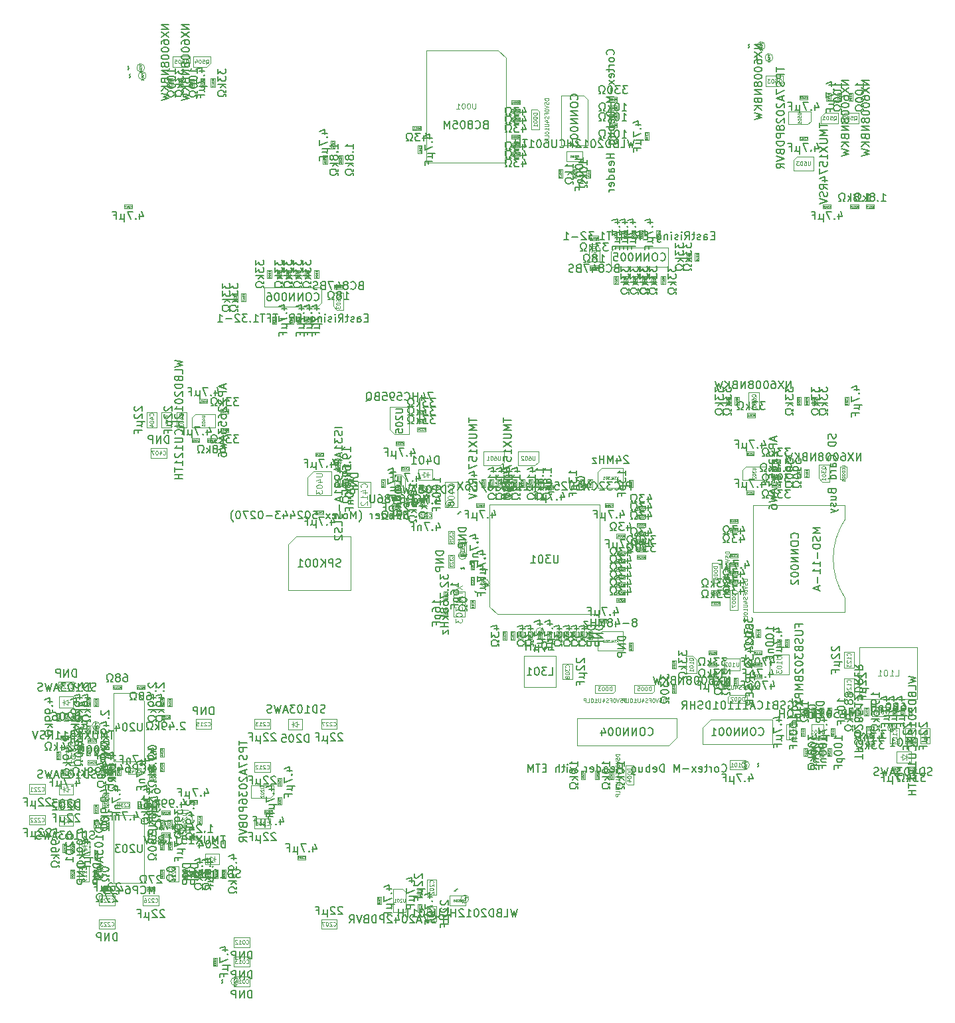
<source format=gbr>
G04 #@! TF.GenerationSoftware,KiCad,Pcbnew,7.0.11-2.fc39*
G04 #@! TF.CreationDate,2024-07-11T17:37:29+01:00*
G04 #@! TF.ProjectId,msf-owl-clock,6d73662d-6f77-46c2-9d63-6c6f636b2e6b,0.1*
G04 #@! TF.SameCoordinates,Original*
G04 #@! TF.FileFunction,AssemblyDrawing,Bot*
%FSLAX46Y46*%
G04 Gerber Fmt 4.6, Leading zero omitted, Abs format (unit mm)*
G04 Created by KiCad (PCBNEW 7.0.11-2.fc39) date 2024-07-11 17:37:29*
%MOMM*%
%LPD*%
G01*
G04 APERTURE LIST*
%ADD10C,0.150000*%
%ADD11C,0.060000*%
%ADD12C,0.040000*%
%ADD13C,0.130000*%
%ADD14C,0.110000*%
%ADD15C,0.075000*%
%ADD16C,0.080000*%
%ADD17C,0.050000*%
%ADD18C,0.120000*%
%ADD19C,0.090000*%
%ADD20C,0.100000*%
G04 APERTURE END LIST*
D10*
X69119104Y-77704762D02*
X69119104Y-78180952D01*
X69404819Y-77609524D02*
X68404819Y-77942857D01*
X68404819Y-77942857D02*
X69404819Y-78276190D01*
X69404819Y-78609524D02*
X68404819Y-78609524D01*
X68404819Y-78609524D02*
X68404819Y-78990476D01*
X68404819Y-78990476D02*
X68452438Y-79085714D01*
X68452438Y-79085714D02*
X68500057Y-79133333D01*
X68500057Y-79133333D02*
X68595295Y-79180952D01*
X68595295Y-79180952D02*
X68738152Y-79180952D01*
X68738152Y-79180952D02*
X68833390Y-79133333D01*
X68833390Y-79133333D02*
X68881009Y-79085714D01*
X68881009Y-79085714D02*
X68928628Y-78990476D01*
X68928628Y-78990476D02*
X68928628Y-78609524D01*
X68500057Y-79561905D02*
X68452438Y-79609524D01*
X68452438Y-79609524D02*
X68404819Y-79704762D01*
X68404819Y-79704762D02*
X68404819Y-79942857D01*
X68404819Y-79942857D02*
X68452438Y-80038095D01*
X68452438Y-80038095D02*
X68500057Y-80085714D01*
X68500057Y-80085714D02*
X68595295Y-80133333D01*
X68595295Y-80133333D02*
X68690533Y-80133333D01*
X68690533Y-80133333D02*
X68833390Y-80085714D01*
X68833390Y-80085714D02*
X69404819Y-79514286D01*
X69404819Y-79514286D02*
X69404819Y-80133333D01*
X68500057Y-80514286D02*
X68452438Y-80561905D01*
X68452438Y-80561905D02*
X68404819Y-80657143D01*
X68404819Y-80657143D02*
X68404819Y-80895238D01*
X68404819Y-80895238D02*
X68452438Y-80990476D01*
X68452438Y-80990476D02*
X68500057Y-81038095D01*
X68500057Y-81038095D02*
X68595295Y-81085714D01*
X68595295Y-81085714D02*
X68690533Y-81085714D01*
X68690533Y-81085714D02*
X68833390Y-81038095D01*
X68833390Y-81038095D02*
X69404819Y-80466667D01*
X69404819Y-80466667D02*
X69404819Y-81085714D01*
X68404819Y-81942857D02*
X68404819Y-81752381D01*
X68404819Y-81752381D02*
X68452438Y-81657143D01*
X68452438Y-81657143D02*
X68500057Y-81609524D01*
X68500057Y-81609524D02*
X68642914Y-81514286D01*
X68642914Y-81514286D02*
X68833390Y-81466667D01*
X68833390Y-81466667D02*
X69214342Y-81466667D01*
X69214342Y-81466667D02*
X69309580Y-81514286D01*
X69309580Y-81514286D02*
X69357200Y-81561905D01*
X69357200Y-81561905D02*
X69404819Y-81657143D01*
X69404819Y-81657143D02*
X69404819Y-81847619D01*
X69404819Y-81847619D02*
X69357200Y-81942857D01*
X69357200Y-81942857D02*
X69309580Y-81990476D01*
X69309580Y-81990476D02*
X69214342Y-82038095D01*
X69214342Y-82038095D02*
X68976247Y-82038095D01*
X68976247Y-82038095D02*
X68881009Y-81990476D01*
X68881009Y-81990476D02*
X68833390Y-81942857D01*
X68833390Y-81942857D02*
X68785771Y-81847619D01*
X68785771Y-81847619D02*
X68785771Y-81657143D01*
X68785771Y-81657143D02*
X68833390Y-81561905D01*
X68833390Y-81561905D02*
X68881009Y-81514286D01*
X68881009Y-81514286D02*
X68976247Y-81466667D01*
X68404819Y-82942857D02*
X68404819Y-82466667D01*
X68404819Y-82466667D02*
X68881009Y-82419048D01*
X68881009Y-82419048D02*
X68833390Y-82466667D01*
X68833390Y-82466667D02*
X68785771Y-82561905D01*
X68785771Y-82561905D02*
X68785771Y-82800000D01*
X68785771Y-82800000D02*
X68833390Y-82895238D01*
X68833390Y-82895238D02*
X68881009Y-82942857D01*
X68881009Y-82942857D02*
X68976247Y-82990476D01*
X68976247Y-82990476D02*
X69214342Y-82990476D01*
X69214342Y-82990476D02*
X69309580Y-82942857D01*
X69309580Y-82942857D02*
X69357200Y-82895238D01*
X69357200Y-82895238D02*
X69404819Y-82800000D01*
X69404819Y-82800000D02*
X69404819Y-82561905D01*
X69404819Y-82561905D02*
X69357200Y-82466667D01*
X69357200Y-82466667D02*
X69309580Y-82419048D01*
X68404819Y-83323810D02*
X68404819Y-83942857D01*
X68404819Y-83942857D02*
X68785771Y-83609524D01*
X68785771Y-83609524D02*
X68785771Y-83752381D01*
X68785771Y-83752381D02*
X68833390Y-83847619D01*
X68833390Y-83847619D02*
X68881009Y-83895238D01*
X68881009Y-83895238D02*
X68976247Y-83942857D01*
X68976247Y-83942857D02*
X69214342Y-83942857D01*
X69214342Y-83942857D02*
X69309580Y-83895238D01*
X69309580Y-83895238D02*
X69357200Y-83847619D01*
X69357200Y-83847619D02*
X69404819Y-83752381D01*
X69404819Y-83752381D02*
X69404819Y-83466667D01*
X69404819Y-83466667D02*
X69357200Y-83371429D01*
X69357200Y-83371429D02*
X69309580Y-83323810D01*
X69119104Y-84323810D02*
X69119104Y-84800000D01*
X69404819Y-84228572D02*
X68404819Y-84561905D01*
X68404819Y-84561905D02*
X69404819Y-84895238D01*
X68404819Y-85133334D02*
X69404819Y-85371429D01*
X69404819Y-85371429D02*
X68690533Y-85561905D01*
X68690533Y-85561905D02*
X69404819Y-85752381D01*
X69404819Y-85752381D02*
X68404819Y-85990477D01*
X68404819Y-86800000D02*
X68404819Y-86609524D01*
X68404819Y-86609524D02*
X68452438Y-86514286D01*
X68452438Y-86514286D02*
X68500057Y-86466667D01*
X68500057Y-86466667D02*
X68642914Y-86371429D01*
X68642914Y-86371429D02*
X68833390Y-86323810D01*
X68833390Y-86323810D02*
X69214342Y-86323810D01*
X69214342Y-86323810D02*
X69309580Y-86371429D01*
X69309580Y-86371429D02*
X69357200Y-86419048D01*
X69357200Y-86419048D02*
X69404819Y-86514286D01*
X69404819Y-86514286D02*
X69404819Y-86704762D01*
X69404819Y-86704762D02*
X69357200Y-86800000D01*
X69357200Y-86800000D02*
X69309580Y-86847619D01*
X69309580Y-86847619D02*
X69214342Y-86895238D01*
X69214342Y-86895238D02*
X68976247Y-86895238D01*
X68976247Y-86895238D02*
X68881009Y-86847619D01*
X68881009Y-86847619D02*
X68833390Y-86800000D01*
X68833390Y-86800000D02*
X68785771Y-86704762D01*
X68785771Y-86704762D02*
X68785771Y-86514286D01*
X68785771Y-86514286D02*
X68833390Y-86419048D01*
X68833390Y-86419048D02*
X68881009Y-86371429D01*
X68881009Y-86371429D02*
X68976247Y-86323810D01*
D11*
X66281927Y-81614286D02*
X66605737Y-81614286D01*
X66605737Y-81614286D02*
X66643832Y-81633333D01*
X66643832Y-81633333D02*
X66662880Y-81652381D01*
X66662880Y-81652381D02*
X66681927Y-81690476D01*
X66681927Y-81690476D02*
X66681927Y-81766667D01*
X66681927Y-81766667D02*
X66662880Y-81804762D01*
X66662880Y-81804762D02*
X66643832Y-81823809D01*
X66643832Y-81823809D02*
X66605737Y-81842857D01*
X66605737Y-81842857D02*
X66281927Y-81842857D01*
X66415260Y-82204762D02*
X66681927Y-82204762D01*
X66262880Y-82109524D02*
X66548594Y-82014286D01*
X66548594Y-82014286D02*
X66548594Y-82261905D01*
X66281927Y-82490476D02*
X66281927Y-82528571D01*
X66281927Y-82528571D02*
X66300975Y-82566667D01*
X66300975Y-82566667D02*
X66320022Y-82585714D01*
X66320022Y-82585714D02*
X66358118Y-82604762D01*
X66358118Y-82604762D02*
X66434308Y-82623809D01*
X66434308Y-82623809D02*
X66529546Y-82623809D01*
X66529546Y-82623809D02*
X66605737Y-82604762D01*
X66605737Y-82604762D02*
X66643832Y-82585714D01*
X66643832Y-82585714D02*
X66662880Y-82566667D01*
X66662880Y-82566667D02*
X66681927Y-82528571D01*
X66681927Y-82528571D02*
X66681927Y-82490476D01*
X66681927Y-82490476D02*
X66662880Y-82452381D01*
X66662880Y-82452381D02*
X66643832Y-82433333D01*
X66643832Y-82433333D02*
X66605737Y-82414286D01*
X66605737Y-82414286D02*
X66529546Y-82395238D01*
X66529546Y-82395238D02*
X66434308Y-82395238D01*
X66434308Y-82395238D02*
X66358118Y-82414286D01*
X66358118Y-82414286D02*
X66320022Y-82433333D01*
X66320022Y-82433333D02*
X66300975Y-82452381D01*
X66300975Y-82452381D02*
X66281927Y-82490476D01*
X66681927Y-83004761D02*
X66681927Y-82776190D01*
X66681927Y-82890476D02*
X66281927Y-82890476D01*
X66281927Y-82890476D02*
X66339070Y-82852380D01*
X66339070Y-82852380D02*
X66377165Y-82814285D01*
X66377165Y-82814285D02*
X66396213Y-82776190D01*
D10*
X66976190Y-83428152D02*
X66976190Y-84094819D01*
X67214285Y-83047200D02*
X67452380Y-83761485D01*
X67452380Y-83761485D02*
X66833333Y-83761485D01*
X66452380Y-83999580D02*
X66404761Y-84047200D01*
X66404761Y-84047200D02*
X66452380Y-84094819D01*
X66452380Y-84094819D02*
X66499999Y-84047200D01*
X66499999Y-84047200D02*
X66452380Y-83999580D01*
X66452380Y-83999580D02*
X66452380Y-84094819D01*
X66071428Y-83094819D02*
X65404762Y-83094819D01*
X65404762Y-83094819D02*
X65833333Y-84094819D01*
X65023809Y-83428152D02*
X65023809Y-84428152D01*
X64547619Y-83951961D02*
X64500000Y-84047200D01*
X64500000Y-84047200D02*
X64404762Y-84094819D01*
X65023809Y-83951961D02*
X64976190Y-84047200D01*
X64976190Y-84047200D02*
X64880952Y-84094819D01*
X64880952Y-84094819D02*
X64690476Y-84094819D01*
X64690476Y-84094819D02*
X64595238Y-84047200D01*
X64595238Y-84047200D02*
X64547619Y-83951961D01*
X64547619Y-83951961D02*
X64547619Y-83428152D01*
X63642857Y-83571009D02*
X63976190Y-83571009D01*
X63976190Y-84094819D02*
X63976190Y-83094819D01*
X63976190Y-83094819D02*
X63500000Y-83094819D01*
D12*
X65779761Y-84889765D02*
X65791665Y-84901670D01*
X65791665Y-84901670D02*
X65827380Y-84913574D01*
X65827380Y-84913574D02*
X65851189Y-84913574D01*
X65851189Y-84913574D02*
X65886903Y-84901670D01*
X65886903Y-84901670D02*
X65910713Y-84877860D01*
X65910713Y-84877860D02*
X65922618Y-84854050D01*
X65922618Y-84854050D02*
X65934522Y-84806431D01*
X65934522Y-84806431D02*
X65934522Y-84770717D01*
X65934522Y-84770717D02*
X65922618Y-84723098D01*
X65922618Y-84723098D02*
X65910713Y-84699289D01*
X65910713Y-84699289D02*
X65886903Y-84675479D01*
X65886903Y-84675479D02*
X65851189Y-84663574D01*
X65851189Y-84663574D02*
X65827380Y-84663574D01*
X65827380Y-84663574D02*
X65791665Y-84675479D01*
X65791665Y-84675479D02*
X65779761Y-84687384D01*
X65565475Y-84746908D02*
X65565475Y-84913574D01*
X65624999Y-84651670D02*
X65684522Y-84830241D01*
X65684522Y-84830241D02*
X65529761Y-84830241D01*
X65386904Y-84663574D02*
X65363094Y-84663574D01*
X65363094Y-84663574D02*
X65339285Y-84675479D01*
X65339285Y-84675479D02*
X65327380Y-84687384D01*
X65327380Y-84687384D02*
X65315475Y-84711193D01*
X65315475Y-84711193D02*
X65303570Y-84758812D01*
X65303570Y-84758812D02*
X65303570Y-84818336D01*
X65303570Y-84818336D02*
X65315475Y-84865955D01*
X65315475Y-84865955D02*
X65327380Y-84889765D01*
X65327380Y-84889765D02*
X65339285Y-84901670D01*
X65339285Y-84901670D02*
X65363094Y-84913574D01*
X65363094Y-84913574D02*
X65386904Y-84913574D01*
X65386904Y-84913574D02*
X65410713Y-84901670D01*
X65410713Y-84901670D02*
X65422618Y-84889765D01*
X65422618Y-84889765D02*
X65434523Y-84865955D01*
X65434523Y-84865955D02*
X65446427Y-84818336D01*
X65446427Y-84818336D02*
X65446427Y-84758812D01*
X65446427Y-84758812D02*
X65434523Y-84711193D01*
X65434523Y-84711193D02*
X65422618Y-84687384D01*
X65422618Y-84687384D02*
X65410713Y-84675479D01*
X65410713Y-84675479D02*
X65386904Y-84663574D01*
X65208332Y-84687384D02*
X65196428Y-84675479D01*
X65196428Y-84675479D02*
X65172618Y-84663574D01*
X65172618Y-84663574D02*
X65113094Y-84663574D01*
X65113094Y-84663574D02*
X65089285Y-84675479D01*
X65089285Y-84675479D02*
X65077380Y-84687384D01*
X65077380Y-84687384D02*
X65065475Y-84711193D01*
X65065475Y-84711193D02*
X65065475Y-84735003D01*
X65065475Y-84735003D02*
X65077380Y-84770717D01*
X65077380Y-84770717D02*
X65220237Y-84913574D01*
X65220237Y-84913574D02*
X65065475Y-84913574D01*
D10*
X87467618Y-69171009D02*
X87134285Y-69171009D01*
X86991428Y-69694819D02*
X87467618Y-69694819D01*
X87467618Y-69694819D02*
X87467618Y-68694819D01*
X87467618Y-68694819D02*
X86991428Y-68694819D01*
X86134285Y-69694819D02*
X86134285Y-69171009D01*
X86134285Y-69171009D02*
X86181904Y-69075771D01*
X86181904Y-69075771D02*
X86277142Y-69028152D01*
X86277142Y-69028152D02*
X86467618Y-69028152D01*
X86467618Y-69028152D02*
X86562856Y-69075771D01*
X86134285Y-69647200D02*
X86229523Y-69694819D01*
X86229523Y-69694819D02*
X86467618Y-69694819D01*
X86467618Y-69694819D02*
X86562856Y-69647200D01*
X86562856Y-69647200D02*
X86610475Y-69551961D01*
X86610475Y-69551961D02*
X86610475Y-69456723D01*
X86610475Y-69456723D02*
X86562856Y-69361485D01*
X86562856Y-69361485D02*
X86467618Y-69313866D01*
X86467618Y-69313866D02*
X86229523Y-69313866D01*
X86229523Y-69313866D02*
X86134285Y-69266247D01*
X85705713Y-69647200D02*
X85610475Y-69694819D01*
X85610475Y-69694819D02*
X85419999Y-69694819D01*
X85419999Y-69694819D02*
X85324761Y-69647200D01*
X85324761Y-69647200D02*
X85277142Y-69551961D01*
X85277142Y-69551961D02*
X85277142Y-69504342D01*
X85277142Y-69504342D02*
X85324761Y-69409104D01*
X85324761Y-69409104D02*
X85419999Y-69361485D01*
X85419999Y-69361485D02*
X85562856Y-69361485D01*
X85562856Y-69361485D02*
X85658094Y-69313866D01*
X85658094Y-69313866D02*
X85705713Y-69218628D01*
X85705713Y-69218628D02*
X85705713Y-69171009D01*
X85705713Y-69171009D02*
X85658094Y-69075771D01*
X85658094Y-69075771D02*
X85562856Y-69028152D01*
X85562856Y-69028152D02*
X85419999Y-69028152D01*
X85419999Y-69028152D02*
X85324761Y-69075771D01*
X84991427Y-69028152D02*
X84610475Y-69028152D01*
X84848570Y-68694819D02*
X84848570Y-69551961D01*
X84848570Y-69551961D02*
X84800951Y-69647200D01*
X84800951Y-69647200D02*
X84705713Y-69694819D01*
X84705713Y-69694819D02*
X84610475Y-69694819D01*
X83705713Y-69694819D02*
X84039046Y-69218628D01*
X84277141Y-69694819D02*
X84277141Y-68694819D01*
X84277141Y-68694819D02*
X83896189Y-68694819D01*
X83896189Y-68694819D02*
X83800951Y-68742438D01*
X83800951Y-68742438D02*
X83753332Y-68790057D01*
X83753332Y-68790057D02*
X83705713Y-68885295D01*
X83705713Y-68885295D02*
X83705713Y-69028152D01*
X83705713Y-69028152D02*
X83753332Y-69123390D01*
X83753332Y-69123390D02*
X83800951Y-69171009D01*
X83800951Y-69171009D02*
X83896189Y-69218628D01*
X83896189Y-69218628D02*
X84277141Y-69218628D01*
X83277141Y-69694819D02*
X83277141Y-69028152D01*
X83277141Y-68694819D02*
X83324760Y-68742438D01*
X83324760Y-68742438D02*
X83277141Y-68790057D01*
X83277141Y-68790057D02*
X83229522Y-68742438D01*
X83229522Y-68742438D02*
X83277141Y-68694819D01*
X83277141Y-68694819D02*
X83277141Y-68790057D01*
X82848570Y-69647200D02*
X82753332Y-69694819D01*
X82753332Y-69694819D02*
X82562856Y-69694819D01*
X82562856Y-69694819D02*
X82467618Y-69647200D01*
X82467618Y-69647200D02*
X82419999Y-69551961D01*
X82419999Y-69551961D02*
X82419999Y-69504342D01*
X82419999Y-69504342D02*
X82467618Y-69409104D01*
X82467618Y-69409104D02*
X82562856Y-69361485D01*
X82562856Y-69361485D02*
X82705713Y-69361485D01*
X82705713Y-69361485D02*
X82800951Y-69313866D01*
X82800951Y-69313866D02*
X82848570Y-69218628D01*
X82848570Y-69218628D02*
X82848570Y-69171009D01*
X82848570Y-69171009D02*
X82800951Y-69075771D01*
X82800951Y-69075771D02*
X82705713Y-69028152D01*
X82705713Y-69028152D02*
X82562856Y-69028152D01*
X82562856Y-69028152D02*
X82467618Y-69075771D01*
X81991427Y-69694819D02*
X81991427Y-69028152D01*
X81991427Y-68694819D02*
X82039046Y-68742438D01*
X82039046Y-68742438D02*
X81991427Y-68790057D01*
X81991427Y-68790057D02*
X81943808Y-68742438D01*
X81943808Y-68742438D02*
X81991427Y-68694819D01*
X81991427Y-68694819D02*
X81991427Y-68790057D01*
X81515237Y-69028152D02*
X81515237Y-69694819D01*
X81515237Y-69123390D02*
X81467618Y-69075771D01*
X81467618Y-69075771D02*
X81372380Y-69028152D01*
X81372380Y-69028152D02*
X81229523Y-69028152D01*
X81229523Y-69028152D02*
X81134285Y-69075771D01*
X81134285Y-69075771D02*
X81086666Y-69171009D01*
X81086666Y-69171009D02*
X81086666Y-69694819D01*
X80181904Y-69028152D02*
X80181904Y-69837676D01*
X80181904Y-69837676D02*
X80229523Y-69932914D01*
X80229523Y-69932914D02*
X80277142Y-69980533D01*
X80277142Y-69980533D02*
X80372380Y-70028152D01*
X80372380Y-70028152D02*
X80515237Y-70028152D01*
X80515237Y-70028152D02*
X80610475Y-69980533D01*
X80181904Y-69647200D02*
X80277142Y-69694819D01*
X80277142Y-69694819D02*
X80467618Y-69694819D01*
X80467618Y-69694819D02*
X80562856Y-69647200D01*
X80562856Y-69647200D02*
X80610475Y-69599580D01*
X80610475Y-69599580D02*
X80658094Y-69504342D01*
X80658094Y-69504342D02*
X80658094Y-69218628D01*
X80658094Y-69218628D02*
X80610475Y-69123390D01*
X80610475Y-69123390D02*
X80562856Y-69075771D01*
X80562856Y-69075771D02*
X80467618Y-69028152D01*
X80467618Y-69028152D02*
X80277142Y-69028152D01*
X80277142Y-69028152D02*
X80181904Y-69075771D01*
X78943808Y-69171009D02*
X78610475Y-69171009D01*
X78467618Y-69694819D02*
X78943808Y-69694819D01*
X78943808Y-69694819D02*
X78943808Y-68694819D01*
X78943808Y-68694819D02*
X78467618Y-68694819D01*
X77467618Y-69694819D02*
X77800951Y-69218628D01*
X78039046Y-69694819D02*
X78039046Y-68694819D01*
X78039046Y-68694819D02*
X77658094Y-68694819D01*
X77658094Y-68694819D02*
X77562856Y-68742438D01*
X77562856Y-68742438D02*
X77515237Y-68790057D01*
X77515237Y-68790057D02*
X77467618Y-68885295D01*
X77467618Y-68885295D02*
X77467618Y-69028152D01*
X77467618Y-69028152D02*
X77515237Y-69123390D01*
X77515237Y-69123390D02*
X77562856Y-69171009D01*
X77562856Y-69171009D02*
X77658094Y-69218628D01*
X77658094Y-69218628D02*
X78039046Y-69218628D01*
X77039046Y-69313866D02*
X76277142Y-69313866D01*
X75943808Y-68694819D02*
X75372380Y-68694819D01*
X75658094Y-69694819D02*
X75658094Y-68694819D01*
X74705713Y-69171009D02*
X75039046Y-69171009D01*
X75039046Y-69694819D02*
X75039046Y-68694819D01*
X75039046Y-68694819D02*
X74562856Y-68694819D01*
X74324760Y-68694819D02*
X73753332Y-68694819D01*
X74039046Y-69694819D02*
X74039046Y-68694819D01*
X72896189Y-69694819D02*
X73467617Y-69694819D01*
X73181903Y-69694819D02*
X73181903Y-68694819D01*
X73181903Y-68694819D02*
X73277141Y-68837676D01*
X73277141Y-68837676D02*
X73372379Y-68932914D01*
X73372379Y-68932914D02*
X73467617Y-68980533D01*
X72467617Y-69599580D02*
X72419998Y-69647200D01*
X72419998Y-69647200D02*
X72467617Y-69694819D01*
X72467617Y-69694819D02*
X72515236Y-69647200D01*
X72515236Y-69647200D02*
X72467617Y-69599580D01*
X72467617Y-69599580D02*
X72467617Y-69694819D01*
X72086665Y-68694819D02*
X71467618Y-68694819D01*
X71467618Y-68694819D02*
X71800951Y-69075771D01*
X71800951Y-69075771D02*
X71658094Y-69075771D01*
X71658094Y-69075771D02*
X71562856Y-69123390D01*
X71562856Y-69123390D02*
X71515237Y-69171009D01*
X71515237Y-69171009D02*
X71467618Y-69266247D01*
X71467618Y-69266247D02*
X71467618Y-69504342D01*
X71467618Y-69504342D02*
X71515237Y-69599580D01*
X71515237Y-69599580D02*
X71562856Y-69647200D01*
X71562856Y-69647200D02*
X71658094Y-69694819D01*
X71658094Y-69694819D02*
X71943808Y-69694819D01*
X71943808Y-69694819D02*
X72039046Y-69647200D01*
X72039046Y-69647200D02*
X72086665Y-69599580D01*
X71086665Y-68790057D02*
X71039046Y-68742438D01*
X71039046Y-68742438D02*
X70943808Y-68694819D01*
X70943808Y-68694819D02*
X70705713Y-68694819D01*
X70705713Y-68694819D02*
X70610475Y-68742438D01*
X70610475Y-68742438D02*
X70562856Y-68790057D01*
X70562856Y-68790057D02*
X70515237Y-68885295D01*
X70515237Y-68885295D02*
X70515237Y-68980533D01*
X70515237Y-68980533D02*
X70562856Y-69123390D01*
X70562856Y-69123390D02*
X71134284Y-69694819D01*
X71134284Y-69694819D02*
X70515237Y-69694819D01*
X70086665Y-69313866D02*
X69324761Y-69313866D01*
X68324761Y-69694819D02*
X68896189Y-69694819D01*
X68610475Y-69694819D02*
X68610475Y-68694819D01*
X68610475Y-68694819D02*
X68705713Y-68837676D01*
X68705713Y-68837676D02*
X68800951Y-68932914D01*
X68800951Y-68932914D02*
X68896189Y-68980533D01*
X80610476Y-66899580D02*
X80658095Y-66947200D01*
X80658095Y-66947200D02*
X80800952Y-66994819D01*
X80800952Y-66994819D02*
X80896190Y-66994819D01*
X80896190Y-66994819D02*
X81039047Y-66947200D01*
X81039047Y-66947200D02*
X81134285Y-66851961D01*
X81134285Y-66851961D02*
X81181904Y-66756723D01*
X81181904Y-66756723D02*
X81229523Y-66566247D01*
X81229523Y-66566247D02*
X81229523Y-66423390D01*
X81229523Y-66423390D02*
X81181904Y-66232914D01*
X81181904Y-66232914D02*
X81134285Y-66137676D01*
X81134285Y-66137676D02*
X81039047Y-66042438D01*
X81039047Y-66042438D02*
X80896190Y-65994819D01*
X80896190Y-65994819D02*
X80800952Y-65994819D01*
X80800952Y-65994819D02*
X80658095Y-66042438D01*
X80658095Y-66042438D02*
X80610476Y-66090057D01*
X79991428Y-65994819D02*
X79800952Y-65994819D01*
X79800952Y-65994819D02*
X79705714Y-66042438D01*
X79705714Y-66042438D02*
X79610476Y-66137676D01*
X79610476Y-66137676D02*
X79562857Y-66328152D01*
X79562857Y-66328152D02*
X79562857Y-66661485D01*
X79562857Y-66661485D02*
X79610476Y-66851961D01*
X79610476Y-66851961D02*
X79705714Y-66947200D01*
X79705714Y-66947200D02*
X79800952Y-66994819D01*
X79800952Y-66994819D02*
X79991428Y-66994819D01*
X79991428Y-66994819D02*
X80086666Y-66947200D01*
X80086666Y-66947200D02*
X80181904Y-66851961D01*
X80181904Y-66851961D02*
X80229523Y-66661485D01*
X80229523Y-66661485D02*
X80229523Y-66328152D01*
X80229523Y-66328152D02*
X80181904Y-66137676D01*
X80181904Y-66137676D02*
X80086666Y-66042438D01*
X80086666Y-66042438D02*
X79991428Y-65994819D01*
X79134285Y-66994819D02*
X79134285Y-65994819D01*
X79134285Y-65994819D02*
X78562857Y-66994819D01*
X78562857Y-66994819D02*
X78562857Y-65994819D01*
X78086666Y-66994819D02*
X78086666Y-65994819D01*
X78086666Y-65994819D02*
X77515238Y-66994819D01*
X77515238Y-66994819D02*
X77515238Y-65994819D01*
X76848571Y-65994819D02*
X76753333Y-65994819D01*
X76753333Y-65994819D02*
X76658095Y-66042438D01*
X76658095Y-66042438D02*
X76610476Y-66090057D01*
X76610476Y-66090057D02*
X76562857Y-66185295D01*
X76562857Y-66185295D02*
X76515238Y-66375771D01*
X76515238Y-66375771D02*
X76515238Y-66613866D01*
X76515238Y-66613866D02*
X76562857Y-66804342D01*
X76562857Y-66804342D02*
X76610476Y-66899580D01*
X76610476Y-66899580D02*
X76658095Y-66947200D01*
X76658095Y-66947200D02*
X76753333Y-66994819D01*
X76753333Y-66994819D02*
X76848571Y-66994819D01*
X76848571Y-66994819D02*
X76943809Y-66947200D01*
X76943809Y-66947200D02*
X76991428Y-66899580D01*
X76991428Y-66899580D02*
X77039047Y-66804342D01*
X77039047Y-66804342D02*
X77086666Y-66613866D01*
X77086666Y-66613866D02*
X77086666Y-66375771D01*
X77086666Y-66375771D02*
X77039047Y-66185295D01*
X77039047Y-66185295D02*
X76991428Y-66090057D01*
X76991428Y-66090057D02*
X76943809Y-66042438D01*
X76943809Y-66042438D02*
X76848571Y-65994819D01*
X75896190Y-65994819D02*
X75800952Y-65994819D01*
X75800952Y-65994819D02*
X75705714Y-66042438D01*
X75705714Y-66042438D02*
X75658095Y-66090057D01*
X75658095Y-66090057D02*
X75610476Y-66185295D01*
X75610476Y-66185295D02*
X75562857Y-66375771D01*
X75562857Y-66375771D02*
X75562857Y-66613866D01*
X75562857Y-66613866D02*
X75610476Y-66804342D01*
X75610476Y-66804342D02*
X75658095Y-66899580D01*
X75658095Y-66899580D02*
X75705714Y-66947200D01*
X75705714Y-66947200D02*
X75800952Y-66994819D01*
X75800952Y-66994819D02*
X75896190Y-66994819D01*
X75896190Y-66994819D02*
X75991428Y-66947200D01*
X75991428Y-66947200D02*
X76039047Y-66899580D01*
X76039047Y-66899580D02*
X76086666Y-66804342D01*
X76086666Y-66804342D02*
X76134285Y-66613866D01*
X76134285Y-66613866D02*
X76134285Y-66375771D01*
X76134285Y-66375771D02*
X76086666Y-66185295D01*
X76086666Y-66185295D02*
X76039047Y-66090057D01*
X76039047Y-66090057D02*
X75991428Y-66042438D01*
X75991428Y-66042438D02*
X75896190Y-65994819D01*
X74705714Y-65994819D02*
X74896190Y-65994819D01*
X74896190Y-65994819D02*
X74991428Y-66042438D01*
X74991428Y-66042438D02*
X75039047Y-66090057D01*
X75039047Y-66090057D02*
X75134285Y-66232914D01*
X75134285Y-66232914D02*
X75181904Y-66423390D01*
X75181904Y-66423390D02*
X75181904Y-66804342D01*
X75181904Y-66804342D02*
X75134285Y-66899580D01*
X75134285Y-66899580D02*
X75086666Y-66947200D01*
X75086666Y-66947200D02*
X74991428Y-66994819D01*
X74991428Y-66994819D02*
X74800952Y-66994819D01*
X74800952Y-66994819D02*
X74705714Y-66947200D01*
X74705714Y-66947200D02*
X74658095Y-66899580D01*
X74658095Y-66899580D02*
X74610476Y-66804342D01*
X74610476Y-66804342D02*
X74610476Y-66566247D01*
X74610476Y-66566247D02*
X74658095Y-66471009D01*
X74658095Y-66471009D02*
X74705714Y-66423390D01*
X74705714Y-66423390D02*
X74800952Y-66375771D01*
X74800952Y-66375771D02*
X74991428Y-66375771D01*
X74991428Y-66375771D02*
X75086666Y-66423390D01*
X75086666Y-66423390D02*
X75134285Y-66471009D01*
X75134285Y-66471009D02*
X75181904Y-66566247D01*
X99761904Y-101173866D02*
X99714285Y-101126247D01*
X99714285Y-101126247D02*
X99619047Y-101078628D01*
X99619047Y-101078628D02*
X99428571Y-101173866D01*
X99428571Y-101173866D02*
X99333333Y-101126247D01*
X99333333Y-101126247D02*
X99285714Y-101078628D01*
D12*
X100075714Y-99358200D02*
X99927142Y-99358200D01*
X100001428Y-99618200D02*
X100001428Y-99358200D01*
X99840476Y-99618200D02*
X99840476Y-99358200D01*
X99840476Y-99358200D02*
X99741428Y-99358200D01*
X99741428Y-99358200D02*
X99716666Y-99370581D01*
X99716666Y-99370581D02*
X99704285Y-99382962D01*
X99704285Y-99382962D02*
X99691904Y-99407724D01*
X99691904Y-99407724D02*
X99691904Y-99444867D01*
X99691904Y-99444867D02*
X99704285Y-99469629D01*
X99704285Y-99469629D02*
X99716666Y-99482010D01*
X99716666Y-99482010D02*
X99741428Y-99494391D01*
X99741428Y-99494391D02*
X99840476Y-99494391D01*
X99592857Y-99382962D02*
X99580476Y-99370581D01*
X99580476Y-99370581D02*
X99555714Y-99358200D01*
X99555714Y-99358200D02*
X99493809Y-99358200D01*
X99493809Y-99358200D02*
X99469047Y-99370581D01*
X99469047Y-99370581D02*
X99456666Y-99382962D01*
X99456666Y-99382962D02*
X99444285Y-99407724D01*
X99444285Y-99407724D02*
X99444285Y-99432486D01*
X99444285Y-99432486D02*
X99456666Y-99469629D01*
X99456666Y-99469629D02*
X99605238Y-99618200D01*
X99605238Y-99618200D02*
X99444285Y-99618200D01*
X99283333Y-99358200D02*
X99258571Y-99358200D01*
X99258571Y-99358200D02*
X99233809Y-99370581D01*
X99233809Y-99370581D02*
X99221428Y-99382962D01*
X99221428Y-99382962D02*
X99209047Y-99407724D01*
X99209047Y-99407724D02*
X99196666Y-99457248D01*
X99196666Y-99457248D02*
X99196666Y-99519153D01*
X99196666Y-99519153D02*
X99209047Y-99568677D01*
X99209047Y-99568677D02*
X99221428Y-99593439D01*
X99221428Y-99593439D02*
X99233809Y-99605820D01*
X99233809Y-99605820D02*
X99258571Y-99618200D01*
X99258571Y-99618200D02*
X99283333Y-99618200D01*
X99283333Y-99618200D02*
X99308095Y-99605820D01*
X99308095Y-99605820D02*
X99320476Y-99593439D01*
X99320476Y-99593439D02*
X99332857Y-99568677D01*
X99332857Y-99568677D02*
X99345238Y-99519153D01*
X99345238Y-99519153D02*
X99345238Y-99457248D01*
X99345238Y-99457248D02*
X99332857Y-99407724D01*
X99332857Y-99407724D02*
X99320476Y-99382962D01*
X99320476Y-99382962D02*
X99308095Y-99370581D01*
X99308095Y-99370581D02*
X99283333Y-99358200D01*
X98961428Y-99358200D02*
X99085238Y-99358200D01*
X99085238Y-99358200D02*
X99097619Y-99482010D01*
X99097619Y-99482010D02*
X99085238Y-99469629D01*
X99085238Y-99469629D02*
X99060476Y-99457248D01*
X99060476Y-99457248D02*
X98998571Y-99457248D01*
X98998571Y-99457248D02*
X98973809Y-99469629D01*
X98973809Y-99469629D02*
X98961428Y-99482010D01*
X98961428Y-99482010D02*
X98949047Y-99506772D01*
X98949047Y-99506772D02*
X98949047Y-99568677D01*
X98949047Y-99568677D02*
X98961428Y-99593439D01*
X98961428Y-99593439D02*
X98973809Y-99605820D01*
X98973809Y-99605820D02*
X98998571Y-99618200D01*
X98998571Y-99618200D02*
X99060476Y-99618200D01*
X99060476Y-99618200D02*
X99085238Y-99605820D01*
X99085238Y-99605820D02*
X99097619Y-99593439D01*
D10*
X138676190Y-114348152D02*
X138676190Y-115014819D01*
X138914285Y-113967200D02*
X139152380Y-114681485D01*
X139152380Y-114681485D02*
X138533333Y-114681485D01*
X138152380Y-114919580D02*
X138104761Y-114967200D01*
X138104761Y-114967200D02*
X138152380Y-115014819D01*
X138152380Y-115014819D02*
X138199999Y-114967200D01*
X138199999Y-114967200D02*
X138152380Y-114919580D01*
X138152380Y-114919580D02*
X138152380Y-115014819D01*
X137771428Y-114014819D02*
X137104762Y-114014819D01*
X137104762Y-114014819D02*
X137533333Y-115014819D01*
X136723809Y-114348152D02*
X136723809Y-115348152D01*
X136247619Y-114871961D02*
X136200000Y-114967200D01*
X136200000Y-114967200D02*
X136104762Y-115014819D01*
X136723809Y-114871961D02*
X136676190Y-114967200D01*
X136676190Y-114967200D02*
X136580952Y-115014819D01*
X136580952Y-115014819D02*
X136390476Y-115014819D01*
X136390476Y-115014819D02*
X136295238Y-114967200D01*
X136295238Y-114967200D02*
X136247619Y-114871961D01*
X136247619Y-114871961D02*
X136247619Y-114348152D01*
X135342857Y-114491009D02*
X135676190Y-114491009D01*
X135676190Y-115014819D02*
X135676190Y-114014819D01*
X135676190Y-114014819D02*
X135200000Y-114014819D01*
D12*
X137479761Y-113489765D02*
X137491665Y-113501670D01*
X137491665Y-113501670D02*
X137527380Y-113513574D01*
X137527380Y-113513574D02*
X137551189Y-113513574D01*
X137551189Y-113513574D02*
X137586903Y-113501670D01*
X137586903Y-113501670D02*
X137610713Y-113477860D01*
X137610713Y-113477860D02*
X137622618Y-113454050D01*
X137622618Y-113454050D02*
X137634522Y-113406431D01*
X137634522Y-113406431D02*
X137634522Y-113370717D01*
X137634522Y-113370717D02*
X137622618Y-113323098D01*
X137622618Y-113323098D02*
X137610713Y-113299289D01*
X137610713Y-113299289D02*
X137586903Y-113275479D01*
X137586903Y-113275479D02*
X137551189Y-113263574D01*
X137551189Y-113263574D02*
X137527380Y-113263574D01*
X137527380Y-113263574D02*
X137491665Y-113275479D01*
X137491665Y-113275479D02*
X137479761Y-113287384D01*
X137241665Y-113513574D02*
X137384522Y-113513574D01*
X137313094Y-113513574D02*
X137313094Y-113263574D01*
X137313094Y-113263574D02*
X137336903Y-113299289D01*
X137336903Y-113299289D02*
X137360713Y-113323098D01*
X137360713Y-113323098D02*
X137384522Y-113335003D01*
X137003570Y-113513574D02*
X137146427Y-113513574D01*
X137074999Y-113513574D02*
X137074999Y-113263574D01*
X137074999Y-113263574D02*
X137098808Y-113299289D01*
X137098808Y-113299289D02*
X137122618Y-113323098D01*
X137122618Y-113323098D02*
X137146427Y-113335003D01*
X136908332Y-113287384D02*
X136896428Y-113275479D01*
X136896428Y-113275479D02*
X136872618Y-113263574D01*
X136872618Y-113263574D02*
X136813094Y-113263574D01*
X136813094Y-113263574D02*
X136789285Y-113275479D01*
X136789285Y-113275479D02*
X136777380Y-113287384D01*
X136777380Y-113287384D02*
X136765475Y-113311193D01*
X136765475Y-113311193D02*
X136765475Y-113335003D01*
X136765475Y-113335003D02*
X136777380Y-113370717D01*
X136777380Y-113370717D02*
X136920237Y-113513574D01*
X136920237Y-113513574D02*
X136765475Y-113513574D01*
D10*
X96204761Y-95618152D02*
X96204761Y-96284819D01*
X96442856Y-95237200D02*
X96680951Y-95951485D01*
X96680951Y-95951485D02*
X96061904Y-95951485D01*
X95680951Y-96189580D02*
X95633332Y-96237200D01*
X95633332Y-96237200D02*
X95680951Y-96284819D01*
X95680951Y-96284819D02*
X95728570Y-96237200D01*
X95728570Y-96237200D02*
X95680951Y-96189580D01*
X95680951Y-96189580D02*
X95680951Y-96284819D01*
X95299999Y-95284819D02*
X94633333Y-95284819D01*
X94633333Y-95284819D02*
X95061904Y-96284819D01*
X94252380Y-95618152D02*
X94252380Y-96284819D01*
X94252380Y-95713390D02*
X94204761Y-95665771D01*
X94204761Y-95665771D02*
X94109523Y-95618152D01*
X94109523Y-95618152D02*
X93966666Y-95618152D01*
X93966666Y-95618152D02*
X93871428Y-95665771D01*
X93871428Y-95665771D02*
X93823809Y-95761009D01*
X93823809Y-95761009D02*
X93823809Y-96284819D01*
X93014285Y-95761009D02*
X93347618Y-95761009D01*
X93347618Y-96284819D02*
X93347618Y-95284819D01*
X93347618Y-95284819D02*
X92871428Y-95284819D01*
D11*
X95247618Y-94543832D02*
X95266666Y-94562880D01*
X95266666Y-94562880D02*
X95323808Y-94581927D01*
X95323808Y-94581927D02*
X95361904Y-94581927D01*
X95361904Y-94581927D02*
X95419047Y-94562880D01*
X95419047Y-94562880D02*
X95457142Y-94524784D01*
X95457142Y-94524784D02*
X95476189Y-94486689D01*
X95476189Y-94486689D02*
X95495237Y-94410499D01*
X95495237Y-94410499D02*
X95495237Y-94353356D01*
X95495237Y-94353356D02*
X95476189Y-94277165D01*
X95476189Y-94277165D02*
X95457142Y-94239070D01*
X95457142Y-94239070D02*
X95419047Y-94200975D01*
X95419047Y-94200975D02*
X95361904Y-94181927D01*
X95361904Y-94181927D02*
X95323808Y-94181927D01*
X95323808Y-94181927D02*
X95266666Y-94200975D01*
X95266666Y-94200975D02*
X95247618Y-94220022D01*
X94904761Y-94315260D02*
X94904761Y-94581927D01*
X94999999Y-94162880D02*
X95095237Y-94448594D01*
X95095237Y-94448594D02*
X94847618Y-94448594D01*
X94485714Y-94581927D02*
X94714285Y-94581927D01*
X94599999Y-94581927D02*
X94599999Y-94181927D01*
X94599999Y-94181927D02*
X94638095Y-94239070D01*
X94638095Y-94239070D02*
X94676190Y-94277165D01*
X94676190Y-94277165D02*
X94714285Y-94296213D01*
X94238095Y-94181927D02*
X94200000Y-94181927D01*
X94200000Y-94181927D02*
X94161904Y-94200975D01*
X94161904Y-94200975D02*
X94142857Y-94220022D01*
X94142857Y-94220022D02*
X94123809Y-94258118D01*
X94123809Y-94258118D02*
X94104762Y-94334308D01*
X94104762Y-94334308D02*
X94104762Y-94429546D01*
X94104762Y-94429546D02*
X94123809Y-94505737D01*
X94123809Y-94505737D02*
X94142857Y-94543832D01*
X94142857Y-94543832D02*
X94161904Y-94562880D01*
X94161904Y-94562880D02*
X94200000Y-94581927D01*
X94200000Y-94581927D02*
X94238095Y-94581927D01*
X94238095Y-94581927D02*
X94276190Y-94562880D01*
X94276190Y-94562880D02*
X94295238Y-94543832D01*
X94295238Y-94543832D02*
X94314285Y-94505737D01*
X94314285Y-94505737D02*
X94333333Y-94429546D01*
X94333333Y-94429546D02*
X94333333Y-94334308D01*
X94333333Y-94334308D02*
X94314285Y-94258118D01*
X94314285Y-94258118D02*
X94295238Y-94220022D01*
X94295238Y-94220022D02*
X94276190Y-94200975D01*
X94276190Y-94200975D02*
X94238095Y-94181927D01*
D10*
X107858152Y-108842857D02*
X108524819Y-108842857D01*
X107477200Y-108604762D02*
X108191485Y-108366667D01*
X108191485Y-108366667D02*
X108191485Y-108985714D01*
X107524819Y-109271429D02*
X107524819Y-109890476D01*
X107524819Y-109890476D02*
X107905771Y-109557143D01*
X107905771Y-109557143D02*
X107905771Y-109700000D01*
X107905771Y-109700000D02*
X107953390Y-109795238D01*
X107953390Y-109795238D02*
X108001009Y-109842857D01*
X108001009Y-109842857D02*
X108096247Y-109890476D01*
X108096247Y-109890476D02*
X108334342Y-109890476D01*
X108334342Y-109890476D02*
X108429580Y-109842857D01*
X108429580Y-109842857D02*
X108477200Y-109795238D01*
X108477200Y-109795238D02*
X108524819Y-109700000D01*
X108524819Y-109700000D02*
X108524819Y-109414286D01*
X108524819Y-109414286D02*
X108477200Y-109319048D01*
X108477200Y-109319048D02*
X108429580Y-109271429D01*
X108524819Y-110271429D02*
X108524819Y-110509524D01*
X108524819Y-110509524D02*
X108334342Y-110509524D01*
X108334342Y-110509524D02*
X108286723Y-110414286D01*
X108286723Y-110414286D02*
X108191485Y-110319048D01*
X108191485Y-110319048D02*
X108048628Y-110271429D01*
X108048628Y-110271429D02*
X107810533Y-110271429D01*
X107810533Y-110271429D02*
X107667676Y-110319048D01*
X107667676Y-110319048D02*
X107572438Y-110414286D01*
X107572438Y-110414286D02*
X107524819Y-110557143D01*
X107524819Y-110557143D02*
X107524819Y-110747619D01*
X107524819Y-110747619D02*
X107572438Y-110890476D01*
X107572438Y-110890476D02*
X107667676Y-110985714D01*
X107667676Y-110985714D02*
X107810533Y-111033333D01*
X107810533Y-111033333D02*
X108048628Y-111033333D01*
X108048628Y-111033333D02*
X108191485Y-110985714D01*
X108191485Y-110985714D02*
X108286723Y-110890476D01*
X108286723Y-110890476D02*
X108334342Y-110795238D01*
X108334342Y-110795238D02*
X108524819Y-110795238D01*
X108524819Y-110795238D02*
X108524819Y-111033333D01*
D12*
X107018200Y-109409048D02*
X106894391Y-109322381D01*
X107018200Y-109260476D02*
X106758200Y-109260476D01*
X106758200Y-109260476D02*
X106758200Y-109359524D01*
X106758200Y-109359524D02*
X106770581Y-109384286D01*
X106770581Y-109384286D02*
X106782962Y-109396667D01*
X106782962Y-109396667D02*
X106807724Y-109409048D01*
X106807724Y-109409048D02*
X106844867Y-109409048D01*
X106844867Y-109409048D02*
X106869629Y-109396667D01*
X106869629Y-109396667D02*
X106882010Y-109384286D01*
X106882010Y-109384286D02*
X106894391Y-109359524D01*
X106894391Y-109359524D02*
X106894391Y-109260476D01*
X106758200Y-109495714D02*
X106758200Y-109656667D01*
X106758200Y-109656667D02*
X106857248Y-109570000D01*
X106857248Y-109570000D02*
X106857248Y-109607143D01*
X106857248Y-109607143D02*
X106869629Y-109631905D01*
X106869629Y-109631905D02*
X106882010Y-109644286D01*
X106882010Y-109644286D02*
X106906772Y-109656667D01*
X106906772Y-109656667D02*
X106968677Y-109656667D01*
X106968677Y-109656667D02*
X106993439Y-109644286D01*
X106993439Y-109644286D02*
X107005820Y-109631905D01*
X107005820Y-109631905D02*
X107018200Y-109607143D01*
X107018200Y-109607143D02*
X107018200Y-109532857D01*
X107018200Y-109532857D02*
X107005820Y-109508095D01*
X107005820Y-109508095D02*
X106993439Y-109495714D01*
X107018200Y-109904286D02*
X107018200Y-109755714D01*
X107018200Y-109830000D02*
X106758200Y-109830000D01*
X106758200Y-109830000D02*
X106795343Y-109805238D01*
X106795343Y-109805238D02*
X106820105Y-109780476D01*
X106820105Y-109780476D02*
X106832486Y-109755714D01*
X106758200Y-109990952D02*
X106758200Y-110151905D01*
X106758200Y-110151905D02*
X106857248Y-110065238D01*
X106857248Y-110065238D02*
X106857248Y-110102381D01*
X106857248Y-110102381D02*
X106869629Y-110127143D01*
X106869629Y-110127143D02*
X106882010Y-110139524D01*
X106882010Y-110139524D02*
X106906772Y-110151905D01*
X106906772Y-110151905D02*
X106968677Y-110151905D01*
X106968677Y-110151905D02*
X106993439Y-110139524D01*
X106993439Y-110139524D02*
X107005820Y-110127143D01*
X107005820Y-110127143D02*
X107018200Y-110102381D01*
X107018200Y-110102381D02*
X107018200Y-110028095D01*
X107018200Y-110028095D02*
X107005820Y-110003333D01*
X107005820Y-110003333D02*
X106993439Y-109990952D01*
D10*
X95048152Y-46223809D02*
X95714819Y-46223809D01*
X94667200Y-45985714D02*
X95381485Y-45747619D01*
X95381485Y-45747619D02*
X95381485Y-46366666D01*
X95619580Y-46747619D02*
X95667200Y-46795238D01*
X95667200Y-46795238D02*
X95714819Y-46747619D01*
X95714819Y-46747619D02*
X95667200Y-46700000D01*
X95667200Y-46700000D02*
X95619580Y-46747619D01*
X95619580Y-46747619D02*
X95714819Y-46747619D01*
X94714819Y-47128571D02*
X94714819Y-47795237D01*
X94714819Y-47795237D02*
X95714819Y-47366666D01*
X95048152Y-48176190D02*
X96048152Y-48176190D01*
X95571961Y-48652380D02*
X95667200Y-48699999D01*
X95667200Y-48699999D02*
X95714819Y-48795237D01*
X95571961Y-48176190D02*
X95667200Y-48223809D01*
X95667200Y-48223809D02*
X95714819Y-48319047D01*
X95714819Y-48319047D02*
X95714819Y-48509523D01*
X95714819Y-48509523D02*
X95667200Y-48604761D01*
X95667200Y-48604761D02*
X95571961Y-48652380D01*
X95571961Y-48652380D02*
X95048152Y-48652380D01*
X95191009Y-49557142D02*
X95191009Y-49223809D01*
X95714819Y-49223809D02*
X94714819Y-49223809D01*
X94714819Y-49223809D02*
X94714819Y-49699999D01*
D12*
X94189765Y-47420238D02*
X94201670Y-47408334D01*
X94201670Y-47408334D02*
X94213574Y-47372619D01*
X94213574Y-47372619D02*
X94213574Y-47348810D01*
X94213574Y-47348810D02*
X94201670Y-47313096D01*
X94201670Y-47313096D02*
X94177860Y-47289286D01*
X94177860Y-47289286D02*
X94154050Y-47277381D01*
X94154050Y-47277381D02*
X94106431Y-47265477D01*
X94106431Y-47265477D02*
X94070717Y-47265477D01*
X94070717Y-47265477D02*
X94023098Y-47277381D01*
X94023098Y-47277381D02*
X93999289Y-47289286D01*
X93999289Y-47289286D02*
X93975479Y-47313096D01*
X93975479Y-47313096D02*
X93963574Y-47348810D01*
X93963574Y-47348810D02*
X93963574Y-47372619D01*
X93963574Y-47372619D02*
X93975479Y-47408334D01*
X93975479Y-47408334D02*
X93987384Y-47420238D01*
X93963574Y-47575000D02*
X93963574Y-47598810D01*
X93963574Y-47598810D02*
X93975479Y-47622619D01*
X93975479Y-47622619D02*
X93987384Y-47634524D01*
X93987384Y-47634524D02*
X94011193Y-47646429D01*
X94011193Y-47646429D02*
X94058812Y-47658334D01*
X94058812Y-47658334D02*
X94118336Y-47658334D01*
X94118336Y-47658334D02*
X94165955Y-47646429D01*
X94165955Y-47646429D02*
X94189765Y-47634524D01*
X94189765Y-47634524D02*
X94201670Y-47622619D01*
X94201670Y-47622619D02*
X94213574Y-47598810D01*
X94213574Y-47598810D02*
X94213574Y-47575000D01*
X94213574Y-47575000D02*
X94201670Y-47551191D01*
X94201670Y-47551191D02*
X94189765Y-47539286D01*
X94189765Y-47539286D02*
X94165955Y-47527381D01*
X94165955Y-47527381D02*
X94118336Y-47515477D01*
X94118336Y-47515477D02*
X94058812Y-47515477D01*
X94058812Y-47515477D02*
X94011193Y-47527381D01*
X94011193Y-47527381D02*
X93987384Y-47539286D01*
X93987384Y-47539286D02*
X93975479Y-47551191D01*
X93975479Y-47551191D02*
X93963574Y-47575000D01*
X93963574Y-47813095D02*
X93963574Y-47836905D01*
X93963574Y-47836905D02*
X93975479Y-47860714D01*
X93975479Y-47860714D02*
X93987384Y-47872619D01*
X93987384Y-47872619D02*
X94011193Y-47884524D01*
X94011193Y-47884524D02*
X94058812Y-47896429D01*
X94058812Y-47896429D02*
X94118336Y-47896429D01*
X94118336Y-47896429D02*
X94165955Y-47884524D01*
X94165955Y-47884524D02*
X94189765Y-47872619D01*
X94189765Y-47872619D02*
X94201670Y-47860714D01*
X94201670Y-47860714D02*
X94213574Y-47836905D01*
X94213574Y-47836905D02*
X94213574Y-47813095D01*
X94213574Y-47813095D02*
X94201670Y-47789286D01*
X94201670Y-47789286D02*
X94189765Y-47777381D01*
X94189765Y-47777381D02*
X94165955Y-47765476D01*
X94165955Y-47765476D02*
X94118336Y-47753572D01*
X94118336Y-47753572D02*
X94058812Y-47753572D01*
X94058812Y-47753572D02*
X94011193Y-47765476D01*
X94011193Y-47765476D02*
X93987384Y-47777381D01*
X93987384Y-47777381D02*
X93975479Y-47789286D01*
X93975479Y-47789286D02*
X93963574Y-47813095D01*
X94213574Y-48134524D02*
X94213574Y-47991667D01*
X94213574Y-48063095D02*
X93963574Y-48063095D01*
X93963574Y-48063095D02*
X93999289Y-48039286D01*
X93999289Y-48039286D02*
X94023098Y-48015476D01*
X94023098Y-48015476D02*
X94035003Y-47991667D01*
D10*
X141285713Y-85784819D02*
X140666666Y-85784819D01*
X140666666Y-85784819D02*
X140999999Y-86165771D01*
X140999999Y-86165771D02*
X140857142Y-86165771D01*
X140857142Y-86165771D02*
X140761904Y-86213390D01*
X140761904Y-86213390D02*
X140714285Y-86261009D01*
X140714285Y-86261009D02*
X140666666Y-86356247D01*
X140666666Y-86356247D02*
X140666666Y-86594342D01*
X140666666Y-86594342D02*
X140714285Y-86689580D01*
X140714285Y-86689580D02*
X140761904Y-86737200D01*
X140761904Y-86737200D02*
X140857142Y-86784819D01*
X140857142Y-86784819D02*
X141142856Y-86784819D01*
X141142856Y-86784819D02*
X141238094Y-86737200D01*
X141238094Y-86737200D02*
X141285713Y-86689580D01*
X140333332Y-85784819D02*
X139714285Y-85784819D01*
X139714285Y-85784819D02*
X140047618Y-86165771D01*
X140047618Y-86165771D02*
X139904761Y-86165771D01*
X139904761Y-86165771D02*
X139809523Y-86213390D01*
X139809523Y-86213390D02*
X139761904Y-86261009D01*
X139761904Y-86261009D02*
X139714285Y-86356247D01*
X139714285Y-86356247D02*
X139714285Y-86594342D01*
X139714285Y-86594342D02*
X139761904Y-86689580D01*
X139761904Y-86689580D02*
X139809523Y-86737200D01*
X139809523Y-86737200D02*
X139904761Y-86784819D01*
X139904761Y-86784819D02*
X140190475Y-86784819D01*
X140190475Y-86784819D02*
X140285713Y-86737200D01*
X140285713Y-86737200D02*
X140333332Y-86689580D01*
X139285713Y-86784819D02*
X139285713Y-85784819D01*
X139190475Y-86403866D02*
X138904761Y-86784819D01*
X138904761Y-86118152D02*
X139285713Y-86499104D01*
X138523808Y-86784819D02*
X138285713Y-86784819D01*
X138285713Y-86784819D02*
X138285713Y-86594342D01*
X138285713Y-86594342D02*
X138380951Y-86546723D01*
X138380951Y-86546723D02*
X138476189Y-86451485D01*
X138476189Y-86451485D02*
X138523808Y-86308628D01*
X138523808Y-86308628D02*
X138523808Y-86070533D01*
X138523808Y-86070533D02*
X138476189Y-85927676D01*
X138476189Y-85927676D02*
X138380951Y-85832438D01*
X138380951Y-85832438D02*
X138238094Y-85784819D01*
X138238094Y-85784819D02*
X138047618Y-85784819D01*
X138047618Y-85784819D02*
X137904761Y-85832438D01*
X137904761Y-85832438D02*
X137809523Y-85927676D01*
X137809523Y-85927676D02*
X137761904Y-86070533D01*
X137761904Y-86070533D02*
X137761904Y-86308628D01*
X137761904Y-86308628D02*
X137809523Y-86451485D01*
X137809523Y-86451485D02*
X137904761Y-86546723D01*
X137904761Y-86546723D02*
X137999999Y-86594342D01*
X137999999Y-86594342D02*
X137999999Y-86784819D01*
X137999999Y-86784819D02*
X137761904Y-86784819D01*
D12*
X139790951Y-87618200D02*
X139877618Y-87494391D01*
X139939523Y-87618200D02*
X139939523Y-87358200D01*
X139939523Y-87358200D02*
X139840475Y-87358200D01*
X139840475Y-87358200D02*
X139815713Y-87370581D01*
X139815713Y-87370581D02*
X139803332Y-87382962D01*
X139803332Y-87382962D02*
X139790951Y-87407724D01*
X139790951Y-87407724D02*
X139790951Y-87444867D01*
X139790951Y-87444867D02*
X139803332Y-87469629D01*
X139803332Y-87469629D02*
X139815713Y-87482010D01*
X139815713Y-87482010D02*
X139840475Y-87494391D01*
X139840475Y-87494391D02*
X139939523Y-87494391D01*
X139704285Y-87358200D02*
X139543332Y-87358200D01*
X139543332Y-87358200D02*
X139629999Y-87457248D01*
X139629999Y-87457248D02*
X139592856Y-87457248D01*
X139592856Y-87457248D02*
X139568094Y-87469629D01*
X139568094Y-87469629D02*
X139555713Y-87482010D01*
X139555713Y-87482010D02*
X139543332Y-87506772D01*
X139543332Y-87506772D02*
X139543332Y-87568677D01*
X139543332Y-87568677D02*
X139555713Y-87593439D01*
X139555713Y-87593439D02*
X139568094Y-87605820D01*
X139568094Y-87605820D02*
X139592856Y-87618200D01*
X139592856Y-87618200D02*
X139667142Y-87618200D01*
X139667142Y-87618200D02*
X139691904Y-87605820D01*
X139691904Y-87605820D02*
X139704285Y-87593439D01*
X139320475Y-87444867D02*
X139320475Y-87618200D01*
X139382380Y-87345820D02*
X139444285Y-87531534D01*
X139444285Y-87531534D02*
X139283332Y-87531534D01*
X139209047Y-87358200D02*
X139048094Y-87358200D01*
X139048094Y-87358200D02*
X139134761Y-87457248D01*
X139134761Y-87457248D02*
X139097618Y-87457248D01*
X139097618Y-87457248D02*
X139072856Y-87469629D01*
X139072856Y-87469629D02*
X139060475Y-87482010D01*
X139060475Y-87482010D02*
X139048094Y-87506772D01*
X139048094Y-87506772D02*
X139048094Y-87568677D01*
X139048094Y-87568677D02*
X139060475Y-87593439D01*
X139060475Y-87593439D02*
X139072856Y-87605820D01*
X139072856Y-87605820D02*
X139097618Y-87618200D01*
X139097618Y-87618200D02*
X139171904Y-87618200D01*
X139171904Y-87618200D02*
X139196666Y-87605820D01*
X139196666Y-87605820D02*
X139209047Y-87593439D01*
D10*
X80648152Y-68023809D02*
X81314819Y-68023809D01*
X80267200Y-67785714D02*
X80981485Y-67547619D01*
X80981485Y-67547619D02*
X80981485Y-68166666D01*
X81219580Y-68547619D02*
X81267200Y-68595238D01*
X81267200Y-68595238D02*
X81314819Y-68547619D01*
X81314819Y-68547619D02*
X81267200Y-68500000D01*
X81267200Y-68500000D02*
X81219580Y-68547619D01*
X81219580Y-68547619D02*
X81314819Y-68547619D01*
X80314819Y-68928571D02*
X80314819Y-69595237D01*
X80314819Y-69595237D02*
X81314819Y-69166666D01*
X80648152Y-69976190D02*
X81648152Y-69976190D01*
X81171961Y-70452380D02*
X81267200Y-70499999D01*
X81267200Y-70499999D02*
X81314819Y-70595237D01*
X81171961Y-69976190D02*
X81267200Y-70023809D01*
X81267200Y-70023809D02*
X81314819Y-70119047D01*
X81314819Y-70119047D02*
X81314819Y-70309523D01*
X81314819Y-70309523D02*
X81267200Y-70404761D01*
X81267200Y-70404761D02*
X81171961Y-70452380D01*
X81171961Y-70452380D02*
X80648152Y-70452380D01*
X80791009Y-71357142D02*
X80791009Y-71023809D01*
X81314819Y-71023809D02*
X80314819Y-71023809D01*
X80314819Y-71023809D02*
X80314819Y-71499999D01*
D12*
X79789765Y-69220238D02*
X79801670Y-69208334D01*
X79801670Y-69208334D02*
X79813574Y-69172619D01*
X79813574Y-69172619D02*
X79813574Y-69148810D01*
X79813574Y-69148810D02*
X79801670Y-69113096D01*
X79801670Y-69113096D02*
X79777860Y-69089286D01*
X79777860Y-69089286D02*
X79754050Y-69077381D01*
X79754050Y-69077381D02*
X79706431Y-69065477D01*
X79706431Y-69065477D02*
X79670717Y-69065477D01*
X79670717Y-69065477D02*
X79623098Y-69077381D01*
X79623098Y-69077381D02*
X79599289Y-69089286D01*
X79599289Y-69089286D02*
X79575479Y-69113096D01*
X79575479Y-69113096D02*
X79563574Y-69148810D01*
X79563574Y-69148810D02*
X79563574Y-69172619D01*
X79563574Y-69172619D02*
X79575479Y-69208334D01*
X79575479Y-69208334D02*
X79587384Y-69220238D01*
X79563574Y-69375000D02*
X79563574Y-69398810D01*
X79563574Y-69398810D02*
X79575479Y-69422619D01*
X79575479Y-69422619D02*
X79587384Y-69434524D01*
X79587384Y-69434524D02*
X79611193Y-69446429D01*
X79611193Y-69446429D02*
X79658812Y-69458334D01*
X79658812Y-69458334D02*
X79718336Y-69458334D01*
X79718336Y-69458334D02*
X79765955Y-69446429D01*
X79765955Y-69446429D02*
X79789765Y-69434524D01*
X79789765Y-69434524D02*
X79801670Y-69422619D01*
X79801670Y-69422619D02*
X79813574Y-69398810D01*
X79813574Y-69398810D02*
X79813574Y-69375000D01*
X79813574Y-69375000D02*
X79801670Y-69351191D01*
X79801670Y-69351191D02*
X79789765Y-69339286D01*
X79789765Y-69339286D02*
X79765955Y-69327381D01*
X79765955Y-69327381D02*
X79718336Y-69315477D01*
X79718336Y-69315477D02*
X79658812Y-69315477D01*
X79658812Y-69315477D02*
X79611193Y-69327381D01*
X79611193Y-69327381D02*
X79587384Y-69339286D01*
X79587384Y-69339286D02*
X79575479Y-69351191D01*
X79575479Y-69351191D02*
X79563574Y-69375000D01*
X79563574Y-69613095D02*
X79563574Y-69636905D01*
X79563574Y-69636905D02*
X79575479Y-69660714D01*
X79575479Y-69660714D02*
X79587384Y-69672619D01*
X79587384Y-69672619D02*
X79611193Y-69684524D01*
X79611193Y-69684524D02*
X79658812Y-69696429D01*
X79658812Y-69696429D02*
X79718336Y-69696429D01*
X79718336Y-69696429D02*
X79765955Y-69684524D01*
X79765955Y-69684524D02*
X79789765Y-69672619D01*
X79789765Y-69672619D02*
X79801670Y-69660714D01*
X79801670Y-69660714D02*
X79813574Y-69636905D01*
X79813574Y-69636905D02*
X79813574Y-69613095D01*
X79813574Y-69613095D02*
X79801670Y-69589286D01*
X79801670Y-69589286D02*
X79789765Y-69577381D01*
X79789765Y-69577381D02*
X79765955Y-69565476D01*
X79765955Y-69565476D02*
X79718336Y-69553572D01*
X79718336Y-69553572D02*
X79658812Y-69553572D01*
X79658812Y-69553572D02*
X79611193Y-69565476D01*
X79611193Y-69565476D02*
X79587384Y-69577381D01*
X79587384Y-69577381D02*
X79575479Y-69589286D01*
X79575479Y-69589286D02*
X79563574Y-69613095D01*
X79563574Y-69779762D02*
X79563574Y-69946428D01*
X79563574Y-69946428D02*
X79813574Y-69839286D01*
D10*
X84968797Y-88598407D02*
X84901453Y-88598407D01*
X84901453Y-88598407D02*
X84800438Y-88632079D01*
X84800438Y-88632079D02*
X84733095Y-88834110D01*
X84733095Y-88834110D02*
X84632079Y-88867781D01*
X84632079Y-88867781D02*
X84564736Y-88867781D01*
D12*
X83906824Y-87092641D02*
X83801768Y-87197697D01*
X84038144Y-87329017D02*
X83854296Y-87145169D01*
X83924333Y-87442827D02*
X83740485Y-87258979D01*
X83740485Y-87258979D02*
X83670448Y-87329017D01*
X83670448Y-87329017D02*
X83661694Y-87355281D01*
X83661694Y-87355281D02*
X83661694Y-87372790D01*
X83661694Y-87372790D02*
X83670448Y-87399054D01*
X83670448Y-87399054D02*
X83696712Y-87425318D01*
X83696712Y-87425318D02*
X83722976Y-87434072D01*
X83722976Y-87434072D02*
X83740485Y-87434072D01*
X83740485Y-87434072D02*
X83766749Y-87425318D01*
X83766749Y-87425318D02*
X83836787Y-87355281D01*
X83539128Y-87582902D02*
X83661694Y-87705467D01*
X83512864Y-87469091D02*
X83687958Y-87556638D01*
X83687958Y-87556638D02*
X83574147Y-87670448D01*
X83346526Y-87652939D02*
X83329017Y-87670448D01*
X83329017Y-87670448D02*
X83320262Y-87696712D01*
X83320262Y-87696712D02*
X83320262Y-87714221D01*
X83320262Y-87714221D02*
X83329017Y-87740485D01*
X83329017Y-87740485D02*
X83355281Y-87784259D01*
X83355281Y-87784259D02*
X83399054Y-87828032D01*
X83399054Y-87828032D02*
X83442827Y-87854296D01*
X83442827Y-87854296D02*
X83469091Y-87863051D01*
X83469091Y-87863051D02*
X83486601Y-87863051D01*
X83486601Y-87863051D02*
X83512864Y-87854296D01*
X83512864Y-87854296D02*
X83530374Y-87836787D01*
X83530374Y-87836787D02*
X83539128Y-87810523D01*
X83539128Y-87810523D02*
X83539128Y-87793013D01*
X83539128Y-87793013D02*
X83530374Y-87766749D01*
X83530374Y-87766749D02*
X83504110Y-87722976D01*
X83504110Y-87722976D02*
X83460337Y-87679203D01*
X83460337Y-87679203D02*
X83416563Y-87652939D01*
X83416563Y-87652939D02*
X83390299Y-87644184D01*
X83390299Y-87644184D02*
X83372790Y-87644184D01*
X83372790Y-87644184D02*
X83346526Y-87652939D01*
X83223961Y-87775504D02*
X83110150Y-87889314D01*
X83110150Y-87889314D02*
X83241470Y-87898069D01*
X83241470Y-87898069D02*
X83215206Y-87924333D01*
X83215206Y-87924333D02*
X83206452Y-87950597D01*
X83206452Y-87950597D02*
X83206452Y-87968106D01*
X83206452Y-87968106D02*
X83215206Y-87994370D01*
X83215206Y-87994370D02*
X83258980Y-88038144D01*
X83258980Y-88038144D02*
X83285243Y-88046898D01*
X83285243Y-88046898D02*
X83302753Y-88046898D01*
X83302753Y-88046898D02*
X83329017Y-88038144D01*
X83329017Y-88038144D02*
X83381545Y-87985616D01*
X83381545Y-87985616D02*
X83390299Y-87959352D01*
X83390299Y-87959352D02*
X83390299Y-87941842D01*
D10*
X66676190Y-129528152D02*
X66676190Y-130194819D01*
X66914285Y-129147200D02*
X67152380Y-129861485D01*
X67152380Y-129861485D02*
X66533333Y-129861485D01*
X66152380Y-130099580D02*
X66104761Y-130147200D01*
X66104761Y-130147200D02*
X66152380Y-130194819D01*
X66152380Y-130194819D02*
X66199999Y-130147200D01*
X66199999Y-130147200D02*
X66152380Y-130099580D01*
X66152380Y-130099580D02*
X66152380Y-130194819D01*
X65771428Y-129194819D02*
X65104762Y-129194819D01*
X65104762Y-129194819D02*
X65533333Y-130194819D01*
X64723809Y-129528152D02*
X64723809Y-130528152D01*
X64247619Y-130051961D02*
X64200000Y-130147200D01*
X64200000Y-130147200D02*
X64104762Y-130194819D01*
X64723809Y-130051961D02*
X64676190Y-130147200D01*
X64676190Y-130147200D02*
X64580952Y-130194819D01*
X64580952Y-130194819D02*
X64390476Y-130194819D01*
X64390476Y-130194819D02*
X64295238Y-130147200D01*
X64295238Y-130147200D02*
X64247619Y-130051961D01*
X64247619Y-130051961D02*
X64247619Y-129528152D01*
X63342857Y-129671009D02*
X63676190Y-129671009D01*
X63676190Y-130194819D02*
X63676190Y-129194819D01*
X63676190Y-129194819D02*
X63200000Y-129194819D01*
D12*
X65479761Y-130989765D02*
X65491665Y-131001670D01*
X65491665Y-131001670D02*
X65527380Y-131013574D01*
X65527380Y-131013574D02*
X65551189Y-131013574D01*
X65551189Y-131013574D02*
X65586903Y-131001670D01*
X65586903Y-131001670D02*
X65610713Y-130977860D01*
X65610713Y-130977860D02*
X65622618Y-130954050D01*
X65622618Y-130954050D02*
X65634522Y-130906431D01*
X65634522Y-130906431D02*
X65634522Y-130870717D01*
X65634522Y-130870717D02*
X65622618Y-130823098D01*
X65622618Y-130823098D02*
X65610713Y-130799289D01*
X65610713Y-130799289D02*
X65586903Y-130775479D01*
X65586903Y-130775479D02*
X65551189Y-130763574D01*
X65551189Y-130763574D02*
X65527380Y-130763574D01*
X65527380Y-130763574D02*
X65491665Y-130775479D01*
X65491665Y-130775479D02*
X65479761Y-130787384D01*
X65384522Y-130787384D02*
X65372618Y-130775479D01*
X65372618Y-130775479D02*
X65348808Y-130763574D01*
X65348808Y-130763574D02*
X65289284Y-130763574D01*
X65289284Y-130763574D02*
X65265475Y-130775479D01*
X65265475Y-130775479D02*
X65253570Y-130787384D01*
X65253570Y-130787384D02*
X65241665Y-130811193D01*
X65241665Y-130811193D02*
X65241665Y-130835003D01*
X65241665Y-130835003D02*
X65253570Y-130870717D01*
X65253570Y-130870717D02*
X65396427Y-131013574D01*
X65396427Y-131013574D02*
X65241665Y-131013574D01*
X65027380Y-130846908D02*
X65027380Y-131013574D01*
X65086904Y-130751670D02*
X65146427Y-130930241D01*
X65146427Y-130930241D02*
X64991666Y-130930241D01*
X64920237Y-130763574D02*
X64765475Y-130763574D01*
X64765475Y-130763574D02*
X64848809Y-130858812D01*
X64848809Y-130858812D02*
X64813094Y-130858812D01*
X64813094Y-130858812D02*
X64789285Y-130870717D01*
X64789285Y-130870717D02*
X64777380Y-130882622D01*
X64777380Y-130882622D02*
X64765475Y-130906431D01*
X64765475Y-130906431D02*
X64765475Y-130965955D01*
X64765475Y-130965955D02*
X64777380Y-130989765D01*
X64777380Y-130989765D02*
X64789285Y-131001670D01*
X64789285Y-131001670D02*
X64813094Y-131013574D01*
X64813094Y-131013574D02*
X64884523Y-131013574D01*
X64884523Y-131013574D02*
X64908332Y-131001670D01*
X64908332Y-131001670D02*
X64920237Y-130989765D01*
D10*
X82776190Y-94948152D02*
X82776190Y-95614819D01*
X83014285Y-94567200D02*
X83252380Y-95281485D01*
X83252380Y-95281485D02*
X82633333Y-95281485D01*
X82252380Y-95519580D02*
X82204761Y-95567200D01*
X82204761Y-95567200D02*
X82252380Y-95614819D01*
X82252380Y-95614819D02*
X82299999Y-95567200D01*
X82299999Y-95567200D02*
X82252380Y-95519580D01*
X82252380Y-95519580D02*
X82252380Y-95614819D01*
X81871428Y-94614819D02*
X81204762Y-94614819D01*
X81204762Y-94614819D02*
X81633333Y-95614819D01*
X80823809Y-94948152D02*
X80823809Y-95948152D01*
X80347619Y-95471961D02*
X80300000Y-95567200D01*
X80300000Y-95567200D02*
X80204762Y-95614819D01*
X80823809Y-95471961D02*
X80776190Y-95567200D01*
X80776190Y-95567200D02*
X80680952Y-95614819D01*
X80680952Y-95614819D02*
X80490476Y-95614819D01*
X80490476Y-95614819D02*
X80395238Y-95567200D01*
X80395238Y-95567200D02*
X80347619Y-95471961D01*
X80347619Y-95471961D02*
X80347619Y-94948152D01*
X79442857Y-95091009D02*
X79776190Y-95091009D01*
X79776190Y-95614819D02*
X79776190Y-94614819D01*
X79776190Y-94614819D02*
X79300000Y-94614819D01*
D12*
X81579761Y-94089765D02*
X81591665Y-94101670D01*
X81591665Y-94101670D02*
X81627380Y-94113574D01*
X81627380Y-94113574D02*
X81651189Y-94113574D01*
X81651189Y-94113574D02*
X81686903Y-94101670D01*
X81686903Y-94101670D02*
X81710713Y-94077860D01*
X81710713Y-94077860D02*
X81722618Y-94054050D01*
X81722618Y-94054050D02*
X81734522Y-94006431D01*
X81734522Y-94006431D02*
X81734522Y-93970717D01*
X81734522Y-93970717D02*
X81722618Y-93923098D01*
X81722618Y-93923098D02*
X81710713Y-93899289D01*
X81710713Y-93899289D02*
X81686903Y-93875479D01*
X81686903Y-93875479D02*
X81651189Y-93863574D01*
X81651189Y-93863574D02*
X81627380Y-93863574D01*
X81627380Y-93863574D02*
X81591665Y-93875479D01*
X81591665Y-93875479D02*
X81579761Y-93887384D01*
X81365475Y-93946908D02*
X81365475Y-94113574D01*
X81424999Y-93851670D02*
X81484522Y-94030241D01*
X81484522Y-94030241D02*
X81329761Y-94030241D01*
X81103570Y-94113574D02*
X81246427Y-94113574D01*
X81174999Y-94113574D02*
X81174999Y-93863574D01*
X81174999Y-93863574D02*
X81198808Y-93899289D01*
X81198808Y-93899289D02*
X81222618Y-93923098D01*
X81222618Y-93923098D02*
X81246427Y-93935003D01*
X81020237Y-93863574D02*
X80853571Y-93863574D01*
X80853571Y-93863574D02*
X80960713Y-94113574D01*
D10*
X51424819Y-138814286D02*
X50424819Y-138814286D01*
X50424819Y-138814286D02*
X50424819Y-139052381D01*
X50424819Y-139052381D02*
X50472438Y-139195238D01*
X50472438Y-139195238D02*
X50567676Y-139290476D01*
X50567676Y-139290476D02*
X50662914Y-139338095D01*
X50662914Y-139338095D02*
X50853390Y-139385714D01*
X50853390Y-139385714D02*
X50996247Y-139385714D01*
X50996247Y-139385714D02*
X51186723Y-139338095D01*
X51186723Y-139338095D02*
X51281961Y-139290476D01*
X51281961Y-139290476D02*
X51377200Y-139195238D01*
X51377200Y-139195238D02*
X51424819Y-139052381D01*
X51424819Y-139052381D02*
X51424819Y-138814286D01*
X51424819Y-139814286D02*
X50424819Y-139814286D01*
X50424819Y-139814286D02*
X51424819Y-140385714D01*
X51424819Y-140385714D02*
X50424819Y-140385714D01*
X51424819Y-140861905D02*
X50424819Y-140861905D01*
X50424819Y-140861905D02*
X50424819Y-141242857D01*
X50424819Y-141242857D02*
X50472438Y-141338095D01*
X50472438Y-141338095D02*
X50520057Y-141385714D01*
X50520057Y-141385714D02*
X50615295Y-141433333D01*
X50615295Y-141433333D02*
X50758152Y-141433333D01*
X50758152Y-141433333D02*
X50853390Y-141385714D01*
X50853390Y-141385714D02*
X50901009Y-141338095D01*
X50901009Y-141338095D02*
X50948628Y-141242857D01*
X50948628Y-141242857D02*
X50948628Y-140861905D01*
D12*
X49918200Y-139809048D02*
X49794391Y-139722381D01*
X49918200Y-139660476D02*
X49658200Y-139660476D01*
X49658200Y-139660476D02*
X49658200Y-139759524D01*
X49658200Y-139759524D02*
X49670581Y-139784286D01*
X49670581Y-139784286D02*
X49682962Y-139796667D01*
X49682962Y-139796667D02*
X49707724Y-139809048D01*
X49707724Y-139809048D02*
X49744867Y-139809048D01*
X49744867Y-139809048D02*
X49769629Y-139796667D01*
X49769629Y-139796667D02*
X49782010Y-139784286D01*
X49782010Y-139784286D02*
X49794391Y-139759524D01*
X49794391Y-139759524D02*
X49794391Y-139660476D01*
X49682962Y-139908095D02*
X49670581Y-139920476D01*
X49670581Y-139920476D02*
X49658200Y-139945238D01*
X49658200Y-139945238D02*
X49658200Y-140007143D01*
X49658200Y-140007143D02*
X49670581Y-140031905D01*
X49670581Y-140031905D02*
X49682962Y-140044286D01*
X49682962Y-140044286D02*
X49707724Y-140056667D01*
X49707724Y-140056667D02*
X49732486Y-140056667D01*
X49732486Y-140056667D02*
X49769629Y-140044286D01*
X49769629Y-140044286D02*
X49918200Y-139895714D01*
X49918200Y-139895714D02*
X49918200Y-140056667D01*
X49658200Y-140217619D02*
X49658200Y-140242381D01*
X49658200Y-140242381D02*
X49670581Y-140267143D01*
X49670581Y-140267143D02*
X49682962Y-140279524D01*
X49682962Y-140279524D02*
X49707724Y-140291905D01*
X49707724Y-140291905D02*
X49757248Y-140304286D01*
X49757248Y-140304286D02*
X49819153Y-140304286D01*
X49819153Y-140304286D02*
X49868677Y-140291905D01*
X49868677Y-140291905D02*
X49893439Y-140279524D01*
X49893439Y-140279524D02*
X49905820Y-140267143D01*
X49905820Y-140267143D02*
X49918200Y-140242381D01*
X49918200Y-140242381D02*
X49918200Y-140217619D01*
X49918200Y-140217619D02*
X49905820Y-140192857D01*
X49905820Y-140192857D02*
X49893439Y-140180476D01*
X49893439Y-140180476D02*
X49868677Y-140168095D01*
X49868677Y-140168095D02*
X49819153Y-140155714D01*
X49819153Y-140155714D02*
X49757248Y-140155714D01*
X49757248Y-140155714D02*
X49707724Y-140168095D01*
X49707724Y-140168095D02*
X49682962Y-140180476D01*
X49682962Y-140180476D02*
X49670581Y-140192857D01*
X49670581Y-140192857D02*
X49658200Y-140217619D01*
X49744867Y-140527143D02*
X49918200Y-140527143D01*
X49645820Y-140465238D02*
X49831534Y-140403333D01*
X49831534Y-140403333D02*
X49831534Y-140564286D01*
D10*
X54276190Y-126858152D02*
X54276190Y-127524819D01*
X54514285Y-126477200D02*
X54752380Y-127191485D01*
X54752380Y-127191485D02*
X54133333Y-127191485D01*
X53752380Y-127429580D02*
X53704761Y-127477200D01*
X53704761Y-127477200D02*
X53752380Y-127524819D01*
X53752380Y-127524819D02*
X53799999Y-127477200D01*
X53799999Y-127477200D02*
X53752380Y-127429580D01*
X53752380Y-127429580D02*
X53752380Y-127524819D01*
X53228571Y-127524819D02*
X53038095Y-127524819D01*
X53038095Y-127524819D02*
X52942857Y-127477200D01*
X52942857Y-127477200D02*
X52895238Y-127429580D01*
X52895238Y-127429580D02*
X52800000Y-127286723D01*
X52800000Y-127286723D02*
X52752381Y-127096247D01*
X52752381Y-127096247D02*
X52752381Y-126715295D01*
X52752381Y-126715295D02*
X52800000Y-126620057D01*
X52800000Y-126620057D02*
X52847619Y-126572438D01*
X52847619Y-126572438D02*
X52942857Y-126524819D01*
X52942857Y-126524819D02*
X53133333Y-126524819D01*
X53133333Y-126524819D02*
X53228571Y-126572438D01*
X53228571Y-126572438D02*
X53276190Y-126620057D01*
X53276190Y-126620057D02*
X53323809Y-126715295D01*
X53323809Y-126715295D02*
X53323809Y-126953390D01*
X53323809Y-126953390D02*
X53276190Y-127048628D01*
X53276190Y-127048628D02*
X53228571Y-127096247D01*
X53228571Y-127096247D02*
X53133333Y-127143866D01*
X53133333Y-127143866D02*
X52942857Y-127143866D01*
X52942857Y-127143866D02*
X52847619Y-127096247D01*
X52847619Y-127096247D02*
X52800000Y-127048628D01*
X52800000Y-127048628D02*
X52752381Y-126953390D01*
X52276190Y-127524819D02*
X52085714Y-127524819D01*
X52085714Y-127524819D02*
X51990476Y-127477200D01*
X51990476Y-127477200D02*
X51942857Y-127429580D01*
X51942857Y-127429580D02*
X51847619Y-127286723D01*
X51847619Y-127286723D02*
X51800000Y-127096247D01*
X51800000Y-127096247D02*
X51800000Y-126715295D01*
X51800000Y-126715295D02*
X51847619Y-126620057D01*
X51847619Y-126620057D02*
X51895238Y-126572438D01*
X51895238Y-126572438D02*
X51990476Y-126524819D01*
X51990476Y-126524819D02*
X52180952Y-126524819D01*
X52180952Y-126524819D02*
X52276190Y-126572438D01*
X52276190Y-126572438D02*
X52323809Y-126620057D01*
X52323809Y-126620057D02*
X52371428Y-126715295D01*
X52371428Y-126715295D02*
X52371428Y-126953390D01*
X52371428Y-126953390D02*
X52323809Y-127048628D01*
X52323809Y-127048628D02*
X52276190Y-127096247D01*
X52276190Y-127096247D02*
X52180952Y-127143866D01*
X52180952Y-127143866D02*
X51990476Y-127143866D01*
X51990476Y-127143866D02*
X51895238Y-127096247D01*
X51895238Y-127096247D02*
X51847619Y-127048628D01*
X51847619Y-127048628D02*
X51800000Y-126953390D01*
X51371428Y-127524819D02*
X51371428Y-126524819D01*
X51276190Y-127143866D02*
X50990476Y-127524819D01*
X50990476Y-126858152D02*
X51371428Y-127239104D01*
X50609523Y-127524819D02*
X50371428Y-127524819D01*
X50371428Y-127524819D02*
X50371428Y-127334342D01*
X50371428Y-127334342D02*
X50466666Y-127286723D01*
X50466666Y-127286723D02*
X50561904Y-127191485D01*
X50561904Y-127191485D02*
X50609523Y-127048628D01*
X50609523Y-127048628D02*
X50609523Y-126810533D01*
X50609523Y-126810533D02*
X50561904Y-126667676D01*
X50561904Y-126667676D02*
X50466666Y-126572438D01*
X50466666Y-126572438D02*
X50323809Y-126524819D01*
X50323809Y-126524819D02*
X50133333Y-126524819D01*
X50133333Y-126524819D02*
X49990476Y-126572438D01*
X49990476Y-126572438D02*
X49895238Y-126667676D01*
X49895238Y-126667676D02*
X49847619Y-126810533D01*
X49847619Y-126810533D02*
X49847619Y-127048628D01*
X49847619Y-127048628D02*
X49895238Y-127191485D01*
X49895238Y-127191485D02*
X49990476Y-127286723D01*
X49990476Y-127286723D02*
X50085714Y-127334342D01*
X50085714Y-127334342D02*
X50085714Y-127524819D01*
X50085714Y-127524819D02*
X49847619Y-127524819D01*
D12*
X52590951Y-126018200D02*
X52677618Y-125894391D01*
X52739523Y-126018200D02*
X52739523Y-125758200D01*
X52739523Y-125758200D02*
X52640475Y-125758200D01*
X52640475Y-125758200D02*
X52615713Y-125770581D01*
X52615713Y-125770581D02*
X52603332Y-125782962D01*
X52603332Y-125782962D02*
X52590951Y-125807724D01*
X52590951Y-125807724D02*
X52590951Y-125844867D01*
X52590951Y-125844867D02*
X52603332Y-125869629D01*
X52603332Y-125869629D02*
X52615713Y-125882010D01*
X52615713Y-125882010D02*
X52640475Y-125894391D01*
X52640475Y-125894391D02*
X52739523Y-125894391D01*
X52491904Y-125782962D02*
X52479523Y-125770581D01*
X52479523Y-125770581D02*
X52454761Y-125758200D01*
X52454761Y-125758200D02*
X52392856Y-125758200D01*
X52392856Y-125758200D02*
X52368094Y-125770581D01*
X52368094Y-125770581D02*
X52355713Y-125782962D01*
X52355713Y-125782962D02*
X52343332Y-125807724D01*
X52343332Y-125807724D02*
X52343332Y-125832486D01*
X52343332Y-125832486D02*
X52355713Y-125869629D01*
X52355713Y-125869629D02*
X52504285Y-126018200D01*
X52504285Y-126018200D02*
X52343332Y-126018200D01*
X52120475Y-125844867D02*
X52120475Y-126018200D01*
X52182380Y-125745820D02*
X52244285Y-125931534D01*
X52244285Y-125931534D02*
X52083332Y-125931534D01*
X51934761Y-125758200D02*
X51909999Y-125758200D01*
X51909999Y-125758200D02*
X51885237Y-125770581D01*
X51885237Y-125770581D02*
X51872856Y-125782962D01*
X51872856Y-125782962D02*
X51860475Y-125807724D01*
X51860475Y-125807724D02*
X51848094Y-125857248D01*
X51848094Y-125857248D02*
X51848094Y-125919153D01*
X51848094Y-125919153D02*
X51860475Y-125968677D01*
X51860475Y-125968677D02*
X51872856Y-125993439D01*
X51872856Y-125993439D02*
X51885237Y-126005820D01*
X51885237Y-126005820D02*
X51909999Y-126018200D01*
X51909999Y-126018200D02*
X51934761Y-126018200D01*
X51934761Y-126018200D02*
X51959523Y-126005820D01*
X51959523Y-126005820D02*
X51971904Y-125993439D01*
X51971904Y-125993439D02*
X51984285Y-125968677D01*
X51984285Y-125968677D02*
X51996666Y-125919153D01*
X51996666Y-125919153D02*
X51996666Y-125857248D01*
X51996666Y-125857248D02*
X51984285Y-125807724D01*
X51984285Y-125807724D02*
X51971904Y-125782962D01*
X51971904Y-125782962D02*
X51959523Y-125770581D01*
X51959523Y-125770581D02*
X51934761Y-125758200D01*
D10*
X76448152Y-68023809D02*
X77114819Y-68023809D01*
X76067200Y-67785714D02*
X76781485Y-67547619D01*
X76781485Y-67547619D02*
X76781485Y-68166666D01*
X77019580Y-68547619D02*
X77067200Y-68595238D01*
X77067200Y-68595238D02*
X77114819Y-68547619D01*
X77114819Y-68547619D02*
X77067200Y-68500000D01*
X77067200Y-68500000D02*
X77019580Y-68547619D01*
X77019580Y-68547619D02*
X77114819Y-68547619D01*
X76114819Y-68928571D02*
X76114819Y-69595237D01*
X76114819Y-69595237D02*
X77114819Y-69166666D01*
X76448152Y-69976190D02*
X77448152Y-69976190D01*
X76971961Y-70452380D02*
X77067200Y-70499999D01*
X77067200Y-70499999D02*
X77114819Y-70595237D01*
X76971961Y-69976190D02*
X77067200Y-70023809D01*
X77067200Y-70023809D02*
X77114819Y-70119047D01*
X77114819Y-70119047D02*
X77114819Y-70309523D01*
X77114819Y-70309523D02*
X77067200Y-70404761D01*
X77067200Y-70404761D02*
X76971961Y-70452380D01*
X76971961Y-70452380D02*
X76448152Y-70452380D01*
X76591009Y-71357142D02*
X76591009Y-71023809D01*
X77114819Y-71023809D02*
X76114819Y-71023809D01*
X76114819Y-71023809D02*
X76114819Y-71499999D01*
D12*
X75589765Y-69220238D02*
X75601670Y-69208334D01*
X75601670Y-69208334D02*
X75613574Y-69172619D01*
X75613574Y-69172619D02*
X75613574Y-69148810D01*
X75613574Y-69148810D02*
X75601670Y-69113096D01*
X75601670Y-69113096D02*
X75577860Y-69089286D01*
X75577860Y-69089286D02*
X75554050Y-69077381D01*
X75554050Y-69077381D02*
X75506431Y-69065477D01*
X75506431Y-69065477D02*
X75470717Y-69065477D01*
X75470717Y-69065477D02*
X75423098Y-69077381D01*
X75423098Y-69077381D02*
X75399289Y-69089286D01*
X75399289Y-69089286D02*
X75375479Y-69113096D01*
X75375479Y-69113096D02*
X75363574Y-69148810D01*
X75363574Y-69148810D02*
X75363574Y-69172619D01*
X75363574Y-69172619D02*
X75375479Y-69208334D01*
X75375479Y-69208334D02*
X75387384Y-69220238D01*
X75363574Y-69375000D02*
X75363574Y-69398810D01*
X75363574Y-69398810D02*
X75375479Y-69422619D01*
X75375479Y-69422619D02*
X75387384Y-69434524D01*
X75387384Y-69434524D02*
X75411193Y-69446429D01*
X75411193Y-69446429D02*
X75458812Y-69458334D01*
X75458812Y-69458334D02*
X75518336Y-69458334D01*
X75518336Y-69458334D02*
X75565955Y-69446429D01*
X75565955Y-69446429D02*
X75589765Y-69434524D01*
X75589765Y-69434524D02*
X75601670Y-69422619D01*
X75601670Y-69422619D02*
X75613574Y-69398810D01*
X75613574Y-69398810D02*
X75613574Y-69375000D01*
X75613574Y-69375000D02*
X75601670Y-69351191D01*
X75601670Y-69351191D02*
X75589765Y-69339286D01*
X75589765Y-69339286D02*
X75565955Y-69327381D01*
X75565955Y-69327381D02*
X75518336Y-69315477D01*
X75518336Y-69315477D02*
X75458812Y-69315477D01*
X75458812Y-69315477D02*
X75411193Y-69327381D01*
X75411193Y-69327381D02*
X75387384Y-69339286D01*
X75387384Y-69339286D02*
X75375479Y-69351191D01*
X75375479Y-69351191D02*
X75363574Y-69375000D01*
X75363574Y-69613095D02*
X75363574Y-69636905D01*
X75363574Y-69636905D02*
X75375479Y-69660714D01*
X75375479Y-69660714D02*
X75387384Y-69672619D01*
X75387384Y-69672619D02*
X75411193Y-69684524D01*
X75411193Y-69684524D02*
X75458812Y-69696429D01*
X75458812Y-69696429D02*
X75518336Y-69696429D01*
X75518336Y-69696429D02*
X75565955Y-69684524D01*
X75565955Y-69684524D02*
X75589765Y-69672619D01*
X75589765Y-69672619D02*
X75601670Y-69660714D01*
X75601670Y-69660714D02*
X75613574Y-69636905D01*
X75613574Y-69636905D02*
X75613574Y-69613095D01*
X75613574Y-69613095D02*
X75601670Y-69589286D01*
X75601670Y-69589286D02*
X75589765Y-69577381D01*
X75589765Y-69577381D02*
X75565955Y-69565476D01*
X75565955Y-69565476D02*
X75518336Y-69553572D01*
X75518336Y-69553572D02*
X75458812Y-69553572D01*
X75458812Y-69553572D02*
X75411193Y-69565476D01*
X75411193Y-69565476D02*
X75387384Y-69577381D01*
X75387384Y-69577381D02*
X75375479Y-69589286D01*
X75375479Y-69589286D02*
X75363574Y-69613095D01*
X75613574Y-69815476D02*
X75613574Y-69863095D01*
X75613574Y-69863095D02*
X75601670Y-69886905D01*
X75601670Y-69886905D02*
X75589765Y-69898809D01*
X75589765Y-69898809D02*
X75554050Y-69922619D01*
X75554050Y-69922619D02*
X75506431Y-69934524D01*
X75506431Y-69934524D02*
X75411193Y-69934524D01*
X75411193Y-69934524D02*
X75387384Y-69922619D01*
X75387384Y-69922619D02*
X75375479Y-69910714D01*
X75375479Y-69910714D02*
X75363574Y-69886905D01*
X75363574Y-69886905D02*
X75363574Y-69839286D01*
X75363574Y-69839286D02*
X75375479Y-69815476D01*
X75375479Y-69815476D02*
X75387384Y-69803571D01*
X75387384Y-69803571D02*
X75411193Y-69791667D01*
X75411193Y-69791667D02*
X75470717Y-69791667D01*
X75470717Y-69791667D02*
X75494527Y-69803571D01*
X75494527Y-69803571D02*
X75506431Y-69815476D01*
X75506431Y-69815476D02*
X75518336Y-69839286D01*
X75518336Y-69839286D02*
X75518336Y-69886905D01*
X75518336Y-69886905D02*
X75506431Y-69910714D01*
X75506431Y-69910714D02*
X75494527Y-69922619D01*
X75494527Y-69922619D02*
X75470717Y-69934524D01*
D10*
X60494819Y-132414286D02*
X59494819Y-132414286D01*
X59494819Y-132414286D02*
X59494819Y-132652381D01*
X59494819Y-132652381D02*
X59542438Y-132795238D01*
X59542438Y-132795238D02*
X59637676Y-132890476D01*
X59637676Y-132890476D02*
X59732914Y-132938095D01*
X59732914Y-132938095D02*
X59923390Y-132985714D01*
X59923390Y-132985714D02*
X60066247Y-132985714D01*
X60066247Y-132985714D02*
X60256723Y-132938095D01*
X60256723Y-132938095D02*
X60351961Y-132890476D01*
X60351961Y-132890476D02*
X60447200Y-132795238D01*
X60447200Y-132795238D02*
X60494819Y-132652381D01*
X60494819Y-132652381D02*
X60494819Y-132414286D01*
X60494819Y-133414286D02*
X59494819Y-133414286D01*
X59494819Y-133414286D02*
X60494819Y-133985714D01*
X60494819Y-133985714D02*
X59494819Y-133985714D01*
X60494819Y-134461905D02*
X59494819Y-134461905D01*
X59494819Y-134461905D02*
X59494819Y-134842857D01*
X59494819Y-134842857D02*
X59542438Y-134938095D01*
X59542438Y-134938095D02*
X59590057Y-134985714D01*
X59590057Y-134985714D02*
X59685295Y-135033333D01*
X59685295Y-135033333D02*
X59828152Y-135033333D01*
X59828152Y-135033333D02*
X59923390Y-134985714D01*
X59923390Y-134985714D02*
X59971009Y-134938095D01*
X59971009Y-134938095D02*
X60018628Y-134842857D01*
X60018628Y-134842857D02*
X60018628Y-134461905D01*
D12*
X61289765Y-133420238D02*
X61301670Y-133408334D01*
X61301670Y-133408334D02*
X61313574Y-133372619D01*
X61313574Y-133372619D02*
X61313574Y-133348810D01*
X61313574Y-133348810D02*
X61301670Y-133313096D01*
X61301670Y-133313096D02*
X61277860Y-133289286D01*
X61277860Y-133289286D02*
X61254050Y-133277381D01*
X61254050Y-133277381D02*
X61206431Y-133265477D01*
X61206431Y-133265477D02*
X61170717Y-133265477D01*
X61170717Y-133265477D02*
X61123098Y-133277381D01*
X61123098Y-133277381D02*
X61099289Y-133289286D01*
X61099289Y-133289286D02*
X61075479Y-133313096D01*
X61075479Y-133313096D02*
X61063574Y-133348810D01*
X61063574Y-133348810D02*
X61063574Y-133372619D01*
X61063574Y-133372619D02*
X61075479Y-133408334D01*
X61075479Y-133408334D02*
X61087384Y-133420238D01*
X61087384Y-133515477D02*
X61075479Y-133527381D01*
X61075479Y-133527381D02*
X61063574Y-133551191D01*
X61063574Y-133551191D02*
X61063574Y-133610715D01*
X61063574Y-133610715D02*
X61075479Y-133634524D01*
X61075479Y-133634524D02*
X61087384Y-133646429D01*
X61087384Y-133646429D02*
X61111193Y-133658334D01*
X61111193Y-133658334D02*
X61135003Y-133658334D01*
X61135003Y-133658334D02*
X61170717Y-133646429D01*
X61170717Y-133646429D02*
X61313574Y-133503572D01*
X61313574Y-133503572D02*
X61313574Y-133658334D01*
X61063574Y-133741667D02*
X61063574Y-133896429D01*
X61063574Y-133896429D02*
X61158812Y-133813095D01*
X61158812Y-133813095D02*
X61158812Y-133848810D01*
X61158812Y-133848810D02*
X61170717Y-133872619D01*
X61170717Y-133872619D02*
X61182622Y-133884524D01*
X61182622Y-133884524D02*
X61206431Y-133896429D01*
X61206431Y-133896429D02*
X61265955Y-133896429D01*
X61265955Y-133896429D02*
X61289765Y-133884524D01*
X61289765Y-133884524D02*
X61301670Y-133872619D01*
X61301670Y-133872619D02*
X61313574Y-133848810D01*
X61313574Y-133848810D02*
X61313574Y-133777381D01*
X61313574Y-133777381D02*
X61301670Y-133753572D01*
X61301670Y-133753572D02*
X61289765Y-133741667D01*
X61063574Y-134122619D02*
X61063574Y-134003571D01*
X61063574Y-134003571D02*
X61182622Y-133991667D01*
X61182622Y-133991667D02*
X61170717Y-134003571D01*
X61170717Y-134003571D02*
X61158812Y-134027381D01*
X61158812Y-134027381D02*
X61158812Y-134086905D01*
X61158812Y-134086905D02*
X61170717Y-134110714D01*
X61170717Y-134110714D02*
X61182622Y-134122619D01*
X61182622Y-134122619D02*
X61206431Y-134134524D01*
X61206431Y-134134524D02*
X61265955Y-134134524D01*
X61265955Y-134134524D02*
X61289765Y-134122619D01*
X61289765Y-134122619D02*
X61301670Y-134110714D01*
X61301670Y-134110714D02*
X61313574Y-134086905D01*
X61313574Y-134086905D02*
X61313574Y-134027381D01*
X61313574Y-134027381D02*
X61301670Y-134003571D01*
X61301670Y-134003571D02*
X61289765Y-133991667D01*
D10*
X95785713Y-78704819D02*
X95119047Y-78704819D01*
X95119047Y-78704819D02*
X95547618Y-79704819D01*
X94309523Y-79038152D02*
X94309523Y-79704819D01*
X94547618Y-78657200D02*
X94785713Y-79371485D01*
X94785713Y-79371485D02*
X94166666Y-79371485D01*
X93785713Y-79704819D02*
X93785713Y-78704819D01*
X93785713Y-79181009D02*
X93214285Y-79181009D01*
X93214285Y-79704819D02*
X93214285Y-78704819D01*
X92166666Y-79609580D02*
X92214285Y-79657200D01*
X92214285Y-79657200D02*
X92357142Y-79704819D01*
X92357142Y-79704819D02*
X92452380Y-79704819D01*
X92452380Y-79704819D02*
X92595237Y-79657200D01*
X92595237Y-79657200D02*
X92690475Y-79561961D01*
X92690475Y-79561961D02*
X92738094Y-79466723D01*
X92738094Y-79466723D02*
X92785713Y-79276247D01*
X92785713Y-79276247D02*
X92785713Y-79133390D01*
X92785713Y-79133390D02*
X92738094Y-78942914D01*
X92738094Y-78942914D02*
X92690475Y-78847676D01*
X92690475Y-78847676D02*
X92595237Y-78752438D01*
X92595237Y-78752438D02*
X92452380Y-78704819D01*
X92452380Y-78704819D02*
X92357142Y-78704819D01*
X92357142Y-78704819D02*
X92214285Y-78752438D01*
X92214285Y-78752438D02*
X92166666Y-78800057D01*
X91261904Y-78704819D02*
X91738094Y-78704819D01*
X91738094Y-78704819D02*
X91785713Y-79181009D01*
X91785713Y-79181009D02*
X91738094Y-79133390D01*
X91738094Y-79133390D02*
X91642856Y-79085771D01*
X91642856Y-79085771D02*
X91404761Y-79085771D01*
X91404761Y-79085771D02*
X91309523Y-79133390D01*
X91309523Y-79133390D02*
X91261904Y-79181009D01*
X91261904Y-79181009D02*
X91214285Y-79276247D01*
X91214285Y-79276247D02*
X91214285Y-79514342D01*
X91214285Y-79514342D02*
X91261904Y-79609580D01*
X91261904Y-79609580D02*
X91309523Y-79657200D01*
X91309523Y-79657200D02*
X91404761Y-79704819D01*
X91404761Y-79704819D02*
X91642856Y-79704819D01*
X91642856Y-79704819D02*
X91738094Y-79657200D01*
X91738094Y-79657200D02*
X91785713Y-79609580D01*
X90738094Y-79704819D02*
X90547618Y-79704819D01*
X90547618Y-79704819D02*
X90452380Y-79657200D01*
X90452380Y-79657200D02*
X90404761Y-79609580D01*
X90404761Y-79609580D02*
X90309523Y-79466723D01*
X90309523Y-79466723D02*
X90261904Y-79276247D01*
X90261904Y-79276247D02*
X90261904Y-78895295D01*
X90261904Y-78895295D02*
X90309523Y-78800057D01*
X90309523Y-78800057D02*
X90357142Y-78752438D01*
X90357142Y-78752438D02*
X90452380Y-78704819D01*
X90452380Y-78704819D02*
X90642856Y-78704819D01*
X90642856Y-78704819D02*
X90738094Y-78752438D01*
X90738094Y-78752438D02*
X90785713Y-78800057D01*
X90785713Y-78800057D02*
X90833332Y-78895295D01*
X90833332Y-78895295D02*
X90833332Y-79133390D01*
X90833332Y-79133390D02*
X90785713Y-79228628D01*
X90785713Y-79228628D02*
X90738094Y-79276247D01*
X90738094Y-79276247D02*
X90642856Y-79323866D01*
X90642856Y-79323866D02*
X90452380Y-79323866D01*
X90452380Y-79323866D02*
X90357142Y-79276247D01*
X90357142Y-79276247D02*
X90309523Y-79228628D01*
X90309523Y-79228628D02*
X90261904Y-79133390D01*
X89357142Y-78704819D02*
X89833332Y-78704819D01*
X89833332Y-78704819D02*
X89880951Y-79181009D01*
X89880951Y-79181009D02*
X89833332Y-79133390D01*
X89833332Y-79133390D02*
X89738094Y-79085771D01*
X89738094Y-79085771D02*
X89499999Y-79085771D01*
X89499999Y-79085771D02*
X89404761Y-79133390D01*
X89404761Y-79133390D02*
X89357142Y-79181009D01*
X89357142Y-79181009D02*
X89309523Y-79276247D01*
X89309523Y-79276247D02*
X89309523Y-79514342D01*
X89309523Y-79514342D02*
X89357142Y-79609580D01*
X89357142Y-79609580D02*
X89404761Y-79657200D01*
X89404761Y-79657200D02*
X89499999Y-79704819D01*
X89499999Y-79704819D02*
X89738094Y-79704819D01*
X89738094Y-79704819D02*
X89833332Y-79657200D01*
X89833332Y-79657200D02*
X89880951Y-79609580D01*
X88547618Y-79181009D02*
X88404761Y-79228628D01*
X88404761Y-79228628D02*
X88357142Y-79276247D01*
X88357142Y-79276247D02*
X88309523Y-79371485D01*
X88309523Y-79371485D02*
X88309523Y-79514342D01*
X88309523Y-79514342D02*
X88357142Y-79609580D01*
X88357142Y-79609580D02*
X88404761Y-79657200D01*
X88404761Y-79657200D02*
X88499999Y-79704819D01*
X88499999Y-79704819D02*
X88880951Y-79704819D01*
X88880951Y-79704819D02*
X88880951Y-78704819D01*
X88880951Y-78704819D02*
X88547618Y-78704819D01*
X88547618Y-78704819D02*
X88452380Y-78752438D01*
X88452380Y-78752438D02*
X88404761Y-78800057D01*
X88404761Y-78800057D02*
X88357142Y-78895295D01*
X88357142Y-78895295D02*
X88357142Y-78990533D01*
X88357142Y-78990533D02*
X88404761Y-79085771D01*
X88404761Y-79085771D02*
X88452380Y-79133390D01*
X88452380Y-79133390D02*
X88547618Y-79181009D01*
X88547618Y-79181009D02*
X88880951Y-79181009D01*
X87214285Y-79800057D02*
X87309523Y-79752438D01*
X87309523Y-79752438D02*
X87404761Y-79657200D01*
X87404761Y-79657200D02*
X87547618Y-79514342D01*
X87547618Y-79514342D02*
X87642856Y-79466723D01*
X87642856Y-79466723D02*
X87738094Y-79466723D01*
X87690475Y-79704819D02*
X87785713Y-79657200D01*
X87785713Y-79657200D02*
X87880951Y-79561961D01*
X87880951Y-79561961D02*
X87928570Y-79371485D01*
X87928570Y-79371485D02*
X87928570Y-79038152D01*
X87928570Y-79038152D02*
X87880951Y-78847676D01*
X87880951Y-78847676D02*
X87785713Y-78752438D01*
X87785713Y-78752438D02*
X87690475Y-78704819D01*
X87690475Y-78704819D02*
X87499999Y-78704819D01*
X87499999Y-78704819D02*
X87404761Y-78752438D01*
X87404761Y-78752438D02*
X87309523Y-78847676D01*
X87309523Y-78847676D02*
X87261904Y-79038152D01*
X87261904Y-79038152D02*
X87261904Y-79371485D01*
X87261904Y-79371485D02*
X87309523Y-79561961D01*
X87309523Y-79561961D02*
X87404761Y-79657200D01*
X87404761Y-79657200D02*
X87499999Y-79704819D01*
X87499999Y-79704819D02*
X87690475Y-79704819D01*
D13*
X91020345Y-80791428D02*
X91732726Y-80791428D01*
X91732726Y-80791428D02*
X91816536Y-80833333D01*
X91816536Y-80833333D02*
X91858441Y-80875238D01*
X91858441Y-80875238D02*
X91900345Y-80959047D01*
X91900345Y-80959047D02*
X91900345Y-81126666D01*
X91900345Y-81126666D02*
X91858441Y-81210476D01*
X91858441Y-81210476D02*
X91816536Y-81252381D01*
X91816536Y-81252381D02*
X91732726Y-81294285D01*
X91732726Y-81294285D02*
X91020345Y-81294285D01*
X91104155Y-81671429D02*
X91062250Y-81713333D01*
X91062250Y-81713333D02*
X91020345Y-81797143D01*
X91020345Y-81797143D02*
X91020345Y-82006667D01*
X91020345Y-82006667D02*
X91062250Y-82090476D01*
X91062250Y-82090476D02*
X91104155Y-82132381D01*
X91104155Y-82132381D02*
X91187964Y-82174286D01*
X91187964Y-82174286D02*
X91271774Y-82174286D01*
X91271774Y-82174286D02*
X91397488Y-82132381D01*
X91397488Y-82132381D02*
X91900345Y-81629524D01*
X91900345Y-81629524D02*
X91900345Y-82174286D01*
X91020345Y-82719047D02*
X91020345Y-82802857D01*
X91020345Y-82802857D02*
X91062250Y-82886666D01*
X91062250Y-82886666D02*
X91104155Y-82928571D01*
X91104155Y-82928571D02*
X91187964Y-82970476D01*
X91187964Y-82970476D02*
X91355583Y-83012381D01*
X91355583Y-83012381D02*
X91565107Y-83012381D01*
X91565107Y-83012381D02*
X91732726Y-82970476D01*
X91732726Y-82970476D02*
X91816536Y-82928571D01*
X91816536Y-82928571D02*
X91858441Y-82886666D01*
X91858441Y-82886666D02*
X91900345Y-82802857D01*
X91900345Y-82802857D02*
X91900345Y-82719047D01*
X91900345Y-82719047D02*
X91858441Y-82635238D01*
X91858441Y-82635238D02*
X91816536Y-82593333D01*
X91816536Y-82593333D02*
X91732726Y-82551428D01*
X91732726Y-82551428D02*
X91565107Y-82509524D01*
X91565107Y-82509524D02*
X91355583Y-82509524D01*
X91355583Y-82509524D02*
X91187964Y-82551428D01*
X91187964Y-82551428D02*
X91104155Y-82593333D01*
X91104155Y-82593333D02*
X91062250Y-82635238D01*
X91062250Y-82635238D02*
X91020345Y-82719047D01*
X91020345Y-83808571D02*
X91020345Y-83389523D01*
X91020345Y-83389523D02*
X91439393Y-83347619D01*
X91439393Y-83347619D02*
X91397488Y-83389523D01*
X91397488Y-83389523D02*
X91355583Y-83473333D01*
X91355583Y-83473333D02*
X91355583Y-83682857D01*
X91355583Y-83682857D02*
X91397488Y-83766666D01*
X91397488Y-83766666D02*
X91439393Y-83808571D01*
X91439393Y-83808571D02*
X91523202Y-83850476D01*
X91523202Y-83850476D02*
X91732726Y-83850476D01*
X91732726Y-83850476D02*
X91816536Y-83808571D01*
X91816536Y-83808571D02*
X91858441Y-83766666D01*
X91858441Y-83766666D02*
X91900345Y-83682857D01*
X91900345Y-83682857D02*
X91900345Y-83473333D01*
X91900345Y-83473333D02*
X91858441Y-83389523D01*
X91858441Y-83389523D02*
X91816536Y-83347619D01*
D10*
X61824819Y-139480952D02*
X61824819Y-139576190D01*
X61824819Y-139576190D02*
X61872438Y-139671428D01*
X61872438Y-139671428D02*
X61920057Y-139719047D01*
X61920057Y-139719047D02*
X62015295Y-139766666D01*
X62015295Y-139766666D02*
X62205771Y-139814285D01*
X62205771Y-139814285D02*
X62443866Y-139814285D01*
X62443866Y-139814285D02*
X62634342Y-139766666D01*
X62634342Y-139766666D02*
X62729580Y-139719047D01*
X62729580Y-139719047D02*
X62777200Y-139671428D01*
X62777200Y-139671428D02*
X62824819Y-139576190D01*
X62824819Y-139576190D02*
X62824819Y-139480952D01*
X62824819Y-139480952D02*
X62777200Y-139385714D01*
X62777200Y-139385714D02*
X62729580Y-139338095D01*
X62729580Y-139338095D02*
X62634342Y-139290476D01*
X62634342Y-139290476D02*
X62443866Y-139242857D01*
X62443866Y-139242857D02*
X62205771Y-139242857D01*
X62205771Y-139242857D02*
X62015295Y-139290476D01*
X62015295Y-139290476D02*
X61920057Y-139338095D01*
X61920057Y-139338095D02*
X61872438Y-139385714D01*
X61872438Y-139385714D02*
X61824819Y-139480952D01*
X62824819Y-140195238D02*
X62824819Y-140433333D01*
X62824819Y-140433333D02*
X62634342Y-140433333D01*
X62634342Y-140433333D02*
X62586723Y-140338095D01*
X62586723Y-140338095D02*
X62491485Y-140242857D01*
X62491485Y-140242857D02*
X62348628Y-140195238D01*
X62348628Y-140195238D02*
X62110533Y-140195238D01*
X62110533Y-140195238D02*
X61967676Y-140242857D01*
X61967676Y-140242857D02*
X61872438Y-140338095D01*
X61872438Y-140338095D02*
X61824819Y-140480952D01*
X61824819Y-140480952D02*
X61824819Y-140671428D01*
X61824819Y-140671428D02*
X61872438Y-140814285D01*
X61872438Y-140814285D02*
X61967676Y-140909523D01*
X61967676Y-140909523D02*
X62110533Y-140957142D01*
X62110533Y-140957142D02*
X62348628Y-140957142D01*
X62348628Y-140957142D02*
X62491485Y-140909523D01*
X62491485Y-140909523D02*
X62586723Y-140814285D01*
X62586723Y-140814285D02*
X62634342Y-140719047D01*
X62634342Y-140719047D02*
X62824819Y-140719047D01*
X62824819Y-140719047D02*
X62824819Y-140957142D01*
D12*
X61318200Y-139809048D02*
X61194391Y-139722381D01*
X61318200Y-139660476D02*
X61058200Y-139660476D01*
X61058200Y-139660476D02*
X61058200Y-139759524D01*
X61058200Y-139759524D02*
X61070581Y-139784286D01*
X61070581Y-139784286D02*
X61082962Y-139796667D01*
X61082962Y-139796667D02*
X61107724Y-139809048D01*
X61107724Y-139809048D02*
X61144867Y-139809048D01*
X61144867Y-139809048D02*
X61169629Y-139796667D01*
X61169629Y-139796667D02*
X61182010Y-139784286D01*
X61182010Y-139784286D02*
X61194391Y-139759524D01*
X61194391Y-139759524D02*
X61194391Y-139660476D01*
X61082962Y-139908095D02*
X61070581Y-139920476D01*
X61070581Y-139920476D02*
X61058200Y-139945238D01*
X61058200Y-139945238D02*
X61058200Y-140007143D01*
X61058200Y-140007143D02*
X61070581Y-140031905D01*
X61070581Y-140031905D02*
X61082962Y-140044286D01*
X61082962Y-140044286D02*
X61107724Y-140056667D01*
X61107724Y-140056667D02*
X61132486Y-140056667D01*
X61132486Y-140056667D02*
X61169629Y-140044286D01*
X61169629Y-140044286D02*
X61318200Y-139895714D01*
X61318200Y-139895714D02*
X61318200Y-140056667D01*
X61058200Y-140217619D02*
X61058200Y-140242381D01*
X61058200Y-140242381D02*
X61070581Y-140267143D01*
X61070581Y-140267143D02*
X61082962Y-140279524D01*
X61082962Y-140279524D02*
X61107724Y-140291905D01*
X61107724Y-140291905D02*
X61157248Y-140304286D01*
X61157248Y-140304286D02*
X61219153Y-140304286D01*
X61219153Y-140304286D02*
X61268677Y-140291905D01*
X61268677Y-140291905D02*
X61293439Y-140279524D01*
X61293439Y-140279524D02*
X61305820Y-140267143D01*
X61305820Y-140267143D02*
X61318200Y-140242381D01*
X61318200Y-140242381D02*
X61318200Y-140217619D01*
X61318200Y-140217619D02*
X61305820Y-140192857D01*
X61305820Y-140192857D02*
X61293439Y-140180476D01*
X61293439Y-140180476D02*
X61268677Y-140168095D01*
X61268677Y-140168095D02*
X61219153Y-140155714D01*
X61219153Y-140155714D02*
X61157248Y-140155714D01*
X61157248Y-140155714D02*
X61107724Y-140168095D01*
X61107724Y-140168095D02*
X61082962Y-140180476D01*
X61082962Y-140180476D02*
X61070581Y-140192857D01*
X61070581Y-140192857D02*
X61058200Y-140217619D01*
X61318200Y-140428095D02*
X61318200Y-140477619D01*
X61318200Y-140477619D02*
X61305820Y-140502381D01*
X61305820Y-140502381D02*
X61293439Y-140514762D01*
X61293439Y-140514762D02*
X61256296Y-140539524D01*
X61256296Y-140539524D02*
X61206772Y-140551905D01*
X61206772Y-140551905D02*
X61107724Y-140551905D01*
X61107724Y-140551905D02*
X61082962Y-140539524D01*
X61082962Y-140539524D02*
X61070581Y-140527143D01*
X61070581Y-140527143D02*
X61058200Y-140502381D01*
X61058200Y-140502381D02*
X61058200Y-140452857D01*
X61058200Y-140452857D02*
X61070581Y-140428095D01*
X61070581Y-140428095D02*
X61082962Y-140415714D01*
X61082962Y-140415714D02*
X61107724Y-140403333D01*
X61107724Y-140403333D02*
X61169629Y-140403333D01*
X61169629Y-140403333D02*
X61194391Y-140415714D01*
X61194391Y-140415714D02*
X61206772Y-140428095D01*
X61206772Y-140428095D02*
X61219153Y-140452857D01*
X61219153Y-140452857D02*
X61219153Y-140502381D01*
X61219153Y-140502381D02*
X61206772Y-140527143D01*
X61206772Y-140527143D02*
X61194391Y-140539524D01*
X61194391Y-140539524D02*
X61169629Y-140551905D01*
D10*
X99014819Y-103528571D02*
X99014819Y-102957143D01*
X99014819Y-103242857D02*
X98014819Y-103242857D01*
X98014819Y-103242857D02*
X98157676Y-103147619D01*
X98157676Y-103147619D02*
X98252914Y-103052381D01*
X98252914Y-103052381D02*
X98300533Y-102957143D01*
X98014819Y-104385714D02*
X98014819Y-104195238D01*
X98014819Y-104195238D02*
X98062438Y-104100000D01*
X98062438Y-104100000D02*
X98110057Y-104052381D01*
X98110057Y-104052381D02*
X98252914Y-103957143D01*
X98252914Y-103957143D02*
X98443390Y-103909524D01*
X98443390Y-103909524D02*
X98824342Y-103909524D01*
X98824342Y-103909524D02*
X98919580Y-103957143D01*
X98919580Y-103957143D02*
X98967200Y-104004762D01*
X98967200Y-104004762D02*
X99014819Y-104100000D01*
X99014819Y-104100000D02*
X99014819Y-104290476D01*
X99014819Y-104290476D02*
X98967200Y-104385714D01*
X98967200Y-104385714D02*
X98919580Y-104433333D01*
X98919580Y-104433333D02*
X98824342Y-104480952D01*
X98824342Y-104480952D02*
X98586247Y-104480952D01*
X98586247Y-104480952D02*
X98491009Y-104433333D01*
X98491009Y-104433333D02*
X98443390Y-104385714D01*
X98443390Y-104385714D02*
X98395771Y-104290476D01*
X98395771Y-104290476D02*
X98395771Y-104100000D01*
X98395771Y-104100000D02*
X98443390Y-104004762D01*
X98443390Y-104004762D02*
X98491009Y-103957143D01*
X98491009Y-103957143D02*
X98586247Y-103909524D01*
X98348152Y-104909524D02*
X99348152Y-104909524D01*
X98395771Y-104909524D02*
X98348152Y-105004762D01*
X98348152Y-105004762D02*
X98348152Y-105195238D01*
X98348152Y-105195238D02*
X98395771Y-105290476D01*
X98395771Y-105290476D02*
X98443390Y-105338095D01*
X98443390Y-105338095D02*
X98538628Y-105385714D01*
X98538628Y-105385714D02*
X98824342Y-105385714D01*
X98824342Y-105385714D02*
X98919580Y-105338095D01*
X98919580Y-105338095D02*
X98967200Y-105290476D01*
X98967200Y-105290476D02*
X99014819Y-105195238D01*
X99014819Y-105195238D02*
X99014819Y-105004762D01*
X99014819Y-105004762D02*
X98967200Y-104909524D01*
X98491009Y-106147619D02*
X98491009Y-105814286D01*
X99014819Y-105814286D02*
X98014819Y-105814286D01*
X98014819Y-105814286D02*
X98014819Y-106290476D01*
D12*
X97489765Y-104320238D02*
X97501670Y-104308334D01*
X97501670Y-104308334D02*
X97513574Y-104272619D01*
X97513574Y-104272619D02*
X97513574Y-104248810D01*
X97513574Y-104248810D02*
X97501670Y-104213096D01*
X97501670Y-104213096D02*
X97477860Y-104189286D01*
X97477860Y-104189286D02*
X97454050Y-104177381D01*
X97454050Y-104177381D02*
X97406431Y-104165477D01*
X97406431Y-104165477D02*
X97370717Y-104165477D01*
X97370717Y-104165477D02*
X97323098Y-104177381D01*
X97323098Y-104177381D02*
X97299289Y-104189286D01*
X97299289Y-104189286D02*
X97275479Y-104213096D01*
X97275479Y-104213096D02*
X97263574Y-104248810D01*
X97263574Y-104248810D02*
X97263574Y-104272619D01*
X97263574Y-104272619D02*
X97275479Y-104308334D01*
X97275479Y-104308334D02*
X97287384Y-104320238D01*
X97263574Y-104403572D02*
X97263574Y-104558334D01*
X97263574Y-104558334D02*
X97358812Y-104475000D01*
X97358812Y-104475000D02*
X97358812Y-104510715D01*
X97358812Y-104510715D02*
X97370717Y-104534524D01*
X97370717Y-104534524D02*
X97382622Y-104546429D01*
X97382622Y-104546429D02*
X97406431Y-104558334D01*
X97406431Y-104558334D02*
X97465955Y-104558334D01*
X97465955Y-104558334D02*
X97489765Y-104546429D01*
X97489765Y-104546429D02*
X97501670Y-104534524D01*
X97501670Y-104534524D02*
X97513574Y-104510715D01*
X97513574Y-104510715D02*
X97513574Y-104439286D01*
X97513574Y-104439286D02*
X97501670Y-104415477D01*
X97501670Y-104415477D02*
X97489765Y-104403572D01*
X97287384Y-104653572D02*
X97275479Y-104665476D01*
X97275479Y-104665476D02*
X97263574Y-104689286D01*
X97263574Y-104689286D02*
X97263574Y-104748810D01*
X97263574Y-104748810D02*
X97275479Y-104772619D01*
X97275479Y-104772619D02*
X97287384Y-104784524D01*
X97287384Y-104784524D02*
X97311193Y-104796429D01*
X97311193Y-104796429D02*
X97335003Y-104796429D01*
X97335003Y-104796429D02*
X97370717Y-104784524D01*
X97370717Y-104784524D02*
X97513574Y-104641667D01*
X97513574Y-104641667D02*
X97513574Y-104796429D01*
X97263574Y-104951190D02*
X97263574Y-104975000D01*
X97263574Y-104975000D02*
X97275479Y-104998809D01*
X97275479Y-104998809D02*
X97287384Y-105010714D01*
X97287384Y-105010714D02*
X97311193Y-105022619D01*
X97311193Y-105022619D02*
X97358812Y-105034524D01*
X97358812Y-105034524D02*
X97418336Y-105034524D01*
X97418336Y-105034524D02*
X97465955Y-105022619D01*
X97465955Y-105022619D02*
X97489765Y-105010714D01*
X97489765Y-105010714D02*
X97501670Y-104998809D01*
X97501670Y-104998809D02*
X97513574Y-104975000D01*
X97513574Y-104975000D02*
X97513574Y-104951190D01*
X97513574Y-104951190D02*
X97501670Y-104927381D01*
X97501670Y-104927381D02*
X97489765Y-104915476D01*
X97489765Y-104915476D02*
X97465955Y-104903571D01*
X97465955Y-104903571D02*
X97418336Y-104891667D01*
X97418336Y-104891667D02*
X97358812Y-104891667D01*
X97358812Y-104891667D02*
X97311193Y-104903571D01*
X97311193Y-104903571D02*
X97287384Y-104915476D01*
X97287384Y-104915476D02*
X97275479Y-104927381D01*
X97275479Y-104927381D02*
X97263574Y-104951190D01*
D10*
X58809281Y-125710117D02*
X58744233Y-125727546D01*
X58744233Y-125727546D02*
X58655374Y-125786215D01*
X58655374Y-125786215D02*
X58642615Y-125998792D01*
X58642615Y-125998792D02*
X58553756Y-126057461D01*
X58553756Y-126057461D02*
X58488708Y-126074891D01*
D12*
X60165055Y-126130517D02*
X60090769Y-126259184D01*
X60353079Y-126324850D02*
X60127912Y-126194850D01*
X60272603Y-126464239D02*
X60047436Y-126334239D01*
X60047436Y-126334239D02*
X59997912Y-126420017D01*
X59997912Y-126420017D02*
X59996253Y-126447652D01*
X59996253Y-126447652D02*
X60000785Y-126464564D01*
X60000785Y-126464564D02*
X60016039Y-126487667D01*
X60016039Y-126487667D02*
X60048206Y-126506239D01*
X60048206Y-126506239D02*
X60075841Y-126507898D01*
X60075841Y-126507898D02*
X60092753Y-126503366D01*
X60092753Y-126503366D02*
X60115857Y-126488112D01*
X60115857Y-126488112D02*
X60165380Y-126402334D01*
X59945071Y-126561064D02*
X59928158Y-126565596D01*
X59928158Y-126565596D02*
X59905055Y-126580850D01*
X59905055Y-126580850D02*
X59874103Y-126634461D01*
X59874103Y-126634461D02*
X59872444Y-126662096D01*
X59872444Y-126662096D02*
X59876976Y-126679009D01*
X59876976Y-126679009D02*
X59892230Y-126702112D01*
X59892230Y-126702112D02*
X59913674Y-126714493D01*
X59913674Y-126714493D02*
X59952031Y-126722342D01*
X59952031Y-126722342D02*
X60154984Y-126667961D01*
X60154984Y-126667961D02*
X60074507Y-126807350D01*
X59768865Y-126816739D02*
X59756484Y-126838183D01*
X59756484Y-126838183D02*
X59754825Y-126865818D01*
X59754825Y-126865818D02*
X59759357Y-126882731D01*
X59759357Y-126882731D02*
X59774611Y-126905834D01*
X59774611Y-126905834D02*
X59811309Y-126941318D01*
X59811309Y-126941318D02*
X59864920Y-126972270D01*
X59864920Y-126972270D02*
X59914000Y-126986310D01*
X59914000Y-126986310D02*
X59941634Y-126987969D01*
X59941634Y-126987969D02*
X59958547Y-126983437D01*
X59958547Y-126983437D02*
X59981650Y-126968183D01*
X59981650Y-126968183D02*
X59994031Y-126946739D01*
X59994031Y-126946739D02*
X59995690Y-126919104D01*
X59995690Y-126919104D02*
X59991158Y-126902191D01*
X59991158Y-126902191D02*
X59975904Y-126879088D01*
X59975904Y-126879088D02*
X59939206Y-126843604D01*
X59939206Y-126843604D02*
X59885595Y-126812651D01*
X59885595Y-126812651D02*
X59836515Y-126798612D01*
X59836515Y-126798612D02*
X59808881Y-126796953D01*
X59808881Y-126796953D02*
X59791968Y-126801485D01*
X59791968Y-126801485D02*
X59768865Y-126816739D01*
X59888793Y-127129016D02*
X59864031Y-127171905D01*
X59864031Y-127171905D02*
X59840928Y-127187159D01*
X59840928Y-127187159D02*
X59824015Y-127191691D01*
X59824015Y-127191691D02*
X59779468Y-127194564D01*
X59779468Y-127194564D02*
X59730388Y-127180524D01*
X59730388Y-127180524D02*
X59644611Y-127131001D01*
X59644611Y-127131001D02*
X59629357Y-127107897D01*
X59629357Y-127107897D02*
X59624825Y-127090985D01*
X59624825Y-127090985D02*
X59626484Y-127063350D01*
X59626484Y-127063350D02*
X59651246Y-127020461D01*
X59651246Y-127020461D02*
X59674349Y-127005207D01*
X59674349Y-127005207D02*
X59691261Y-127000675D01*
X59691261Y-127000675D02*
X59718896Y-127002334D01*
X59718896Y-127002334D02*
X59772507Y-127033286D01*
X59772507Y-127033286D02*
X59787761Y-127056389D01*
X59787761Y-127056389D02*
X59792293Y-127073302D01*
X59792293Y-127073302D02*
X59790634Y-127100937D01*
X59790634Y-127100937D02*
X59765873Y-127143826D01*
X59765873Y-127143826D02*
X59742769Y-127159080D01*
X59742769Y-127159080D02*
X59725857Y-127163612D01*
X59725857Y-127163612D02*
X59698222Y-127161953D01*
D10*
X68963458Y-153548503D02*
X68915839Y-153596122D01*
X68915839Y-153596122D02*
X68868220Y-153691360D01*
X68868220Y-153691360D02*
X68963458Y-153881836D01*
X68963458Y-153881836D02*
X68915839Y-153977074D01*
X68915839Y-153977074D02*
X68868220Y-154024693D01*
D12*
X70347792Y-153234693D02*
X70347792Y-153383265D01*
X70607792Y-153308979D02*
X70347792Y-153308979D01*
X70607792Y-153469931D02*
X70347792Y-153469931D01*
X70347792Y-153469931D02*
X70347792Y-153568979D01*
X70347792Y-153568979D02*
X70360173Y-153593741D01*
X70360173Y-153593741D02*
X70372554Y-153606122D01*
X70372554Y-153606122D02*
X70397316Y-153618503D01*
X70397316Y-153618503D02*
X70434459Y-153618503D01*
X70434459Y-153618503D02*
X70459221Y-153606122D01*
X70459221Y-153606122D02*
X70471602Y-153593741D01*
X70471602Y-153593741D02*
X70483983Y-153568979D01*
X70483983Y-153568979D02*
X70483983Y-153469931D01*
X70372554Y-153717550D02*
X70360173Y-153729931D01*
X70360173Y-153729931D02*
X70347792Y-153754693D01*
X70347792Y-153754693D02*
X70347792Y-153816598D01*
X70347792Y-153816598D02*
X70360173Y-153841360D01*
X70360173Y-153841360D02*
X70372554Y-153853741D01*
X70372554Y-153853741D02*
X70397316Y-153866122D01*
X70397316Y-153866122D02*
X70422078Y-153866122D01*
X70422078Y-153866122D02*
X70459221Y-153853741D01*
X70459221Y-153853741D02*
X70607792Y-153705169D01*
X70607792Y-153705169D02*
X70607792Y-153866122D01*
X70607792Y-154113741D02*
X70607792Y-153965169D01*
X70607792Y-154039455D02*
X70347792Y-154039455D01*
X70347792Y-154039455D02*
X70384935Y-154014693D01*
X70384935Y-154014693D02*
X70409697Y-153989931D01*
X70409697Y-153989931D02*
X70422078Y-153965169D01*
X70347792Y-154274693D02*
X70347792Y-154299455D01*
X70347792Y-154299455D02*
X70360173Y-154324217D01*
X70360173Y-154324217D02*
X70372554Y-154336598D01*
X70372554Y-154336598D02*
X70397316Y-154348979D01*
X70397316Y-154348979D02*
X70446840Y-154361360D01*
X70446840Y-154361360D02*
X70508745Y-154361360D01*
X70508745Y-154361360D02*
X70558269Y-154348979D01*
X70558269Y-154348979D02*
X70583031Y-154336598D01*
X70583031Y-154336598D02*
X70595412Y-154324217D01*
X70595412Y-154324217D02*
X70607792Y-154299455D01*
X70607792Y-154299455D02*
X70607792Y-154274693D01*
X70607792Y-154274693D02*
X70595412Y-154249931D01*
X70595412Y-154249931D02*
X70583031Y-154237550D01*
X70583031Y-154237550D02*
X70558269Y-154225169D01*
X70558269Y-154225169D02*
X70508745Y-154212788D01*
X70508745Y-154212788D02*
X70446840Y-154212788D01*
X70446840Y-154212788D02*
X70397316Y-154225169D01*
X70397316Y-154225169D02*
X70372554Y-154237550D01*
X70372554Y-154237550D02*
X70360173Y-154249931D01*
X70360173Y-154249931D02*
X70347792Y-154274693D01*
D10*
X123157142Y-96318152D02*
X123157142Y-96984819D01*
X123395237Y-95937200D02*
X123633332Y-96651485D01*
X123633332Y-96651485D02*
X123014285Y-96651485D01*
X122728570Y-95984819D02*
X122109523Y-95984819D01*
X122109523Y-95984819D02*
X122442856Y-96365771D01*
X122442856Y-96365771D02*
X122299999Y-96365771D01*
X122299999Y-96365771D02*
X122204761Y-96413390D01*
X122204761Y-96413390D02*
X122157142Y-96461009D01*
X122157142Y-96461009D02*
X122109523Y-96556247D01*
X122109523Y-96556247D02*
X122109523Y-96794342D01*
X122109523Y-96794342D02*
X122157142Y-96889580D01*
X122157142Y-96889580D02*
X122204761Y-96937200D01*
X122204761Y-96937200D02*
X122299999Y-96984819D01*
X122299999Y-96984819D02*
X122585713Y-96984819D01*
X122585713Y-96984819D02*
X122680951Y-96937200D01*
X122680951Y-96937200D02*
X122728570Y-96889580D01*
X121728570Y-96984819D02*
X121490475Y-96984819D01*
X121490475Y-96984819D02*
X121490475Y-96794342D01*
X121490475Y-96794342D02*
X121585713Y-96746723D01*
X121585713Y-96746723D02*
X121680951Y-96651485D01*
X121680951Y-96651485D02*
X121728570Y-96508628D01*
X121728570Y-96508628D02*
X121728570Y-96270533D01*
X121728570Y-96270533D02*
X121680951Y-96127676D01*
X121680951Y-96127676D02*
X121585713Y-96032438D01*
X121585713Y-96032438D02*
X121442856Y-95984819D01*
X121442856Y-95984819D02*
X121252380Y-95984819D01*
X121252380Y-95984819D02*
X121109523Y-96032438D01*
X121109523Y-96032438D02*
X121014285Y-96127676D01*
X121014285Y-96127676D02*
X120966666Y-96270533D01*
X120966666Y-96270533D02*
X120966666Y-96508628D01*
X120966666Y-96508628D02*
X121014285Y-96651485D01*
X121014285Y-96651485D02*
X121109523Y-96746723D01*
X121109523Y-96746723D02*
X121204761Y-96794342D01*
X121204761Y-96794342D02*
X121204761Y-96984819D01*
X121204761Y-96984819D02*
X120966666Y-96984819D01*
D12*
X122590951Y-97818200D02*
X122677618Y-97694391D01*
X122739523Y-97818200D02*
X122739523Y-97558200D01*
X122739523Y-97558200D02*
X122640475Y-97558200D01*
X122640475Y-97558200D02*
X122615713Y-97570581D01*
X122615713Y-97570581D02*
X122603332Y-97582962D01*
X122603332Y-97582962D02*
X122590951Y-97607724D01*
X122590951Y-97607724D02*
X122590951Y-97644867D01*
X122590951Y-97644867D02*
X122603332Y-97669629D01*
X122603332Y-97669629D02*
X122615713Y-97682010D01*
X122615713Y-97682010D02*
X122640475Y-97694391D01*
X122640475Y-97694391D02*
X122739523Y-97694391D01*
X122504285Y-97558200D02*
X122343332Y-97558200D01*
X122343332Y-97558200D02*
X122429999Y-97657248D01*
X122429999Y-97657248D02*
X122392856Y-97657248D01*
X122392856Y-97657248D02*
X122368094Y-97669629D01*
X122368094Y-97669629D02*
X122355713Y-97682010D01*
X122355713Y-97682010D02*
X122343332Y-97706772D01*
X122343332Y-97706772D02*
X122343332Y-97768677D01*
X122343332Y-97768677D02*
X122355713Y-97793439D01*
X122355713Y-97793439D02*
X122368094Y-97805820D01*
X122368094Y-97805820D02*
X122392856Y-97818200D01*
X122392856Y-97818200D02*
X122467142Y-97818200D01*
X122467142Y-97818200D02*
X122491904Y-97805820D01*
X122491904Y-97805820D02*
X122504285Y-97793439D01*
X122256666Y-97558200D02*
X122095713Y-97558200D01*
X122095713Y-97558200D02*
X122182380Y-97657248D01*
X122182380Y-97657248D02*
X122145237Y-97657248D01*
X122145237Y-97657248D02*
X122120475Y-97669629D01*
X122120475Y-97669629D02*
X122108094Y-97682010D01*
X122108094Y-97682010D02*
X122095713Y-97706772D01*
X122095713Y-97706772D02*
X122095713Y-97768677D01*
X122095713Y-97768677D02*
X122108094Y-97793439D01*
X122108094Y-97793439D02*
X122120475Y-97805820D01*
X122120475Y-97805820D02*
X122145237Y-97818200D01*
X122145237Y-97818200D02*
X122219523Y-97818200D01*
X122219523Y-97818200D02*
X122244285Y-97805820D01*
X122244285Y-97805820D02*
X122256666Y-97793439D01*
X121934761Y-97558200D02*
X121909999Y-97558200D01*
X121909999Y-97558200D02*
X121885237Y-97570581D01*
X121885237Y-97570581D02*
X121872856Y-97582962D01*
X121872856Y-97582962D02*
X121860475Y-97607724D01*
X121860475Y-97607724D02*
X121848094Y-97657248D01*
X121848094Y-97657248D02*
X121848094Y-97719153D01*
X121848094Y-97719153D02*
X121860475Y-97768677D01*
X121860475Y-97768677D02*
X121872856Y-97793439D01*
X121872856Y-97793439D02*
X121885237Y-97805820D01*
X121885237Y-97805820D02*
X121909999Y-97818200D01*
X121909999Y-97818200D02*
X121934761Y-97818200D01*
X121934761Y-97818200D02*
X121959523Y-97805820D01*
X121959523Y-97805820D02*
X121971904Y-97793439D01*
X121971904Y-97793439D02*
X121984285Y-97768677D01*
X121984285Y-97768677D02*
X121996666Y-97719153D01*
X121996666Y-97719153D02*
X121996666Y-97657248D01*
X121996666Y-97657248D02*
X121984285Y-97607724D01*
X121984285Y-97607724D02*
X121971904Y-97582962D01*
X121971904Y-97582962D02*
X121959523Y-97570581D01*
X121959523Y-97570581D02*
X121934761Y-97558200D01*
D10*
X123324819Y-62614286D02*
X123324819Y-63233333D01*
X123324819Y-63233333D02*
X123705771Y-62900000D01*
X123705771Y-62900000D02*
X123705771Y-63042857D01*
X123705771Y-63042857D02*
X123753390Y-63138095D01*
X123753390Y-63138095D02*
X123801009Y-63185714D01*
X123801009Y-63185714D02*
X123896247Y-63233333D01*
X123896247Y-63233333D02*
X124134342Y-63233333D01*
X124134342Y-63233333D02*
X124229580Y-63185714D01*
X124229580Y-63185714D02*
X124277200Y-63138095D01*
X124277200Y-63138095D02*
X124324819Y-63042857D01*
X124324819Y-63042857D02*
X124324819Y-62757143D01*
X124324819Y-62757143D02*
X124277200Y-62661905D01*
X124277200Y-62661905D02*
X124229580Y-62614286D01*
X123324819Y-63566667D02*
X123324819Y-64185714D01*
X123324819Y-64185714D02*
X123705771Y-63852381D01*
X123705771Y-63852381D02*
X123705771Y-63995238D01*
X123705771Y-63995238D02*
X123753390Y-64090476D01*
X123753390Y-64090476D02*
X123801009Y-64138095D01*
X123801009Y-64138095D02*
X123896247Y-64185714D01*
X123896247Y-64185714D02*
X124134342Y-64185714D01*
X124134342Y-64185714D02*
X124229580Y-64138095D01*
X124229580Y-64138095D02*
X124277200Y-64090476D01*
X124277200Y-64090476D02*
X124324819Y-63995238D01*
X124324819Y-63995238D02*
X124324819Y-63709524D01*
X124324819Y-63709524D02*
X124277200Y-63614286D01*
X124277200Y-63614286D02*
X124229580Y-63566667D01*
X124324819Y-64614286D02*
X123324819Y-64614286D01*
X123943866Y-64709524D02*
X124324819Y-64995238D01*
X123658152Y-64995238D02*
X124039104Y-64614286D01*
X124324819Y-65376191D02*
X124324819Y-65614286D01*
X124324819Y-65614286D02*
X124134342Y-65614286D01*
X124134342Y-65614286D02*
X124086723Y-65519048D01*
X124086723Y-65519048D02*
X123991485Y-65423810D01*
X123991485Y-65423810D02*
X123848628Y-65376191D01*
X123848628Y-65376191D02*
X123610533Y-65376191D01*
X123610533Y-65376191D02*
X123467676Y-65423810D01*
X123467676Y-65423810D02*
X123372438Y-65519048D01*
X123372438Y-65519048D02*
X123324819Y-65661905D01*
X123324819Y-65661905D02*
X123324819Y-65852381D01*
X123324819Y-65852381D02*
X123372438Y-65995238D01*
X123372438Y-65995238D02*
X123467676Y-66090476D01*
X123467676Y-66090476D02*
X123610533Y-66138095D01*
X123610533Y-66138095D02*
X123848628Y-66138095D01*
X123848628Y-66138095D02*
X123991485Y-66090476D01*
X123991485Y-66090476D02*
X124086723Y-65995238D01*
X124086723Y-65995238D02*
X124134342Y-65900000D01*
X124134342Y-65900000D02*
X124324819Y-65900000D01*
X124324819Y-65900000D02*
X124324819Y-66138095D01*
D12*
X122818200Y-64109048D02*
X122694391Y-64022381D01*
X122818200Y-63960476D02*
X122558200Y-63960476D01*
X122558200Y-63960476D02*
X122558200Y-64059524D01*
X122558200Y-64059524D02*
X122570581Y-64084286D01*
X122570581Y-64084286D02*
X122582962Y-64096667D01*
X122582962Y-64096667D02*
X122607724Y-64109048D01*
X122607724Y-64109048D02*
X122644867Y-64109048D01*
X122644867Y-64109048D02*
X122669629Y-64096667D01*
X122669629Y-64096667D02*
X122682010Y-64084286D01*
X122682010Y-64084286D02*
X122694391Y-64059524D01*
X122694391Y-64059524D02*
X122694391Y-63960476D01*
X122558200Y-64331905D02*
X122558200Y-64282381D01*
X122558200Y-64282381D02*
X122570581Y-64257619D01*
X122570581Y-64257619D02*
X122582962Y-64245238D01*
X122582962Y-64245238D02*
X122620105Y-64220476D01*
X122620105Y-64220476D02*
X122669629Y-64208095D01*
X122669629Y-64208095D02*
X122768677Y-64208095D01*
X122768677Y-64208095D02*
X122793439Y-64220476D01*
X122793439Y-64220476D02*
X122805820Y-64232857D01*
X122805820Y-64232857D02*
X122818200Y-64257619D01*
X122818200Y-64257619D02*
X122818200Y-64307143D01*
X122818200Y-64307143D02*
X122805820Y-64331905D01*
X122805820Y-64331905D02*
X122793439Y-64344286D01*
X122793439Y-64344286D02*
X122768677Y-64356667D01*
X122768677Y-64356667D02*
X122706772Y-64356667D01*
X122706772Y-64356667D02*
X122682010Y-64344286D01*
X122682010Y-64344286D02*
X122669629Y-64331905D01*
X122669629Y-64331905D02*
X122657248Y-64307143D01*
X122657248Y-64307143D02*
X122657248Y-64257619D01*
X122657248Y-64257619D02*
X122669629Y-64232857D01*
X122669629Y-64232857D02*
X122682010Y-64220476D01*
X122682010Y-64220476D02*
X122706772Y-64208095D01*
X122558200Y-64517619D02*
X122558200Y-64542381D01*
X122558200Y-64542381D02*
X122570581Y-64567143D01*
X122570581Y-64567143D02*
X122582962Y-64579524D01*
X122582962Y-64579524D02*
X122607724Y-64591905D01*
X122607724Y-64591905D02*
X122657248Y-64604286D01*
X122657248Y-64604286D02*
X122719153Y-64604286D01*
X122719153Y-64604286D02*
X122768677Y-64591905D01*
X122768677Y-64591905D02*
X122793439Y-64579524D01*
X122793439Y-64579524D02*
X122805820Y-64567143D01*
X122805820Y-64567143D02*
X122818200Y-64542381D01*
X122818200Y-64542381D02*
X122818200Y-64517619D01*
X122818200Y-64517619D02*
X122805820Y-64492857D01*
X122805820Y-64492857D02*
X122793439Y-64480476D01*
X122793439Y-64480476D02*
X122768677Y-64468095D01*
X122768677Y-64468095D02*
X122719153Y-64455714D01*
X122719153Y-64455714D02*
X122657248Y-64455714D01*
X122657248Y-64455714D02*
X122607724Y-64468095D01*
X122607724Y-64468095D02*
X122582962Y-64480476D01*
X122582962Y-64480476D02*
X122570581Y-64492857D01*
X122570581Y-64492857D02*
X122558200Y-64517619D01*
X122558200Y-64690952D02*
X122558200Y-64851905D01*
X122558200Y-64851905D02*
X122657248Y-64765238D01*
X122657248Y-64765238D02*
X122657248Y-64802381D01*
X122657248Y-64802381D02*
X122669629Y-64827143D01*
X122669629Y-64827143D02*
X122682010Y-64839524D01*
X122682010Y-64839524D02*
X122706772Y-64851905D01*
X122706772Y-64851905D02*
X122768677Y-64851905D01*
X122768677Y-64851905D02*
X122793439Y-64839524D01*
X122793439Y-64839524D02*
X122805820Y-64827143D01*
X122805820Y-64827143D02*
X122818200Y-64802381D01*
X122818200Y-64802381D02*
X122818200Y-64728095D01*
X122818200Y-64728095D02*
X122805820Y-64703333D01*
X122805820Y-64703333D02*
X122793439Y-64690952D01*
D10*
X84204819Y-83157143D02*
X83204819Y-83157143D01*
X84157200Y-83585714D02*
X84204819Y-83728571D01*
X84204819Y-83728571D02*
X84204819Y-83966666D01*
X84204819Y-83966666D02*
X84157200Y-84061904D01*
X84157200Y-84061904D02*
X84109580Y-84109523D01*
X84109580Y-84109523D02*
X84014342Y-84157142D01*
X84014342Y-84157142D02*
X83919104Y-84157142D01*
X83919104Y-84157142D02*
X83823866Y-84109523D01*
X83823866Y-84109523D02*
X83776247Y-84061904D01*
X83776247Y-84061904D02*
X83728628Y-83966666D01*
X83728628Y-83966666D02*
X83681009Y-83776190D01*
X83681009Y-83776190D02*
X83633390Y-83680952D01*
X83633390Y-83680952D02*
X83585771Y-83633333D01*
X83585771Y-83633333D02*
X83490533Y-83585714D01*
X83490533Y-83585714D02*
X83395295Y-83585714D01*
X83395295Y-83585714D02*
X83300057Y-83633333D01*
X83300057Y-83633333D02*
X83252438Y-83680952D01*
X83252438Y-83680952D02*
X83204819Y-83776190D01*
X83204819Y-83776190D02*
X83204819Y-84014285D01*
X83204819Y-84014285D02*
X83252438Y-84157142D01*
X83204819Y-84490476D02*
X83204819Y-85109523D01*
X83204819Y-85109523D02*
X83585771Y-84776190D01*
X83585771Y-84776190D02*
X83585771Y-84919047D01*
X83585771Y-84919047D02*
X83633390Y-85014285D01*
X83633390Y-85014285D02*
X83681009Y-85061904D01*
X83681009Y-85061904D02*
X83776247Y-85109523D01*
X83776247Y-85109523D02*
X84014342Y-85109523D01*
X84014342Y-85109523D02*
X84109580Y-85061904D01*
X84109580Y-85061904D02*
X84157200Y-85014285D01*
X84157200Y-85014285D02*
X84204819Y-84919047D01*
X84204819Y-84919047D02*
X84204819Y-84633333D01*
X84204819Y-84633333D02*
X84157200Y-84538095D01*
X84157200Y-84538095D02*
X84109580Y-84490476D01*
X84204819Y-86061904D02*
X84204819Y-85490476D01*
X84204819Y-85776190D02*
X83204819Y-85776190D01*
X83204819Y-85776190D02*
X83347676Y-85680952D01*
X83347676Y-85680952D02*
X83442914Y-85585714D01*
X83442914Y-85585714D02*
X83490533Y-85490476D01*
X83919104Y-86442857D02*
X83919104Y-86919047D01*
X84204819Y-86347619D02*
X83204819Y-86680952D01*
X83204819Y-86680952D02*
X84204819Y-87014285D01*
X84204819Y-87347619D02*
X83204819Y-87347619D01*
X83204819Y-87347619D02*
X83204819Y-87728571D01*
X83204819Y-87728571D02*
X83252438Y-87823809D01*
X83252438Y-87823809D02*
X83300057Y-87871428D01*
X83300057Y-87871428D02*
X83395295Y-87919047D01*
X83395295Y-87919047D02*
X83538152Y-87919047D01*
X83538152Y-87919047D02*
X83633390Y-87871428D01*
X83633390Y-87871428D02*
X83681009Y-87823809D01*
X83681009Y-87823809D02*
X83728628Y-87728571D01*
X83728628Y-87728571D02*
X83728628Y-87347619D01*
X83538152Y-88776190D02*
X84204819Y-88776190D01*
X83157200Y-88538095D02*
X83871485Y-88300000D01*
X83871485Y-88300000D02*
X83871485Y-88919047D01*
X84204819Y-89347619D02*
X84204819Y-89538095D01*
X84204819Y-89538095D02*
X84157200Y-89633333D01*
X84157200Y-89633333D02*
X84109580Y-89680952D01*
X84109580Y-89680952D02*
X83966723Y-89776190D01*
X83966723Y-89776190D02*
X83776247Y-89823809D01*
X83776247Y-89823809D02*
X83395295Y-89823809D01*
X83395295Y-89823809D02*
X83300057Y-89776190D01*
X83300057Y-89776190D02*
X83252438Y-89728571D01*
X83252438Y-89728571D02*
X83204819Y-89633333D01*
X83204819Y-89633333D02*
X83204819Y-89442857D01*
X83204819Y-89442857D02*
X83252438Y-89347619D01*
X83252438Y-89347619D02*
X83300057Y-89300000D01*
X83300057Y-89300000D02*
X83395295Y-89252381D01*
X83395295Y-89252381D02*
X83633390Y-89252381D01*
X83633390Y-89252381D02*
X83728628Y-89300000D01*
X83728628Y-89300000D02*
X83776247Y-89347619D01*
X83776247Y-89347619D02*
X83823866Y-89442857D01*
X83823866Y-89442857D02*
X83823866Y-89633333D01*
X83823866Y-89633333D02*
X83776247Y-89728571D01*
X83776247Y-89728571D02*
X83728628Y-89776190D01*
X83728628Y-89776190D02*
X83633390Y-89823809D01*
X84204819Y-90300000D02*
X84204819Y-90490476D01*
X84204819Y-90490476D02*
X84157200Y-90585714D01*
X84157200Y-90585714D02*
X84109580Y-90633333D01*
X84109580Y-90633333D02*
X83966723Y-90728571D01*
X83966723Y-90728571D02*
X83776247Y-90776190D01*
X83776247Y-90776190D02*
X83395295Y-90776190D01*
X83395295Y-90776190D02*
X83300057Y-90728571D01*
X83300057Y-90728571D02*
X83252438Y-90680952D01*
X83252438Y-90680952D02*
X83204819Y-90585714D01*
X83204819Y-90585714D02*
X83204819Y-90395238D01*
X83204819Y-90395238D02*
X83252438Y-90300000D01*
X83252438Y-90300000D02*
X83300057Y-90252381D01*
X83300057Y-90252381D02*
X83395295Y-90204762D01*
X83395295Y-90204762D02*
X83633390Y-90204762D01*
X83633390Y-90204762D02*
X83728628Y-90252381D01*
X83728628Y-90252381D02*
X83776247Y-90300000D01*
X83776247Y-90300000D02*
X83823866Y-90395238D01*
X83823866Y-90395238D02*
X83823866Y-90585714D01*
X83823866Y-90585714D02*
X83776247Y-90680952D01*
X83776247Y-90680952D02*
X83728628Y-90728571D01*
X83728628Y-90728571D02*
X83633390Y-90776190D01*
X84204819Y-91728571D02*
X84204819Y-91157143D01*
X84204819Y-91442857D02*
X83204819Y-91442857D01*
X83204819Y-91442857D02*
X83347676Y-91347619D01*
X83347676Y-91347619D02*
X83442914Y-91252381D01*
X83442914Y-91252381D02*
X83490533Y-91157143D01*
X83919104Y-92109524D02*
X83919104Y-92585714D01*
X84204819Y-92014286D02*
X83204819Y-92347619D01*
X83204819Y-92347619D02*
X84204819Y-92680952D01*
X83823866Y-93014286D02*
X83823866Y-93776191D01*
X84157200Y-94204762D02*
X84204819Y-94347619D01*
X84204819Y-94347619D02*
X84204819Y-94585714D01*
X84204819Y-94585714D02*
X84157200Y-94680952D01*
X84157200Y-94680952D02*
X84109580Y-94728571D01*
X84109580Y-94728571D02*
X84014342Y-94776190D01*
X84014342Y-94776190D02*
X83919104Y-94776190D01*
X83919104Y-94776190D02*
X83823866Y-94728571D01*
X83823866Y-94728571D02*
X83776247Y-94680952D01*
X83776247Y-94680952D02*
X83728628Y-94585714D01*
X83728628Y-94585714D02*
X83681009Y-94395238D01*
X83681009Y-94395238D02*
X83633390Y-94300000D01*
X83633390Y-94300000D02*
X83585771Y-94252381D01*
X83585771Y-94252381D02*
X83490533Y-94204762D01*
X83490533Y-94204762D02*
X83395295Y-94204762D01*
X83395295Y-94204762D02*
X83300057Y-94252381D01*
X83300057Y-94252381D02*
X83252438Y-94300000D01*
X83252438Y-94300000D02*
X83204819Y-94395238D01*
X83204819Y-94395238D02*
X83204819Y-94633333D01*
X83204819Y-94633333D02*
X83252438Y-94776190D01*
X84204819Y-95680952D02*
X84204819Y-95204762D01*
X84204819Y-95204762D02*
X83204819Y-95204762D01*
X84157200Y-95966667D02*
X84204819Y-96109524D01*
X84204819Y-96109524D02*
X84204819Y-96347619D01*
X84204819Y-96347619D02*
X84157200Y-96442857D01*
X84157200Y-96442857D02*
X84109580Y-96490476D01*
X84109580Y-96490476D02*
X84014342Y-96538095D01*
X84014342Y-96538095D02*
X83919104Y-96538095D01*
X83919104Y-96538095D02*
X83823866Y-96490476D01*
X83823866Y-96490476D02*
X83776247Y-96442857D01*
X83776247Y-96442857D02*
X83728628Y-96347619D01*
X83728628Y-96347619D02*
X83681009Y-96157143D01*
X83681009Y-96157143D02*
X83633390Y-96061905D01*
X83633390Y-96061905D02*
X83585771Y-96014286D01*
X83585771Y-96014286D02*
X83490533Y-95966667D01*
X83490533Y-95966667D02*
X83395295Y-95966667D01*
X83395295Y-95966667D02*
X83300057Y-96014286D01*
X83300057Y-96014286D02*
X83252438Y-96061905D01*
X83252438Y-96061905D02*
X83204819Y-96157143D01*
X83204819Y-96157143D02*
X83204819Y-96395238D01*
X83204819Y-96395238D02*
X83252438Y-96538095D01*
X83300057Y-96919048D02*
X83252438Y-96966667D01*
X83252438Y-96966667D02*
X83204819Y-97061905D01*
X83204819Y-97061905D02*
X83204819Y-97300000D01*
X83204819Y-97300000D02*
X83252438Y-97395238D01*
X83252438Y-97395238D02*
X83300057Y-97442857D01*
X83300057Y-97442857D02*
X83395295Y-97490476D01*
X83395295Y-97490476D02*
X83490533Y-97490476D01*
X83490533Y-97490476D02*
X83633390Y-97442857D01*
X83633390Y-97442857D02*
X84204819Y-96871429D01*
X84204819Y-96871429D02*
X84204819Y-97490476D01*
D14*
X80891244Y-89014285D02*
X81498387Y-89014285D01*
X81498387Y-89014285D02*
X81569815Y-89049999D01*
X81569815Y-89049999D02*
X81605530Y-89085714D01*
X81605530Y-89085714D02*
X81641244Y-89157142D01*
X81641244Y-89157142D02*
X81641244Y-89299999D01*
X81641244Y-89299999D02*
X81605530Y-89371428D01*
X81605530Y-89371428D02*
X81569815Y-89407142D01*
X81569815Y-89407142D02*
X81498387Y-89442856D01*
X81498387Y-89442856D02*
X80891244Y-89442856D01*
X81141244Y-90121428D02*
X81641244Y-90121428D01*
X80855530Y-89942856D02*
X81391244Y-89764285D01*
X81391244Y-89764285D02*
X81391244Y-90228570D01*
X80891244Y-90657142D02*
X80891244Y-90728571D01*
X80891244Y-90728571D02*
X80926958Y-90799999D01*
X80926958Y-90799999D02*
X80962672Y-90835714D01*
X80962672Y-90835714D02*
X81034101Y-90871428D01*
X81034101Y-90871428D02*
X81176958Y-90907142D01*
X81176958Y-90907142D02*
X81355530Y-90907142D01*
X81355530Y-90907142D02*
X81498387Y-90871428D01*
X81498387Y-90871428D02*
X81569815Y-90835714D01*
X81569815Y-90835714D02*
X81605530Y-90799999D01*
X81605530Y-90799999D02*
X81641244Y-90728571D01*
X81641244Y-90728571D02*
X81641244Y-90657142D01*
X81641244Y-90657142D02*
X81605530Y-90585714D01*
X81605530Y-90585714D02*
X81569815Y-90549999D01*
X81569815Y-90549999D02*
X81498387Y-90514285D01*
X81498387Y-90514285D02*
X81355530Y-90478571D01*
X81355530Y-90478571D02*
X81176958Y-90478571D01*
X81176958Y-90478571D02*
X81034101Y-90514285D01*
X81034101Y-90514285D02*
X80962672Y-90549999D01*
X80962672Y-90549999D02*
X80926958Y-90585714D01*
X80926958Y-90585714D02*
X80891244Y-90657142D01*
X80891244Y-91157142D02*
X80891244Y-91621428D01*
X80891244Y-91621428D02*
X81176958Y-91371428D01*
X81176958Y-91371428D02*
X81176958Y-91478571D01*
X81176958Y-91478571D02*
X81212672Y-91550000D01*
X81212672Y-91550000D02*
X81248387Y-91585714D01*
X81248387Y-91585714D02*
X81319815Y-91621428D01*
X81319815Y-91621428D02*
X81498387Y-91621428D01*
X81498387Y-91621428D02*
X81569815Y-91585714D01*
X81569815Y-91585714D02*
X81605530Y-91550000D01*
X81605530Y-91550000D02*
X81641244Y-91478571D01*
X81641244Y-91478571D02*
X81641244Y-91264285D01*
X81641244Y-91264285D02*
X81605530Y-91192857D01*
X81605530Y-91192857D02*
X81569815Y-91157142D01*
D10*
X140952380Y-87784819D02*
X141428570Y-87784819D01*
X141428570Y-87784819D02*
X141476189Y-88261009D01*
X141476189Y-88261009D02*
X141428570Y-88213390D01*
X141428570Y-88213390D02*
X141333332Y-88165771D01*
X141333332Y-88165771D02*
X141095237Y-88165771D01*
X141095237Y-88165771D02*
X140999999Y-88213390D01*
X140999999Y-88213390D02*
X140952380Y-88261009D01*
X140952380Y-88261009D02*
X140904761Y-88356247D01*
X140904761Y-88356247D02*
X140904761Y-88594342D01*
X140904761Y-88594342D02*
X140952380Y-88689580D01*
X140952380Y-88689580D02*
X140999999Y-88737200D01*
X140999999Y-88737200D02*
X141095237Y-88784819D01*
X141095237Y-88784819D02*
X141333332Y-88784819D01*
X141333332Y-88784819D02*
X141428570Y-88737200D01*
X141428570Y-88737200D02*
X141476189Y-88689580D01*
X140476189Y-88689580D02*
X140428570Y-88737200D01*
X140428570Y-88737200D02*
X140476189Y-88784819D01*
X140476189Y-88784819D02*
X140523808Y-88737200D01*
X140523808Y-88737200D02*
X140476189Y-88689580D01*
X140476189Y-88689580D02*
X140476189Y-88784819D01*
X139476190Y-88784819D02*
X140047618Y-88784819D01*
X139761904Y-88784819D02*
X139761904Y-87784819D01*
X139761904Y-87784819D02*
X139857142Y-87927676D01*
X139857142Y-87927676D02*
X139952380Y-88022914D01*
X139952380Y-88022914D02*
X140047618Y-88070533D01*
X139047618Y-88784819D02*
X139047618Y-87784819D01*
X138952380Y-88403866D02*
X138666666Y-88784819D01*
X138666666Y-88118152D02*
X139047618Y-88499104D01*
X138285713Y-88784819D02*
X138047618Y-88784819D01*
X138047618Y-88784819D02*
X138047618Y-88594342D01*
X138047618Y-88594342D02*
X138142856Y-88546723D01*
X138142856Y-88546723D02*
X138238094Y-88451485D01*
X138238094Y-88451485D02*
X138285713Y-88308628D01*
X138285713Y-88308628D02*
X138285713Y-88070533D01*
X138285713Y-88070533D02*
X138238094Y-87927676D01*
X138238094Y-87927676D02*
X138142856Y-87832438D01*
X138142856Y-87832438D02*
X137999999Y-87784819D01*
X137999999Y-87784819D02*
X137809523Y-87784819D01*
X137809523Y-87784819D02*
X137666666Y-87832438D01*
X137666666Y-87832438D02*
X137571428Y-87927676D01*
X137571428Y-87927676D02*
X137523809Y-88070533D01*
X137523809Y-88070533D02*
X137523809Y-88308628D01*
X137523809Y-88308628D02*
X137571428Y-88451485D01*
X137571428Y-88451485D02*
X137666666Y-88546723D01*
X137666666Y-88546723D02*
X137761904Y-88594342D01*
X137761904Y-88594342D02*
X137761904Y-88784819D01*
X137761904Y-88784819D02*
X137523809Y-88784819D01*
D12*
X139790951Y-89618200D02*
X139877618Y-89494391D01*
X139939523Y-89618200D02*
X139939523Y-89358200D01*
X139939523Y-89358200D02*
X139840475Y-89358200D01*
X139840475Y-89358200D02*
X139815713Y-89370581D01*
X139815713Y-89370581D02*
X139803332Y-89382962D01*
X139803332Y-89382962D02*
X139790951Y-89407724D01*
X139790951Y-89407724D02*
X139790951Y-89444867D01*
X139790951Y-89444867D02*
X139803332Y-89469629D01*
X139803332Y-89469629D02*
X139815713Y-89482010D01*
X139815713Y-89482010D02*
X139840475Y-89494391D01*
X139840475Y-89494391D02*
X139939523Y-89494391D01*
X139704285Y-89358200D02*
X139543332Y-89358200D01*
X139543332Y-89358200D02*
X139629999Y-89457248D01*
X139629999Y-89457248D02*
X139592856Y-89457248D01*
X139592856Y-89457248D02*
X139568094Y-89469629D01*
X139568094Y-89469629D02*
X139555713Y-89482010D01*
X139555713Y-89482010D02*
X139543332Y-89506772D01*
X139543332Y-89506772D02*
X139543332Y-89568677D01*
X139543332Y-89568677D02*
X139555713Y-89593439D01*
X139555713Y-89593439D02*
X139568094Y-89605820D01*
X139568094Y-89605820D02*
X139592856Y-89618200D01*
X139592856Y-89618200D02*
X139667142Y-89618200D01*
X139667142Y-89618200D02*
X139691904Y-89605820D01*
X139691904Y-89605820D02*
X139704285Y-89593439D01*
X139320475Y-89444867D02*
X139320475Y-89618200D01*
X139382380Y-89345820D02*
X139444285Y-89531534D01*
X139444285Y-89531534D02*
X139283332Y-89531534D01*
X139060475Y-89358200D02*
X139184285Y-89358200D01*
X139184285Y-89358200D02*
X139196666Y-89482010D01*
X139196666Y-89482010D02*
X139184285Y-89469629D01*
X139184285Y-89469629D02*
X139159523Y-89457248D01*
X139159523Y-89457248D02*
X139097618Y-89457248D01*
X139097618Y-89457248D02*
X139072856Y-89469629D01*
X139072856Y-89469629D02*
X139060475Y-89482010D01*
X139060475Y-89482010D02*
X139048094Y-89506772D01*
X139048094Y-89506772D02*
X139048094Y-89568677D01*
X139048094Y-89568677D02*
X139060475Y-89593439D01*
X139060475Y-89593439D02*
X139072856Y-89605820D01*
X139072856Y-89605820D02*
X139097618Y-89618200D01*
X139097618Y-89618200D02*
X139159523Y-89618200D01*
X139159523Y-89618200D02*
X139184285Y-89605820D01*
X139184285Y-89605820D02*
X139196666Y-89593439D01*
D10*
X58358152Y-126095238D02*
X59024819Y-126095238D01*
X57977200Y-125857143D02*
X58691485Y-125619048D01*
X58691485Y-125619048D02*
X58691485Y-126238095D01*
X58929580Y-126619048D02*
X58977200Y-126666667D01*
X58977200Y-126666667D02*
X59024819Y-126619048D01*
X59024819Y-126619048D02*
X58977200Y-126571429D01*
X58977200Y-126571429D02*
X58929580Y-126619048D01*
X58929580Y-126619048D02*
X59024819Y-126619048D01*
X58024819Y-127000000D02*
X58024819Y-127666666D01*
X58024819Y-127666666D02*
X59024819Y-127238095D01*
X58358152Y-128047619D02*
X59024819Y-128047619D01*
X58453390Y-128047619D02*
X58405771Y-128095238D01*
X58405771Y-128095238D02*
X58358152Y-128190476D01*
X58358152Y-128190476D02*
X58358152Y-128333333D01*
X58358152Y-128333333D02*
X58405771Y-128428571D01*
X58405771Y-128428571D02*
X58501009Y-128476190D01*
X58501009Y-128476190D02*
X59024819Y-128476190D01*
X58501009Y-129285714D02*
X58501009Y-128952381D01*
X59024819Y-128952381D02*
X58024819Y-128952381D01*
X58024819Y-128952381D02*
X58024819Y-129428571D01*
D11*
X60143832Y-127052381D02*
X60162880Y-127033333D01*
X60162880Y-127033333D02*
X60181927Y-126976191D01*
X60181927Y-126976191D02*
X60181927Y-126938095D01*
X60181927Y-126938095D02*
X60162880Y-126880952D01*
X60162880Y-126880952D02*
X60124784Y-126842857D01*
X60124784Y-126842857D02*
X60086689Y-126823810D01*
X60086689Y-126823810D02*
X60010499Y-126804762D01*
X60010499Y-126804762D02*
X59953356Y-126804762D01*
X59953356Y-126804762D02*
X59877165Y-126823810D01*
X59877165Y-126823810D02*
X59839070Y-126842857D01*
X59839070Y-126842857D02*
X59800975Y-126880952D01*
X59800975Y-126880952D02*
X59781927Y-126938095D01*
X59781927Y-126938095D02*
X59781927Y-126976191D01*
X59781927Y-126976191D02*
X59800975Y-127033333D01*
X59800975Y-127033333D02*
X59820022Y-127052381D01*
X59820022Y-127204762D02*
X59800975Y-127223810D01*
X59800975Y-127223810D02*
X59781927Y-127261905D01*
X59781927Y-127261905D02*
X59781927Y-127357143D01*
X59781927Y-127357143D02*
X59800975Y-127395238D01*
X59800975Y-127395238D02*
X59820022Y-127414286D01*
X59820022Y-127414286D02*
X59858118Y-127433333D01*
X59858118Y-127433333D02*
X59896213Y-127433333D01*
X59896213Y-127433333D02*
X59953356Y-127414286D01*
X59953356Y-127414286D02*
X60181927Y-127185714D01*
X60181927Y-127185714D02*
X60181927Y-127433333D01*
X59781927Y-127566666D02*
X59781927Y-127814285D01*
X59781927Y-127814285D02*
X59934308Y-127680952D01*
X59934308Y-127680952D02*
X59934308Y-127738095D01*
X59934308Y-127738095D02*
X59953356Y-127776190D01*
X59953356Y-127776190D02*
X59972403Y-127795238D01*
X59972403Y-127795238D02*
X60010499Y-127814285D01*
X60010499Y-127814285D02*
X60105737Y-127814285D01*
X60105737Y-127814285D02*
X60143832Y-127795238D01*
X60143832Y-127795238D02*
X60162880Y-127776190D01*
X60162880Y-127776190D02*
X60181927Y-127738095D01*
X60181927Y-127738095D02*
X60181927Y-127623809D01*
X60181927Y-127623809D02*
X60162880Y-127585714D01*
X60162880Y-127585714D02*
X60143832Y-127566666D01*
X59781927Y-128061904D02*
X59781927Y-128099999D01*
X59781927Y-128099999D02*
X59800975Y-128138095D01*
X59800975Y-128138095D02*
X59820022Y-128157142D01*
X59820022Y-128157142D02*
X59858118Y-128176190D01*
X59858118Y-128176190D02*
X59934308Y-128195237D01*
X59934308Y-128195237D02*
X60029546Y-128195237D01*
X60029546Y-128195237D02*
X60105737Y-128176190D01*
X60105737Y-128176190D02*
X60143832Y-128157142D01*
X60143832Y-128157142D02*
X60162880Y-128138095D01*
X60162880Y-128138095D02*
X60181927Y-128099999D01*
X60181927Y-128099999D02*
X60181927Y-128061904D01*
X60181927Y-128061904D02*
X60162880Y-128023809D01*
X60162880Y-128023809D02*
X60143832Y-128004761D01*
X60143832Y-128004761D02*
X60105737Y-127985714D01*
X60105737Y-127985714D02*
X60029546Y-127966666D01*
X60029546Y-127966666D02*
X59934308Y-127966666D01*
X59934308Y-127966666D02*
X59858118Y-127985714D01*
X59858118Y-127985714D02*
X59820022Y-128004761D01*
X59820022Y-128004761D02*
X59800975Y-128023809D01*
X59800975Y-128023809D02*
X59781927Y-128061904D01*
D10*
X122990476Y-98324819D02*
X123561904Y-98324819D01*
X123276190Y-98324819D02*
X123276190Y-97324819D01*
X123276190Y-97324819D02*
X123371428Y-97467676D01*
X123371428Y-97467676D02*
X123466666Y-97562914D01*
X123466666Y-97562914D02*
X123561904Y-97610533D01*
X122561904Y-98324819D02*
X122561904Y-97324819D01*
X122466666Y-97943866D02*
X122180952Y-98324819D01*
X122180952Y-97658152D02*
X122561904Y-98039104D01*
X121799999Y-98324819D02*
X121561904Y-98324819D01*
X121561904Y-98324819D02*
X121561904Y-98134342D01*
X121561904Y-98134342D02*
X121657142Y-98086723D01*
X121657142Y-98086723D02*
X121752380Y-97991485D01*
X121752380Y-97991485D02*
X121799999Y-97848628D01*
X121799999Y-97848628D02*
X121799999Y-97610533D01*
X121799999Y-97610533D02*
X121752380Y-97467676D01*
X121752380Y-97467676D02*
X121657142Y-97372438D01*
X121657142Y-97372438D02*
X121514285Y-97324819D01*
X121514285Y-97324819D02*
X121323809Y-97324819D01*
X121323809Y-97324819D02*
X121180952Y-97372438D01*
X121180952Y-97372438D02*
X121085714Y-97467676D01*
X121085714Y-97467676D02*
X121038095Y-97610533D01*
X121038095Y-97610533D02*
X121038095Y-97848628D01*
X121038095Y-97848628D02*
X121085714Y-97991485D01*
X121085714Y-97991485D02*
X121180952Y-98086723D01*
X121180952Y-98086723D02*
X121276190Y-98134342D01*
X121276190Y-98134342D02*
X121276190Y-98324819D01*
X121276190Y-98324819D02*
X121038095Y-98324819D01*
D12*
X122590951Y-96818200D02*
X122677618Y-96694391D01*
X122739523Y-96818200D02*
X122739523Y-96558200D01*
X122739523Y-96558200D02*
X122640475Y-96558200D01*
X122640475Y-96558200D02*
X122615713Y-96570581D01*
X122615713Y-96570581D02*
X122603332Y-96582962D01*
X122603332Y-96582962D02*
X122590951Y-96607724D01*
X122590951Y-96607724D02*
X122590951Y-96644867D01*
X122590951Y-96644867D02*
X122603332Y-96669629D01*
X122603332Y-96669629D02*
X122615713Y-96682010D01*
X122615713Y-96682010D02*
X122640475Y-96694391D01*
X122640475Y-96694391D02*
X122739523Y-96694391D01*
X122429999Y-96558200D02*
X122405237Y-96558200D01*
X122405237Y-96558200D02*
X122380475Y-96570581D01*
X122380475Y-96570581D02*
X122368094Y-96582962D01*
X122368094Y-96582962D02*
X122355713Y-96607724D01*
X122355713Y-96607724D02*
X122343332Y-96657248D01*
X122343332Y-96657248D02*
X122343332Y-96719153D01*
X122343332Y-96719153D02*
X122355713Y-96768677D01*
X122355713Y-96768677D02*
X122368094Y-96793439D01*
X122368094Y-96793439D02*
X122380475Y-96805820D01*
X122380475Y-96805820D02*
X122405237Y-96818200D01*
X122405237Y-96818200D02*
X122429999Y-96818200D01*
X122429999Y-96818200D02*
X122454761Y-96805820D01*
X122454761Y-96805820D02*
X122467142Y-96793439D01*
X122467142Y-96793439D02*
X122479523Y-96768677D01*
X122479523Y-96768677D02*
X122491904Y-96719153D01*
X122491904Y-96719153D02*
X122491904Y-96657248D01*
X122491904Y-96657248D02*
X122479523Y-96607724D01*
X122479523Y-96607724D02*
X122467142Y-96582962D01*
X122467142Y-96582962D02*
X122454761Y-96570581D01*
X122454761Y-96570581D02*
X122429999Y-96558200D01*
X122095713Y-96818200D02*
X122244285Y-96818200D01*
X122169999Y-96818200D02*
X122169999Y-96558200D01*
X122169999Y-96558200D02*
X122194761Y-96595343D01*
X122194761Y-96595343D02*
X122219523Y-96620105D01*
X122219523Y-96620105D02*
X122244285Y-96632486D01*
X121872856Y-96644867D02*
X121872856Y-96818200D01*
X121934761Y-96545820D02*
X121996666Y-96731534D01*
X121996666Y-96731534D02*
X121835713Y-96731534D01*
D10*
X122124819Y-62614286D02*
X122124819Y-63233333D01*
X122124819Y-63233333D02*
X122505771Y-62900000D01*
X122505771Y-62900000D02*
X122505771Y-63042857D01*
X122505771Y-63042857D02*
X122553390Y-63138095D01*
X122553390Y-63138095D02*
X122601009Y-63185714D01*
X122601009Y-63185714D02*
X122696247Y-63233333D01*
X122696247Y-63233333D02*
X122934342Y-63233333D01*
X122934342Y-63233333D02*
X123029580Y-63185714D01*
X123029580Y-63185714D02*
X123077200Y-63138095D01*
X123077200Y-63138095D02*
X123124819Y-63042857D01*
X123124819Y-63042857D02*
X123124819Y-62757143D01*
X123124819Y-62757143D02*
X123077200Y-62661905D01*
X123077200Y-62661905D02*
X123029580Y-62614286D01*
X122124819Y-63566667D02*
X122124819Y-64185714D01*
X122124819Y-64185714D02*
X122505771Y-63852381D01*
X122505771Y-63852381D02*
X122505771Y-63995238D01*
X122505771Y-63995238D02*
X122553390Y-64090476D01*
X122553390Y-64090476D02*
X122601009Y-64138095D01*
X122601009Y-64138095D02*
X122696247Y-64185714D01*
X122696247Y-64185714D02*
X122934342Y-64185714D01*
X122934342Y-64185714D02*
X123029580Y-64138095D01*
X123029580Y-64138095D02*
X123077200Y-64090476D01*
X123077200Y-64090476D02*
X123124819Y-63995238D01*
X123124819Y-63995238D02*
X123124819Y-63709524D01*
X123124819Y-63709524D02*
X123077200Y-63614286D01*
X123077200Y-63614286D02*
X123029580Y-63566667D01*
X123124819Y-64614286D02*
X122124819Y-64614286D01*
X122743866Y-64709524D02*
X123124819Y-64995238D01*
X122458152Y-64995238D02*
X122839104Y-64614286D01*
X123124819Y-65376191D02*
X123124819Y-65614286D01*
X123124819Y-65614286D02*
X122934342Y-65614286D01*
X122934342Y-65614286D02*
X122886723Y-65519048D01*
X122886723Y-65519048D02*
X122791485Y-65423810D01*
X122791485Y-65423810D02*
X122648628Y-65376191D01*
X122648628Y-65376191D02*
X122410533Y-65376191D01*
X122410533Y-65376191D02*
X122267676Y-65423810D01*
X122267676Y-65423810D02*
X122172438Y-65519048D01*
X122172438Y-65519048D02*
X122124819Y-65661905D01*
X122124819Y-65661905D02*
X122124819Y-65852381D01*
X122124819Y-65852381D02*
X122172438Y-65995238D01*
X122172438Y-65995238D02*
X122267676Y-66090476D01*
X122267676Y-66090476D02*
X122410533Y-66138095D01*
X122410533Y-66138095D02*
X122648628Y-66138095D01*
X122648628Y-66138095D02*
X122791485Y-66090476D01*
X122791485Y-66090476D02*
X122886723Y-65995238D01*
X122886723Y-65995238D02*
X122934342Y-65900000D01*
X122934342Y-65900000D02*
X123124819Y-65900000D01*
X123124819Y-65900000D02*
X123124819Y-66138095D01*
D12*
X121618200Y-64109048D02*
X121494391Y-64022381D01*
X121618200Y-63960476D02*
X121358200Y-63960476D01*
X121358200Y-63960476D02*
X121358200Y-64059524D01*
X121358200Y-64059524D02*
X121370581Y-64084286D01*
X121370581Y-64084286D02*
X121382962Y-64096667D01*
X121382962Y-64096667D02*
X121407724Y-64109048D01*
X121407724Y-64109048D02*
X121444867Y-64109048D01*
X121444867Y-64109048D02*
X121469629Y-64096667D01*
X121469629Y-64096667D02*
X121482010Y-64084286D01*
X121482010Y-64084286D02*
X121494391Y-64059524D01*
X121494391Y-64059524D02*
X121494391Y-63960476D01*
X121358200Y-64331905D02*
X121358200Y-64282381D01*
X121358200Y-64282381D02*
X121370581Y-64257619D01*
X121370581Y-64257619D02*
X121382962Y-64245238D01*
X121382962Y-64245238D02*
X121420105Y-64220476D01*
X121420105Y-64220476D02*
X121469629Y-64208095D01*
X121469629Y-64208095D02*
X121568677Y-64208095D01*
X121568677Y-64208095D02*
X121593439Y-64220476D01*
X121593439Y-64220476D02*
X121605820Y-64232857D01*
X121605820Y-64232857D02*
X121618200Y-64257619D01*
X121618200Y-64257619D02*
X121618200Y-64307143D01*
X121618200Y-64307143D02*
X121605820Y-64331905D01*
X121605820Y-64331905D02*
X121593439Y-64344286D01*
X121593439Y-64344286D02*
X121568677Y-64356667D01*
X121568677Y-64356667D02*
X121506772Y-64356667D01*
X121506772Y-64356667D02*
X121482010Y-64344286D01*
X121482010Y-64344286D02*
X121469629Y-64331905D01*
X121469629Y-64331905D02*
X121457248Y-64307143D01*
X121457248Y-64307143D02*
X121457248Y-64257619D01*
X121457248Y-64257619D02*
X121469629Y-64232857D01*
X121469629Y-64232857D02*
X121482010Y-64220476D01*
X121482010Y-64220476D02*
X121506772Y-64208095D01*
X121358200Y-64517619D02*
X121358200Y-64542381D01*
X121358200Y-64542381D02*
X121370581Y-64567143D01*
X121370581Y-64567143D02*
X121382962Y-64579524D01*
X121382962Y-64579524D02*
X121407724Y-64591905D01*
X121407724Y-64591905D02*
X121457248Y-64604286D01*
X121457248Y-64604286D02*
X121519153Y-64604286D01*
X121519153Y-64604286D02*
X121568677Y-64591905D01*
X121568677Y-64591905D02*
X121593439Y-64579524D01*
X121593439Y-64579524D02*
X121605820Y-64567143D01*
X121605820Y-64567143D02*
X121618200Y-64542381D01*
X121618200Y-64542381D02*
X121618200Y-64517619D01*
X121618200Y-64517619D02*
X121605820Y-64492857D01*
X121605820Y-64492857D02*
X121593439Y-64480476D01*
X121593439Y-64480476D02*
X121568677Y-64468095D01*
X121568677Y-64468095D02*
X121519153Y-64455714D01*
X121519153Y-64455714D02*
X121457248Y-64455714D01*
X121457248Y-64455714D02*
X121407724Y-64468095D01*
X121407724Y-64468095D02*
X121382962Y-64480476D01*
X121382962Y-64480476D02*
X121370581Y-64492857D01*
X121370581Y-64492857D02*
X121358200Y-64517619D01*
X121618200Y-64728095D02*
X121618200Y-64777619D01*
X121618200Y-64777619D02*
X121605820Y-64802381D01*
X121605820Y-64802381D02*
X121593439Y-64814762D01*
X121593439Y-64814762D02*
X121556296Y-64839524D01*
X121556296Y-64839524D02*
X121506772Y-64851905D01*
X121506772Y-64851905D02*
X121407724Y-64851905D01*
X121407724Y-64851905D02*
X121382962Y-64839524D01*
X121382962Y-64839524D02*
X121370581Y-64827143D01*
X121370581Y-64827143D02*
X121358200Y-64802381D01*
X121358200Y-64802381D02*
X121358200Y-64752857D01*
X121358200Y-64752857D02*
X121370581Y-64728095D01*
X121370581Y-64728095D02*
X121382962Y-64715714D01*
X121382962Y-64715714D02*
X121407724Y-64703333D01*
X121407724Y-64703333D02*
X121469629Y-64703333D01*
X121469629Y-64703333D02*
X121494391Y-64715714D01*
X121494391Y-64715714D02*
X121506772Y-64728095D01*
X121506772Y-64728095D02*
X121519153Y-64752857D01*
X121519153Y-64752857D02*
X121519153Y-64802381D01*
X121519153Y-64802381D02*
X121506772Y-64827143D01*
X121506772Y-64827143D02*
X121494391Y-64839524D01*
X121494391Y-64839524D02*
X121469629Y-64851905D01*
D15*
X120402379Y-118227409D02*
X120402379Y-117727409D01*
X120402379Y-117727409D02*
X120283331Y-117727409D01*
X120283331Y-117727409D02*
X120211903Y-117751219D01*
X120211903Y-117751219D02*
X120164284Y-117798838D01*
X120164284Y-117798838D02*
X120140474Y-117846457D01*
X120140474Y-117846457D02*
X120116665Y-117941695D01*
X120116665Y-117941695D02*
X120116665Y-118013123D01*
X120116665Y-118013123D02*
X120140474Y-118108361D01*
X120140474Y-118108361D02*
X120164284Y-118155980D01*
X120164284Y-118155980D02*
X120211903Y-118203600D01*
X120211903Y-118203600D02*
X120283331Y-118227409D01*
X120283331Y-118227409D02*
X120402379Y-118227409D01*
X119664284Y-117727409D02*
X119902379Y-117727409D01*
X119902379Y-117727409D02*
X119926188Y-117965504D01*
X119926188Y-117965504D02*
X119902379Y-117941695D01*
X119902379Y-117941695D02*
X119854760Y-117917885D01*
X119854760Y-117917885D02*
X119735712Y-117917885D01*
X119735712Y-117917885D02*
X119688093Y-117941695D01*
X119688093Y-117941695D02*
X119664284Y-117965504D01*
X119664284Y-117965504D02*
X119640474Y-118013123D01*
X119640474Y-118013123D02*
X119640474Y-118132171D01*
X119640474Y-118132171D02*
X119664284Y-118179790D01*
X119664284Y-118179790D02*
X119688093Y-118203600D01*
X119688093Y-118203600D02*
X119735712Y-118227409D01*
X119735712Y-118227409D02*
X119854760Y-118227409D01*
X119854760Y-118227409D02*
X119902379Y-118203600D01*
X119902379Y-118203600D02*
X119926188Y-118179790D01*
X119497617Y-117727409D02*
X119330951Y-118227409D01*
X119330951Y-118227409D02*
X119164284Y-117727409D01*
X118902380Y-117727409D02*
X118854761Y-117727409D01*
X118854761Y-117727409D02*
X118807142Y-117751219D01*
X118807142Y-117751219D02*
X118783332Y-117775028D01*
X118783332Y-117775028D02*
X118759523Y-117822647D01*
X118759523Y-117822647D02*
X118735713Y-117917885D01*
X118735713Y-117917885D02*
X118735713Y-118036933D01*
X118735713Y-118036933D02*
X118759523Y-118132171D01*
X118759523Y-118132171D02*
X118783332Y-118179790D01*
X118783332Y-118179790D02*
X118807142Y-118203600D01*
X118807142Y-118203600D02*
X118854761Y-118227409D01*
X118854761Y-118227409D02*
X118902380Y-118227409D01*
X118902380Y-118227409D02*
X118949999Y-118203600D01*
X118949999Y-118203600D02*
X118973808Y-118179790D01*
X118973808Y-118179790D02*
X118997618Y-118132171D01*
X118997618Y-118132171D02*
X119021427Y-118036933D01*
X119021427Y-118036933D02*
X119021427Y-117917885D01*
X119021427Y-117917885D02*
X118997618Y-117822647D01*
X118997618Y-117822647D02*
X118973808Y-117775028D01*
X118973808Y-117775028D02*
X118949999Y-117751219D01*
X118949999Y-117751219D02*
X118902380Y-117727409D01*
X118354761Y-117965504D02*
X118521428Y-117965504D01*
X118521428Y-118227409D02*
X118521428Y-117727409D01*
X118521428Y-117727409D02*
X118283333Y-117727409D01*
X118116666Y-118203600D02*
X118045238Y-118227409D01*
X118045238Y-118227409D02*
X117926190Y-118227409D01*
X117926190Y-118227409D02*
X117878571Y-118203600D01*
X117878571Y-118203600D02*
X117854762Y-118179790D01*
X117854762Y-118179790D02*
X117830952Y-118132171D01*
X117830952Y-118132171D02*
X117830952Y-118084552D01*
X117830952Y-118084552D02*
X117854762Y-118036933D01*
X117854762Y-118036933D02*
X117878571Y-118013123D01*
X117878571Y-118013123D02*
X117926190Y-117989314D01*
X117926190Y-117989314D02*
X118021428Y-117965504D01*
X118021428Y-117965504D02*
X118069047Y-117941695D01*
X118069047Y-117941695D02*
X118092857Y-117917885D01*
X118092857Y-117917885D02*
X118116666Y-117870266D01*
X118116666Y-117870266D02*
X118116666Y-117822647D01*
X118116666Y-117822647D02*
X118092857Y-117775028D01*
X118092857Y-117775028D02*
X118069047Y-117751219D01*
X118069047Y-117751219D02*
X118021428Y-117727409D01*
X118021428Y-117727409D02*
X117902381Y-117727409D01*
X117902381Y-117727409D02*
X117830952Y-117751219D01*
X117402381Y-117894076D02*
X117402381Y-118227409D01*
X117521429Y-117703600D02*
X117640476Y-118060742D01*
X117640476Y-118060742D02*
X117330953Y-118060742D01*
X117140477Y-117727409D02*
X117140477Y-118132171D01*
X117140477Y-118132171D02*
X117116667Y-118179790D01*
X117116667Y-118179790D02*
X117092858Y-118203600D01*
X117092858Y-118203600D02*
X117045239Y-118227409D01*
X117045239Y-118227409D02*
X116950001Y-118227409D01*
X116950001Y-118227409D02*
X116902382Y-118203600D01*
X116902382Y-118203600D02*
X116878572Y-118179790D01*
X116878572Y-118179790D02*
X116854763Y-118132171D01*
X116854763Y-118132171D02*
X116854763Y-117727409D01*
X116354762Y-118227409D02*
X116640476Y-118227409D01*
X116497619Y-118227409D02*
X116497619Y-117727409D01*
X116497619Y-117727409D02*
X116545238Y-117798838D01*
X116545238Y-117798838D02*
X116592857Y-117846457D01*
X116592857Y-117846457D02*
X116640476Y-117870266D01*
X116045239Y-117727409D02*
X115997620Y-117727409D01*
X115997620Y-117727409D02*
X115950001Y-117751219D01*
X115950001Y-117751219D02*
X115926191Y-117775028D01*
X115926191Y-117775028D02*
X115902382Y-117822647D01*
X115902382Y-117822647D02*
X115878572Y-117917885D01*
X115878572Y-117917885D02*
X115878572Y-118036933D01*
X115878572Y-118036933D02*
X115902382Y-118132171D01*
X115902382Y-118132171D02*
X115926191Y-118179790D01*
X115926191Y-118179790D02*
X115950001Y-118203600D01*
X115950001Y-118203600D02*
X115997620Y-118227409D01*
X115997620Y-118227409D02*
X116045239Y-118227409D01*
X116045239Y-118227409D02*
X116092858Y-118203600D01*
X116092858Y-118203600D02*
X116116667Y-118179790D01*
X116116667Y-118179790D02*
X116140477Y-118132171D01*
X116140477Y-118132171D02*
X116164286Y-118036933D01*
X116164286Y-118036933D02*
X116164286Y-117917885D01*
X116164286Y-117917885D02*
X116140477Y-117822647D01*
X116140477Y-117822647D02*
X116116667Y-117775028D01*
X116116667Y-117775028D02*
X116092858Y-117751219D01*
X116092858Y-117751219D02*
X116045239Y-117727409D01*
X115426192Y-118227409D02*
X115664287Y-118227409D01*
X115664287Y-118227409D02*
X115664287Y-117727409D01*
X115259525Y-118227409D02*
X115259525Y-117727409D01*
X115259525Y-117727409D02*
X115069049Y-117727409D01*
X115069049Y-117727409D02*
X115021430Y-117751219D01*
X115021430Y-117751219D02*
X114997620Y-117775028D01*
X114997620Y-117775028D02*
X114973811Y-117822647D01*
X114973811Y-117822647D02*
X114973811Y-117894076D01*
X114973811Y-117894076D02*
X114997620Y-117941695D01*
X114997620Y-117941695D02*
X115021430Y-117965504D01*
X115021430Y-117965504D02*
X115069049Y-117989314D01*
X115069049Y-117989314D02*
X115259525Y-117989314D01*
X118545237Y-116727409D02*
X118545237Y-116227409D01*
X118545237Y-116227409D02*
X118426189Y-116227409D01*
X118426189Y-116227409D02*
X118354761Y-116251219D01*
X118354761Y-116251219D02*
X118307142Y-116298838D01*
X118307142Y-116298838D02*
X118283332Y-116346457D01*
X118283332Y-116346457D02*
X118259523Y-116441695D01*
X118259523Y-116441695D02*
X118259523Y-116513123D01*
X118259523Y-116513123D02*
X118283332Y-116608361D01*
X118283332Y-116608361D02*
X118307142Y-116655980D01*
X118307142Y-116655980D02*
X118354761Y-116703600D01*
X118354761Y-116703600D02*
X118426189Y-116727409D01*
X118426189Y-116727409D02*
X118545237Y-116727409D01*
X117949999Y-116227409D02*
X117902380Y-116227409D01*
X117902380Y-116227409D02*
X117854761Y-116251219D01*
X117854761Y-116251219D02*
X117830951Y-116275028D01*
X117830951Y-116275028D02*
X117807142Y-116322647D01*
X117807142Y-116322647D02*
X117783332Y-116417885D01*
X117783332Y-116417885D02*
X117783332Y-116536933D01*
X117783332Y-116536933D02*
X117807142Y-116632171D01*
X117807142Y-116632171D02*
X117830951Y-116679790D01*
X117830951Y-116679790D02*
X117854761Y-116703600D01*
X117854761Y-116703600D02*
X117902380Y-116727409D01*
X117902380Y-116727409D02*
X117949999Y-116727409D01*
X117949999Y-116727409D02*
X117997618Y-116703600D01*
X117997618Y-116703600D02*
X118021427Y-116679790D01*
X118021427Y-116679790D02*
X118045237Y-116632171D01*
X118045237Y-116632171D02*
X118069046Y-116536933D01*
X118069046Y-116536933D02*
X118069046Y-116417885D01*
X118069046Y-116417885D02*
X118045237Y-116322647D01*
X118045237Y-116322647D02*
X118021427Y-116275028D01*
X118021427Y-116275028D02*
X117997618Y-116251219D01*
X117997618Y-116251219D02*
X117949999Y-116227409D01*
X117473809Y-116227409D02*
X117426190Y-116227409D01*
X117426190Y-116227409D02*
X117378571Y-116251219D01*
X117378571Y-116251219D02*
X117354761Y-116275028D01*
X117354761Y-116275028D02*
X117330952Y-116322647D01*
X117330952Y-116322647D02*
X117307142Y-116417885D01*
X117307142Y-116417885D02*
X117307142Y-116536933D01*
X117307142Y-116536933D02*
X117330952Y-116632171D01*
X117330952Y-116632171D02*
X117354761Y-116679790D01*
X117354761Y-116679790D02*
X117378571Y-116703600D01*
X117378571Y-116703600D02*
X117426190Y-116727409D01*
X117426190Y-116727409D02*
X117473809Y-116727409D01*
X117473809Y-116727409D02*
X117521428Y-116703600D01*
X117521428Y-116703600D02*
X117545237Y-116679790D01*
X117545237Y-116679790D02*
X117569047Y-116632171D01*
X117569047Y-116632171D02*
X117592856Y-116536933D01*
X117592856Y-116536933D02*
X117592856Y-116417885D01*
X117592856Y-116417885D02*
X117569047Y-116322647D01*
X117569047Y-116322647D02*
X117545237Y-116275028D01*
X117545237Y-116275028D02*
X117521428Y-116251219D01*
X117521428Y-116251219D02*
X117473809Y-116227409D01*
X117140476Y-116227409D02*
X116830952Y-116227409D01*
X116830952Y-116227409D02*
X116997619Y-116417885D01*
X116997619Y-116417885D02*
X116926190Y-116417885D01*
X116926190Y-116417885D02*
X116878571Y-116441695D01*
X116878571Y-116441695D02*
X116854762Y-116465504D01*
X116854762Y-116465504D02*
X116830952Y-116513123D01*
X116830952Y-116513123D02*
X116830952Y-116632171D01*
X116830952Y-116632171D02*
X116854762Y-116679790D01*
X116854762Y-116679790D02*
X116878571Y-116703600D01*
X116878571Y-116703600D02*
X116926190Y-116727409D01*
X116926190Y-116727409D02*
X117069047Y-116727409D01*
X117069047Y-116727409D02*
X117116666Y-116703600D01*
X117116666Y-116703600D02*
X117140476Y-116679790D01*
D10*
X46618152Y-118123809D02*
X47284819Y-118123809D01*
X46237200Y-117885714D02*
X46951485Y-117647619D01*
X46951485Y-117647619D02*
X46951485Y-118266666D01*
X47189580Y-118647619D02*
X47237200Y-118695238D01*
X47237200Y-118695238D02*
X47284819Y-118647619D01*
X47284819Y-118647619D02*
X47237200Y-118600000D01*
X47237200Y-118600000D02*
X47189580Y-118647619D01*
X47189580Y-118647619D02*
X47284819Y-118647619D01*
X47284819Y-119171428D02*
X47284819Y-119361904D01*
X47284819Y-119361904D02*
X47237200Y-119457142D01*
X47237200Y-119457142D02*
X47189580Y-119504761D01*
X47189580Y-119504761D02*
X47046723Y-119599999D01*
X47046723Y-119599999D02*
X46856247Y-119647618D01*
X46856247Y-119647618D02*
X46475295Y-119647618D01*
X46475295Y-119647618D02*
X46380057Y-119599999D01*
X46380057Y-119599999D02*
X46332438Y-119552380D01*
X46332438Y-119552380D02*
X46284819Y-119457142D01*
X46284819Y-119457142D02*
X46284819Y-119266666D01*
X46284819Y-119266666D02*
X46332438Y-119171428D01*
X46332438Y-119171428D02*
X46380057Y-119123809D01*
X46380057Y-119123809D02*
X46475295Y-119076190D01*
X46475295Y-119076190D02*
X46713390Y-119076190D01*
X46713390Y-119076190D02*
X46808628Y-119123809D01*
X46808628Y-119123809D02*
X46856247Y-119171428D01*
X46856247Y-119171428D02*
X46903866Y-119266666D01*
X46903866Y-119266666D02*
X46903866Y-119457142D01*
X46903866Y-119457142D02*
X46856247Y-119552380D01*
X46856247Y-119552380D02*
X46808628Y-119599999D01*
X46808628Y-119599999D02*
X46713390Y-119647618D01*
X47284819Y-120123809D02*
X47284819Y-120314285D01*
X47284819Y-120314285D02*
X47237200Y-120409523D01*
X47237200Y-120409523D02*
X47189580Y-120457142D01*
X47189580Y-120457142D02*
X47046723Y-120552380D01*
X47046723Y-120552380D02*
X46856247Y-120599999D01*
X46856247Y-120599999D02*
X46475295Y-120599999D01*
X46475295Y-120599999D02*
X46380057Y-120552380D01*
X46380057Y-120552380D02*
X46332438Y-120504761D01*
X46332438Y-120504761D02*
X46284819Y-120409523D01*
X46284819Y-120409523D02*
X46284819Y-120219047D01*
X46284819Y-120219047D02*
X46332438Y-120123809D01*
X46332438Y-120123809D02*
X46380057Y-120076190D01*
X46380057Y-120076190D02*
X46475295Y-120028571D01*
X46475295Y-120028571D02*
X46713390Y-120028571D01*
X46713390Y-120028571D02*
X46808628Y-120076190D01*
X46808628Y-120076190D02*
X46856247Y-120123809D01*
X46856247Y-120123809D02*
X46903866Y-120219047D01*
X46903866Y-120219047D02*
X46903866Y-120409523D01*
X46903866Y-120409523D02*
X46856247Y-120504761D01*
X46856247Y-120504761D02*
X46808628Y-120552380D01*
X46808628Y-120552380D02*
X46713390Y-120599999D01*
X47284819Y-121028571D02*
X46284819Y-121028571D01*
X46903866Y-121123809D02*
X47284819Y-121409523D01*
X46618152Y-121409523D02*
X46999104Y-121028571D01*
X47284819Y-121790476D02*
X47284819Y-122028571D01*
X47284819Y-122028571D02*
X47094342Y-122028571D01*
X47094342Y-122028571D02*
X47046723Y-121933333D01*
X47046723Y-121933333D02*
X46951485Y-121838095D01*
X46951485Y-121838095D02*
X46808628Y-121790476D01*
X46808628Y-121790476D02*
X46570533Y-121790476D01*
X46570533Y-121790476D02*
X46427676Y-121838095D01*
X46427676Y-121838095D02*
X46332438Y-121933333D01*
X46332438Y-121933333D02*
X46284819Y-122076190D01*
X46284819Y-122076190D02*
X46284819Y-122266666D01*
X46284819Y-122266666D02*
X46332438Y-122409523D01*
X46332438Y-122409523D02*
X46427676Y-122504761D01*
X46427676Y-122504761D02*
X46570533Y-122552380D01*
X46570533Y-122552380D02*
X46808628Y-122552380D01*
X46808628Y-122552380D02*
X46951485Y-122504761D01*
X46951485Y-122504761D02*
X47046723Y-122409523D01*
X47046723Y-122409523D02*
X47094342Y-122314285D01*
X47094342Y-122314285D02*
X47284819Y-122314285D01*
X47284819Y-122314285D02*
X47284819Y-122552380D01*
D12*
X48118200Y-119809048D02*
X47994391Y-119722381D01*
X48118200Y-119660476D02*
X47858200Y-119660476D01*
X47858200Y-119660476D02*
X47858200Y-119759524D01*
X47858200Y-119759524D02*
X47870581Y-119784286D01*
X47870581Y-119784286D02*
X47882962Y-119796667D01*
X47882962Y-119796667D02*
X47907724Y-119809048D01*
X47907724Y-119809048D02*
X47944867Y-119809048D01*
X47944867Y-119809048D02*
X47969629Y-119796667D01*
X47969629Y-119796667D02*
X47982010Y-119784286D01*
X47982010Y-119784286D02*
X47994391Y-119759524D01*
X47994391Y-119759524D02*
X47994391Y-119660476D01*
X47882962Y-119908095D02*
X47870581Y-119920476D01*
X47870581Y-119920476D02*
X47858200Y-119945238D01*
X47858200Y-119945238D02*
X47858200Y-120007143D01*
X47858200Y-120007143D02*
X47870581Y-120031905D01*
X47870581Y-120031905D02*
X47882962Y-120044286D01*
X47882962Y-120044286D02*
X47907724Y-120056667D01*
X47907724Y-120056667D02*
X47932486Y-120056667D01*
X47932486Y-120056667D02*
X47969629Y-120044286D01*
X47969629Y-120044286D02*
X48118200Y-119895714D01*
X48118200Y-119895714D02*
X48118200Y-120056667D01*
X47882962Y-120155714D02*
X47870581Y-120168095D01*
X47870581Y-120168095D02*
X47858200Y-120192857D01*
X47858200Y-120192857D02*
X47858200Y-120254762D01*
X47858200Y-120254762D02*
X47870581Y-120279524D01*
X47870581Y-120279524D02*
X47882962Y-120291905D01*
X47882962Y-120291905D02*
X47907724Y-120304286D01*
X47907724Y-120304286D02*
X47932486Y-120304286D01*
X47932486Y-120304286D02*
X47969629Y-120291905D01*
X47969629Y-120291905D02*
X48118200Y-120143333D01*
X48118200Y-120143333D02*
X48118200Y-120304286D01*
X47858200Y-120465238D02*
X47858200Y-120490000D01*
X47858200Y-120490000D02*
X47870581Y-120514762D01*
X47870581Y-120514762D02*
X47882962Y-120527143D01*
X47882962Y-120527143D02*
X47907724Y-120539524D01*
X47907724Y-120539524D02*
X47957248Y-120551905D01*
X47957248Y-120551905D02*
X48019153Y-120551905D01*
X48019153Y-120551905D02*
X48068677Y-120539524D01*
X48068677Y-120539524D02*
X48093439Y-120527143D01*
X48093439Y-120527143D02*
X48105820Y-120514762D01*
X48105820Y-120514762D02*
X48118200Y-120490000D01*
X48118200Y-120490000D02*
X48118200Y-120465238D01*
X48118200Y-120465238D02*
X48105820Y-120440476D01*
X48105820Y-120440476D02*
X48093439Y-120428095D01*
X48093439Y-120428095D02*
X48068677Y-120415714D01*
X48068677Y-120415714D02*
X48019153Y-120403333D01*
X48019153Y-120403333D02*
X47957248Y-120403333D01*
X47957248Y-120403333D02*
X47907724Y-120415714D01*
X47907724Y-120415714D02*
X47882962Y-120428095D01*
X47882962Y-120428095D02*
X47870581Y-120440476D01*
X47870581Y-120440476D02*
X47858200Y-120465238D01*
D10*
X132876190Y-115848152D02*
X132876190Y-116514819D01*
X133114285Y-115467200D02*
X133352380Y-116181485D01*
X133352380Y-116181485D02*
X132733333Y-116181485D01*
X132352380Y-116419580D02*
X132304761Y-116467200D01*
X132304761Y-116467200D02*
X132352380Y-116514819D01*
X132352380Y-116514819D02*
X132399999Y-116467200D01*
X132399999Y-116467200D02*
X132352380Y-116419580D01*
X132352380Y-116419580D02*
X132352380Y-116514819D01*
X131971428Y-115514819D02*
X131304762Y-115514819D01*
X131304762Y-115514819D02*
X131733333Y-116514819D01*
X130923809Y-115848152D02*
X130923809Y-116848152D01*
X130447619Y-116371961D02*
X130400000Y-116467200D01*
X130400000Y-116467200D02*
X130304762Y-116514819D01*
X130923809Y-116371961D02*
X130876190Y-116467200D01*
X130876190Y-116467200D02*
X130780952Y-116514819D01*
X130780952Y-116514819D02*
X130590476Y-116514819D01*
X130590476Y-116514819D02*
X130495238Y-116467200D01*
X130495238Y-116467200D02*
X130447619Y-116371961D01*
X130447619Y-116371961D02*
X130447619Y-115848152D01*
X129542857Y-115991009D02*
X129876190Y-115991009D01*
X129876190Y-116514819D02*
X129876190Y-115514819D01*
X129876190Y-115514819D02*
X129400000Y-115514819D01*
D12*
X131679761Y-114989765D02*
X131691665Y-115001670D01*
X131691665Y-115001670D02*
X131727380Y-115013574D01*
X131727380Y-115013574D02*
X131751189Y-115013574D01*
X131751189Y-115013574D02*
X131786903Y-115001670D01*
X131786903Y-115001670D02*
X131810713Y-114977860D01*
X131810713Y-114977860D02*
X131822618Y-114954050D01*
X131822618Y-114954050D02*
X131834522Y-114906431D01*
X131834522Y-114906431D02*
X131834522Y-114870717D01*
X131834522Y-114870717D02*
X131822618Y-114823098D01*
X131822618Y-114823098D02*
X131810713Y-114799289D01*
X131810713Y-114799289D02*
X131786903Y-114775479D01*
X131786903Y-114775479D02*
X131751189Y-114763574D01*
X131751189Y-114763574D02*
X131727380Y-114763574D01*
X131727380Y-114763574D02*
X131691665Y-114775479D01*
X131691665Y-114775479D02*
X131679761Y-114787384D01*
X131441665Y-115013574D02*
X131584522Y-115013574D01*
X131513094Y-115013574D02*
X131513094Y-114763574D01*
X131513094Y-114763574D02*
X131536903Y-114799289D01*
X131536903Y-114799289D02*
X131560713Y-114823098D01*
X131560713Y-114823098D02*
X131584522Y-114835003D01*
X131203570Y-115013574D02*
X131346427Y-115013574D01*
X131274999Y-115013574D02*
X131274999Y-114763574D01*
X131274999Y-114763574D02*
X131298808Y-114799289D01*
X131298808Y-114799289D02*
X131322618Y-114823098D01*
X131322618Y-114823098D02*
X131346427Y-114835003D01*
X131048809Y-114763574D02*
X131024999Y-114763574D01*
X131024999Y-114763574D02*
X131001190Y-114775479D01*
X131001190Y-114775479D02*
X130989285Y-114787384D01*
X130989285Y-114787384D02*
X130977380Y-114811193D01*
X130977380Y-114811193D02*
X130965475Y-114858812D01*
X130965475Y-114858812D02*
X130965475Y-114918336D01*
X130965475Y-114918336D02*
X130977380Y-114965955D01*
X130977380Y-114965955D02*
X130989285Y-114989765D01*
X130989285Y-114989765D02*
X131001190Y-115001670D01*
X131001190Y-115001670D02*
X131024999Y-115013574D01*
X131024999Y-115013574D02*
X131048809Y-115013574D01*
X131048809Y-115013574D02*
X131072618Y-115001670D01*
X131072618Y-115001670D02*
X131084523Y-114989765D01*
X131084523Y-114989765D02*
X131096428Y-114965955D01*
X131096428Y-114965955D02*
X131108332Y-114918336D01*
X131108332Y-114918336D02*
X131108332Y-114858812D01*
X131108332Y-114858812D02*
X131096428Y-114811193D01*
X131096428Y-114811193D02*
X131084523Y-114787384D01*
X131084523Y-114787384D02*
X131072618Y-114775479D01*
X131072618Y-114775479D02*
X131048809Y-114763574D01*
D10*
X121628152Y-44523809D02*
X122294819Y-44523809D01*
X121247200Y-44285714D02*
X121961485Y-44047619D01*
X121961485Y-44047619D02*
X121961485Y-44666666D01*
X122199580Y-45047619D02*
X122247200Y-45095238D01*
X122247200Y-45095238D02*
X122294819Y-45047619D01*
X122294819Y-45047619D02*
X122247200Y-45000000D01*
X122247200Y-45000000D02*
X122199580Y-45047619D01*
X122199580Y-45047619D02*
X122294819Y-45047619D01*
X121294819Y-45428571D02*
X121294819Y-46095237D01*
X121294819Y-46095237D02*
X122294819Y-45666666D01*
X121628152Y-46476190D02*
X122628152Y-46476190D01*
X122151961Y-46952380D02*
X122247200Y-46999999D01*
X122247200Y-46999999D02*
X122294819Y-47095237D01*
X122151961Y-46476190D02*
X122247200Y-46523809D01*
X122247200Y-46523809D02*
X122294819Y-46619047D01*
X122294819Y-46619047D02*
X122294819Y-46809523D01*
X122294819Y-46809523D02*
X122247200Y-46904761D01*
X122247200Y-46904761D02*
X122151961Y-46952380D01*
X122151961Y-46952380D02*
X121628152Y-46952380D01*
X121771009Y-47857142D02*
X121771009Y-47523809D01*
X122294819Y-47523809D02*
X121294819Y-47523809D01*
X121294819Y-47523809D02*
X121294819Y-47999999D01*
D12*
X123089765Y-45720238D02*
X123101670Y-45708334D01*
X123101670Y-45708334D02*
X123113574Y-45672619D01*
X123113574Y-45672619D02*
X123113574Y-45648810D01*
X123113574Y-45648810D02*
X123101670Y-45613096D01*
X123101670Y-45613096D02*
X123077860Y-45589286D01*
X123077860Y-45589286D02*
X123054050Y-45577381D01*
X123054050Y-45577381D02*
X123006431Y-45565477D01*
X123006431Y-45565477D02*
X122970717Y-45565477D01*
X122970717Y-45565477D02*
X122923098Y-45577381D01*
X122923098Y-45577381D02*
X122899289Y-45589286D01*
X122899289Y-45589286D02*
X122875479Y-45613096D01*
X122875479Y-45613096D02*
X122863574Y-45648810D01*
X122863574Y-45648810D02*
X122863574Y-45672619D01*
X122863574Y-45672619D02*
X122875479Y-45708334D01*
X122875479Y-45708334D02*
X122887384Y-45720238D01*
X122863574Y-45803572D02*
X122863574Y-45958334D01*
X122863574Y-45958334D02*
X122958812Y-45875000D01*
X122958812Y-45875000D02*
X122958812Y-45910715D01*
X122958812Y-45910715D02*
X122970717Y-45934524D01*
X122970717Y-45934524D02*
X122982622Y-45946429D01*
X122982622Y-45946429D02*
X123006431Y-45958334D01*
X123006431Y-45958334D02*
X123065955Y-45958334D01*
X123065955Y-45958334D02*
X123089765Y-45946429D01*
X123089765Y-45946429D02*
X123101670Y-45934524D01*
X123101670Y-45934524D02*
X123113574Y-45910715D01*
X123113574Y-45910715D02*
X123113574Y-45839286D01*
X123113574Y-45839286D02*
X123101670Y-45815477D01*
X123101670Y-45815477D02*
X123089765Y-45803572D01*
X122946908Y-46172619D02*
X123113574Y-46172619D01*
X122851670Y-46113095D02*
X123030241Y-46053572D01*
X123030241Y-46053572D02*
X123030241Y-46208333D01*
X122970717Y-46339286D02*
X122958812Y-46315476D01*
X122958812Y-46315476D02*
X122946908Y-46303571D01*
X122946908Y-46303571D02*
X122923098Y-46291667D01*
X122923098Y-46291667D02*
X122911193Y-46291667D01*
X122911193Y-46291667D02*
X122887384Y-46303571D01*
X122887384Y-46303571D02*
X122875479Y-46315476D01*
X122875479Y-46315476D02*
X122863574Y-46339286D01*
X122863574Y-46339286D02*
X122863574Y-46386905D01*
X122863574Y-46386905D02*
X122875479Y-46410714D01*
X122875479Y-46410714D02*
X122887384Y-46422619D01*
X122887384Y-46422619D02*
X122911193Y-46434524D01*
X122911193Y-46434524D02*
X122923098Y-46434524D01*
X122923098Y-46434524D02*
X122946908Y-46422619D01*
X122946908Y-46422619D02*
X122958812Y-46410714D01*
X122958812Y-46410714D02*
X122970717Y-46386905D01*
X122970717Y-46386905D02*
X122970717Y-46339286D01*
X122970717Y-46339286D02*
X122982622Y-46315476D01*
X122982622Y-46315476D02*
X122994527Y-46303571D01*
X122994527Y-46303571D02*
X123018336Y-46291667D01*
X123018336Y-46291667D02*
X123065955Y-46291667D01*
X123065955Y-46291667D02*
X123089765Y-46303571D01*
X123089765Y-46303571D02*
X123101670Y-46315476D01*
X123101670Y-46315476D02*
X123113574Y-46339286D01*
X123113574Y-46339286D02*
X123113574Y-46386905D01*
X123113574Y-46386905D02*
X123101670Y-46410714D01*
X123101670Y-46410714D02*
X123089765Y-46422619D01*
X123089765Y-46422619D02*
X123065955Y-46434524D01*
X123065955Y-46434524D02*
X123018336Y-46434524D01*
X123018336Y-46434524D02*
X122994527Y-46422619D01*
X122994527Y-46422619D02*
X122982622Y-46410714D01*
X122982622Y-46410714D02*
X122970717Y-46386905D01*
D10*
X93676190Y-89348152D02*
X93676190Y-90014819D01*
X93914285Y-88967200D02*
X94152380Y-89681485D01*
X94152380Y-89681485D02*
X93533333Y-89681485D01*
X93152380Y-89919580D02*
X93104761Y-89967200D01*
X93104761Y-89967200D02*
X93152380Y-90014819D01*
X93152380Y-90014819D02*
X93199999Y-89967200D01*
X93199999Y-89967200D02*
X93152380Y-89919580D01*
X93152380Y-89919580D02*
X93152380Y-90014819D01*
X92771428Y-89014819D02*
X92104762Y-89014819D01*
X92104762Y-89014819D02*
X92533333Y-90014819D01*
X91723809Y-89348152D02*
X91723809Y-90348152D01*
X91247619Y-89871961D02*
X91200000Y-89967200D01*
X91200000Y-89967200D02*
X91104762Y-90014819D01*
X91723809Y-89871961D02*
X91676190Y-89967200D01*
X91676190Y-89967200D02*
X91580952Y-90014819D01*
X91580952Y-90014819D02*
X91390476Y-90014819D01*
X91390476Y-90014819D02*
X91295238Y-89967200D01*
X91295238Y-89967200D02*
X91247619Y-89871961D01*
X91247619Y-89871961D02*
X91247619Y-89348152D01*
X90342857Y-89491009D02*
X90676190Y-89491009D01*
X90676190Y-90014819D02*
X90676190Y-89014819D01*
X90676190Y-89014819D02*
X90200000Y-89014819D01*
D12*
X92479761Y-88489765D02*
X92491665Y-88501670D01*
X92491665Y-88501670D02*
X92527380Y-88513574D01*
X92527380Y-88513574D02*
X92551189Y-88513574D01*
X92551189Y-88513574D02*
X92586903Y-88501670D01*
X92586903Y-88501670D02*
X92610713Y-88477860D01*
X92610713Y-88477860D02*
X92622618Y-88454050D01*
X92622618Y-88454050D02*
X92634522Y-88406431D01*
X92634522Y-88406431D02*
X92634522Y-88370717D01*
X92634522Y-88370717D02*
X92622618Y-88323098D01*
X92622618Y-88323098D02*
X92610713Y-88299289D01*
X92610713Y-88299289D02*
X92586903Y-88275479D01*
X92586903Y-88275479D02*
X92551189Y-88263574D01*
X92551189Y-88263574D02*
X92527380Y-88263574D01*
X92527380Y-88263574D02*
X92491665Y-88275479D01*
X92491665Y-88275479D02*
X92479761Y-88287384D01*
X92265475Y-88346908D02*
X92265475Y-88513574D01*
X92324999Y-88251670D02*
X92384522Y-88430241D01*
X92384522Y-88430241D02*
X92229761Y-88430241D01*
X92003570Y-88513574D02*
X92146427Y-88513574D01*
X92074999Y-88513574D02*
X92074999Y-88263574D01*
X92074999Y-88263574D02*
X92098808Y-88299289D01*
X92098808Y-88299289D02*
X92122618Y-88323098D01*
X92122618Y-88323098D02*
X92146427Y-88335003D01*
X91920237Y-88263574D02*
X91765475Y-88263574D01*
X91765475Y-88263574D02*
X91848809Y-88358812D01*
X91848809Y-88358812D02*
X91813094Y-88358812D01*
X91813094Y-88358812D02*
X91789285Y-88370717D01*
X91789285Y-88370717D02*
X91777380Y-88382622D01*
X91777380Y-88382622D02*
X91765475Y-88406431D01*
X91765475Y-88406431D02*
X91765475Y-88465955D01*
X91765475Y-88465955D02*
X91777380Y-88489765D01*
X91777380Y-88489765D02*
X91789285Y-88501670D01*
X91789285Y-88501670D02*
X91813094Y-88513574D01*
X91813094Y-88513574D02*
X91884523Y-88513574D01*
X91884523Y-88513574D02*
X91908332Y-88501670D01*
X91908332Y-88501670D02*
X91920237Y-88489765D01*
D10*
X72685713Y-153434819D02*
X72685713Y-152434819D01*
X72685713Y-152434819D02*
X72447618Y-152434819D01*
X72447618Y-152434819D02*
X72304761Y-152482438D01*
X72304761Y-152482438D02*
X72209523Y-152577676D01*
X72209523Y-152577676D02*
X72161904Y-152672914D01*
X72161904Y-152672914D02*
X72114285Y-152863390D01*
X72114285Y-152863390D02*
X72114285Y-153006247D01*
X72114285Y-153006247D02*
X72161904Y-153196723D01*
X72161904Y-153196723D02*
X72209523Y-153291961D01*
X72209523Y-153291961D02*
X72304761Y-153387200D01*
X72304761Y-153387200D02*
X72447618Y-153434819D01*
X72447618Y-153434819D02*
X72685713Y-153434819D01*
X71685713Y-153434819D02*
X71685713Y-152434819D01*
X71685713Y-152434819D02*
X71114285Y-153434819D01*
X71114285Y-153434819D02*
X71114285Y-152434819D01*
X70638094Y-153434819D02*
X70638094Y-152434819D01*
X70638094Y-152434819D02*
X70257142Y-152434819D01*
X70257142Y-152434819D02*
X70161904Y-152482438D01*
X70161904Y-152482438D02*
X70114285Y-152530057D01*
X70114285Y-152530057D02*
X70066666Y-152625295D01*
X70066666Y-152625295D02*
X70066666Y-152768152D01*
X70066666Y-152768152D02*
X70114285Y-152863390D01*
X70114285Y-152863390D02*
X70161904Y-152911009D01*
X70161904Y-152911009D02*
X70257142Y-152958628D01*
X70257142Y-152958628D02*
X70638094Y-152958628D01*
D16*
X71959523Y-151479530D02*
X71983332Y-151503340D01*
X71983332Y-151503340D02*
X72054761Y-151527149D01*
X72054761Y-151527149D02*
X72102380Y-151527149D01*
X72102380Y-151527149D02*
X72173808Y-151503340D01*
X72173808Y-151503340D02*
X72221427Y-151455720D01*
X72221427Y-151455720D02*
X72245237Y-151408101D01*
X72245237Y-151408101D02*
X72269046Y-151312863D01*
X72269046Y-151312863D02*
X72269046Y-151241435D01*
X72269046Y-151241435D02*
X72245237Y-151146197D01*
X72245237Y-151146197D02*
X72221427Y-151098578D01*
X72221427Y-151098578D02*
X72173808Y-151050959D01*
X72173808Y-151050959D02*
X72102380Y-151027149D01*
X72102380Y-151027149D02*
X72054761Y-151027149D01*
X72054761Y-151027149D02*
X71983332Y-151050959D01*
X71983332Y-151050959D02*
X71959523Y-151074768D01*
X71649999Y-151027149D02*
X71602380Y-151027149D01*
X71602380Y-151027149D02*
X71554761Y-151050959D01*
X71554761Y-151050959D02*
X71530951Y-151074768D01*
X71530951Y-151074768D02*
X71507142Y-151122387D01*
X71507142Y-151122387D02*
X71483332Y-151217625D01*
X71483332Y-151217625D02*
X71483332Y-151336673D01*
X71483332Y-151336673D02*
X71507142Y-151431911D01*
X71507142Y-151431911D02*
X71530951Y-151479530D01*
X71530951Y-151479530D02*
X71554761Y-151503340D01*
X71554761Y-151503340D02*
X71602380Y-151527149D01*
X71602380Y-151527149D02*
X71649999Y-151527149D01*
X71649999Y-151527149D02*
X71697618Y-151503340D01*
X71697618Y-151503340D02*
X71721427Y-151479530D01*
X71721427Y-151479530D02*
X71745237Y-151431911D01*
X71745237Y-151431911D02*
X71769046Y-151336673D01*
X71769046Y-151336673D02*
X71769046Y-151217625D01*
X71769046Y-151217625D02*
X71745237Y-151122387D01*
X71745237Y-151122387D02*
X71721427Y-151074768D01*
X71721427Y-151074768D02*
X71697618Y-151050959D01*
X71697618Y-151050959D02*
X71649999Y-151027149D01*
X71007142Y-151527149D02*
X71292856Y-151527149D01*
X71149999Y-151527149D02*
X71149999Y-151027149D01*
X71149999Y-151027149D02*
X71197618Y-151098578D01*
X71197618Y-151098578D02*
X71245237Y-151146197D01*
X71245237Y-151146197D02*
X71292856Y-151170006D01*
X70840476Y-151027149D02*
X70530952Y-151027149D01*
X70530952Y-151027149D02*
X70697619Y-151217625D01*
X70697619Y-151217625D02*
X70626190Y-151217625D01*
X70626190Y-151217625D02*
X70578571Y-151241435D01*
X70578571Y-151241435D02*
X70554762Y-151265244D01*
X70554762Y-151265244D02*
X70530952Y-151312863D01*
X70530952Y-151312863D02*
X70530952Y-151431911D01*
X70530952Y-151431911D02*
X70554762Y-151479530D01*
X70554762Y-151479530D02*
X70578571Y-151503340D01*
X70578571Y-151503340D02*
X70626190Y-151527149D01*
X70626190Y-151527149D02*
X70769047Y-151527149D01*
X70769047Y-151527149D02*
X70816666Y-151503340D01*
X70816666Y-151503340D02*
X70840476Y-151479530D01*
D10*
X65684819Y-37961904D02*
X65684819Y-37390476D01*
X65684819Y-37676190D02*
X64684819Y-37676190D01*
X64684819Y-37676190D02*
X64827676Y-37580952D01*
X64827676Y-37580952D02*
X64922914Y-37485714D01*
X64922914Y-37485714D02*
X64970533Y-37390476D01*
X64684819Y-38580952D02*
X64684819Y-38676190D01*
X64684819Y-38676190D02*
X64732438Y-38771428D01*
X64732438Y-38771428D02*
X64780057Y-38819047D01*
X64780057Y-38819047D02*
X64875295Y-38866666D01*
X64875295Y-38866666D02*
X65065771Y-38914285D01*
X65065771Y-38914285D02*
X65303866Y-38914285D01*
X65303866Y-38914285D02*
X65494342Y-38866666D01*
X65494342Y-38866666D02*
X65589580Y-38819047D01*
X65589580Y-38819047D02*
X65637200Y-38771428D01*
X65637200Y-38771428D02*
X65684819Y-38676190D01*
X65684819Y-38676190D02*
X65684819Y-38580952D01*
X65684819Y-38580952D02*
X65637200Y-38485714D01*
X65637200Y-38485714D02*
X65589580Y-38438095D01*
X65589580Y-38438095D02*
X65494342Y-38390476D01*
X65494342Y-38390476D02*
X65303866Y-38342857D01*
X65303866Y-38342857D02*
X65065771Y-38342857D01*
X65065771Y-38342857D02*
X64875295Y-38390476D01*
X64875295Y-38390476D02*
X64780057Y-38438095D01*
X64780057Y-38438095D02*
X64732438Y-38485714D01*
X64732438Y-38485714D02*
X64684819Y-38580952D01*
X64684819Y-39533333D02*
X64684819Y-39628571D01*
X64684819Y-39628571D02*
X64732438Y-39723809D01*
X64732438Y-39723809D02*
X64780057Y-39771428D01*
X64780057Y-39771428D02*
X64875295Y-39819047D01*
X64875295Y-39819047D02*
X65065771Y-39866666D01*
X65065771Y-39866666D02*
X65303866Y-39866666D01*
X65303866Y-39866666D02*
X65494342Y-39819047D01*
X65494342Y-39819047D02*
X65589580Y-39771428D01*
X65589580Y-39771428D02*
X65637200Y-39723809D01*
X65637200Y-39723809D02*
X65684819Y-39628571D01*
X65684819Y-39628571D02*
X65684819Y-39533333D01*
X65684819Y-39533333D02*
X65637200Y-39438095D01*
X65637200Y-39438095D02*
X65589580Y-39390476D01*
X65589580Y-39390476D02*
X65494342Y-39342857D01*
X65494342Y-39342857D02*
X65303866Y-39295238D01*
X65303866Y-39295238D02*
X65065771Y-39295238D01*
X65065771Y-39295238D02*
X64875295Y-39342857D01*
X64875295Y-39342857D02*
X64780057Y-39390476D01*
X64780057Y-39390476D02*
X64732438Y-39438095D01*
X64732438Y-39438095D02*
X64684819Y-39533333D01*
X65684819Y-40247619D02*
X65684819Y-40485714D01*
X65684819Y-40485714D02*
X65494342Y-40485714D01*
X65494342Y-40485714D02*
X65446723Y-40390476D01*
X65446723Y-40390476D02*
X65351485Y-40295238D01*
X65351485Y-40295238D02*
X65208628Y-40247619D01*
X65208628Y-40247619D02*
X64970533Y-40247619D01*
X64970533Y-40247619D02*
X64827676Y-40295238D01*
X64827676Y-40295238D02*
X64732438Y-40390476D01*
X64732438Y-40390476D02*
X64684819Y-40533333D01*
X64684819Y-40533333D02*
X64684819Y-40723809D01*
X64684819Y-40723809D02*
X64732438Y-40866666D01*
X64732438Y-40866666D02*
X64827676Y-40961904D01*
X64827676Y-40961904D02*
X64970533Y-41009523D01*
X64970533Y-41009523D02*
X65208628Y-41009523D01*
X65208628Y-41009523D02*
X65351485Y-40961904D01*
X65351485Y-40961904D02*
X65446723Y-40866666D01*
X65446723Y-40866666D02*
X65494342Y-40771428D01*
X65494342Y-40771428D02*
X65684819Y-40771428D01*
X65684819Y-40771428D02*
X65684819Y-41009523D01*
D12*
X66518200Y-38909048D02*
X66394391Y-38822381D01*
X66518200Y-38760476D02*
X66258200Y-38760476D01*
X66258200Y-38760476D02*
X66258200Y-38859524D01*
X66258200Y-38859524D02*
X66270581Y-38884286D01*
X66270581Y-38884286D02*
X66282962Y-38896667D01*
X66282962Y-38896667D02*
X66307724Y-38909048D01*
X66307724Y-38909048D02*
X66344867Y-38909048D01*
X66344867Y-38909048D02*
X66369629Y-38896667D01*
X66369629Y-38896667D02*
X66382010Y-38884286D01*
X66382010Y-38884286D02*
X66394391Y-38859524D01*
X66394391Y-38859524D02*
X66394391Y-38760476D01*
X66258200Y-39144286D02*
X66258200Y-39020476D01*
X66258200Y-39020476D02*
X66382010Y-39008095D01*
X66382010Y-39008095D02*
X66369629Y-39020476D01*
X66369629Y-39020476D02*
X66357248Y-39045238D01*
X66357248Y-39045238D02*
X66357248Y-39107143D01*
X66357248Y-39107143D02*
X66369629Y-39131905D01*
X66369629Y-39131905D02*
X66382010Y-39144286D01*
X66382010Y-39144286D02*
X66406772Y-39156667D01*
X66406772Y-39156667D02*
X66468677Y-39156667D01*
X66468677Y-39156667D02*
X66493439Y-39144286D01*
X66493439Y-39144286D02*
X66505820Y-39131905D01*
X66505820Y-39131905D02*
X66518200Y-39107143D01*
X66518200Y-39107143D02*
X66518200Y-39045238D01*
X66518200Y-39045238D02*
X66505820Y-39020476D01*
X66505820Y-39020476D02*
X66493439Y-39008095D01*
X66518200Y-39404286D02*
X66518200Y-39255714D01*
X66518200Y-39330000D02*
X66258200Y-39330000D01*
X66258200Y-39330000D02*
X66295343Y-39305238D01*
X66295343Y-39305238D02*
X66320105Y-39280476D01*
X66320105Y-39280476D02*
X66332486Y-39255714D01*
X66258200Y-39565238D02*
X66258200Y-39590000D01*
X66258200Y-39590000D02*
X66270581Y-39614762D01*
X66270581Y-39614762D02*
X66282962Y-39627143D01*
X66282962Y-39627143D02*
X66307724Y-39639524D01*
X66307724Y-39639524D02*
X66357248Y-39651905D01*
X66357248Y-39651905D02*
X66419153Y-39651905D01*
X66419153Y-39651905D02*
X66468677Y-39639524D01*
X66468677Y-39639524D02*
X66493439Y-39627143D01*
X66493439Y-39627143D02*
X66505820Y-39614762D01*
X66505820Y-39614762D02*
X66518200Y-39590000D01*
X66518200Y-39590000D02*
X66518200Y-39565238D01*
X66518200Y-39565238D02*
X66505820Y-39540476D01*
X66505820Y-39540476D02*
X66493439Y-39528095D01*
X66493439Y-39528095D02*
X66468677Y-39515714D01*
X66468677Y-39515714D02*
X66419153Y-39503333D01*
X66419153Y-39503333D02*
X66357248Y-39503333D01*
X66357248Y-39503333D02*
X66307724Y-39515714D01*
X66307724Y-39515714D02*
X66282962Y-39528095D01*
X66282962Y-39528095D02*
X66270581Y-39540476D01*
X66270581Y-39540476D02*
X66258200Y-39565238D01*
D10*
X145328152Y-120523809D02*
X145994819Y-120523809D01*
X144947200Y-120285714D02*
X145661485Y-120047619D01*
X145661485Y-120047619D02*
X145661485Y-120666666D01*
X145899580Y-121047619D02*
X145947200Y-121095238D01*
X145947200Y-121095238D02*
X145994819Y-121047619D01*
X145994819Y-121047619D02*
X145947200Y-121000000D01*
X145947200Y-121000000D02*
X145899580Y-121047619D01*
X145899580Y-121047619D02*
X145994819Y-121047619D01*
X144994819Y-121428571D02*
X144994819Y-122095237D01*
X144994819Y-122095237D02*
X145994819Y-121666666D01*
X145328152Y-122476190D02*
X146328152Y-122476190D01*
X145851961Y-122952380D02*
X145947200Y-122999999D01*
X145947200Y-122999999D02*
X145994819Y-123095237D01*
X145851961Y-122476190D02*
X145947200Y-122523809D01*
X145947200Y-122523809D02*
X145994819Y-122619047D01*
X145994819Y-122619047D02*
X145994819Y-122809523D01*
X145994819Y-122809523D02*
X145947200Y-122904761D01*
X145947200Y-122904761D02*
X145851961Y-122952380D01*
X145851961Y-122952380D02*
X145328152Y-122952380D01*
X145471009Y-123857142D02*
X145471009Y-123523809D01*
X145994819Y-123523809D02*
X144994819Y-123523809D01*
X144994819Y-123523809D02*
X144994819Y-123999999D01*
D12*
X146789765Y-121720238D02*
X146801670Y-121708334D01*
X146801670Y-121708334D02*
X146813574Y-121672619D01*
X146813574Y-121672619D02*
X146813574Y-121648810D01*
X146813574Y-121648810D02*
X146801670Y-121613096D01*
X146801670Y-121613096D02*
X146777860Y-121589286D01*
X146777860Y-121589286D02*
X146754050Y-121577381D01*
X146754050Y-121577381D02*
X146706431Y-121565477D01*
X146706431Y-121565477D02*
X146670717Y-121565477D01*
X146670717Y-121565477D02*
X146623098Y-121577381D01*
X146623098Y-121577381D02*
X146599289Y-121589286D01*
X146599289Y-121589286D02*
X146575479Y-121613096D01*
X146575479Y-121613096D02*
X146563574Y-121648810D01*
X146563574Y-121648810D02*
X146563574Y-121672619D01*
X146563574Y-121672619D02*
X146575479Y-121708334D01*
X146575479Y-121708334D02*
X146587384Y-121720238D01*
X146813574Y-121958334D02*
X146813574Y-121815477D01*
X146813574Y-121886905D02*
X146563574Y-121886905D01*
X146563574Y-121886905D02*
X146599289Y-121863096D01*
X146599289Y-121863096D02*
X146623098Y-121839286D01*
X146623098Y-121839286D02*
X146635003Y-121815477D01*
X146563574Y-122113095D02*
X146563574Y-122136905D01*
X146563574Y-122136905D02*
X146575479Y-122160714D01*
X146575479Y-122160714D02*
X146587384Y-122172619D01*
X146587384Y-122172619D02*
X146611193Y-122184524D01*
X146611193Y-122184524D02*
X146658812Y-122196429D01*
X146658812Y-122196429D02*
X146718336Y-122196429D01*
X146718336Y-122196429D02*
X146765955Y-122184524D01*
X146765955Y-122184524D02*
X146789765Y-122172619D01*
X146789765Y-122172619D02*
X146801670Y-122160714D01*
X146801670Y-122160714D02*
X146813574Y-122136905D01*
X146813574Y-122136905D02*
X146813574Y-122113095D01*
X146813574Y-122113095D02*
X146801670Y-122089286D01*
X146801670Y-122089286D02*
X146789765Y-122077381D01*
X146789765Y-122077381D02*
X146765955Y-122065476D01*
X146765955Y-122065476D02*
X146718336Y-122053572D01*
X146718336Y-122053572D02*
X146658812Y-122053572D01*
X146658812Y-122053572D02*
X146611193Y-122065476D01*
X146611193Y-122065476D02*
X146587384Y-122077381D01*
X146587384Y-122077381D02*
X146575479Y-122089286D01*
X146575479Y-122089286D02*
X146563574Y-122113095D01*
X146813574Y-122315476D02*
X146813574Y-122363095D01*
X146813574Y-122363095D02*
X146801670Y-122386905D01*
X146801670Y-122386905D02*
X146789765Y-122398809D01*
X146789765Y-122398809D02*
X146754050Y-122422619D01*
X146754050Y-122422619D02*
X146706431Y-122434524D01*
X146706431Y-122434524D02*
X146611193Y-122434524D01*
X146611193Y-122434524D02*
X146587384Y-122422619D01*
X146587384Y-122422619D02*
X146575479Y-122410714D01*
X146575479Y-122410714D02*
X146563574Y-122386905D01*
X146563574Y-122386905D02*
X146563574Y-122339286D01*
X146563574Y-122339286D02*
X146575479Y-122315476D01*
X146575479Y-122315476D02*
X146587384Y-122303571D01*
X146587384Y-122303571D02*
X146611193Y-122291667D01*
X146611193Y-122291667D02*
X146670717Y-122291667D01*
X146670717Y-122291667D02*
X146694527Y-122303571D01*
X146694527Y-122303571D02*
X146706431Y-122315476D01*
X146706431Y-122315476D02*
X146718336Y-122339286D01*
X146718336Y-122339286D02*
X146718336Y-122386905D01*
X146718336Y-122386905D02*
X146706431Y-122410714D01*
X146706431Y-122410714D02*
X146694527Y-122422619D01*
X146694527Y-122422619D02*
X146670717Y-122434524D01*
D10*
X139508152Y-120523809D02*
X140174819Y-120523809D01*
X139127200Y-120285714D02*
X139841485Y-120047619D01*
X139841485Y-120047619D02*
X139841485Y-120666666D01*
X140079580Y-121047619D02*
X140127200Y-121095238D01*
X140127200Y-121095238D02*
X140174819Y-121047619D01*
X140174819Y-121047619D02*
X140127200Y-121000000D01*
X140127200Y-121000000D02*
X140079580Y-121047619D01*
X140079580Y-121047619D02*
X140174819Y-121047619D01*
X139174819Y-121428571D02*
X139174819Y-122095237D01*
X139174819Y-122095237D02*
X140174819Y-121666666D01*
X139508152Y-122476190D02*
X140508152Y-122476190D01*
X140031961Y-122952380D02*
X140127200Y-122999999D01*
X140127200Y-122999999D02*
X140174819Y-123095237D01*
X140031961Y-122476190D02*
X140127200Y-122523809D01*
X140127200Y-122523809D02*
X140174819Y-122619047D01*
X140174819Y-122619047D02*
X140174819Y-122809523D01*
X140174819Y-122809523D02*
X140127200Y-122904761D01*
X140127200Y-122904761D02*
X140031961Y-122952380D01*
X140031961Y-122952380D02*
X139508152Y-122952380D01*
X139651009Y-123857142D02*
X139651009Y-123523809D01*
X140174819Y-123523809D02*
X139174819Y-123523809D01*
X139174819Y-123523809D02*
X139174819Y-123999999D01*
D16*
X141579530Y-121440476D02*
X141603340Y-121416667D01*
X141603340Y-121416667D02*
X141627149Y-121345238D01*
X141627149Y-121345238D02*
X141627149Y-121297619D01*
X141627149Y-121297619D02*
X141603340Y-121226191D01*
X141603340Y-121226191D02*
X141555720Y-121178572D01*
X141555720Y-121178572D02*
X141508101Y-121154762D01*
X141508101Y-121154762D02*
X141412863Y-121130953D01*
X141412863Y-121130953D02*
X141341435Y-121130953D01*
X141341435Y-121130953D02*
X141246197Y-121154762D01*
X141246197Y-121154762D02*
X141198578Y-121178572D01*
X141198578Y-121178572D02*
X141150959Y-121226191D01*
X141150959Y-121226191D02*
X141127149Y-121297619D01*
X141127149Y-121297619D02*
X141127149Y-121345238D01*
X141127149Y-121345238D02*
X141150959Y-121416667D01*
X141150959Y-121416667D02*
X141174768Y-121440476D01*
X141627149Y-121916667D02*
X141627149Y-121630953D01*
X141627149Y-121773810D02*
X141127149Y-121773810D01*
X141127149Y-121773810D02*
X141198578Y-121726191D01*
X141198578Y-121726191D02*
X141246197Y-121678572D01*
X141246197Y-121678572D02*
X141270006Y-121630953D01*
X141127149Y-122226190D02*
X141127149Y-122273809D01*
X141127149Y-122273809D02*
X141150959Y-122321428D01*
X141150959Y-122321428D02*
X141174768Y-122345238D01*
X141174768Y-122345238D02*
X141222387Y-122369047D01*
X141222387Y-122369047D02*
X141317625Y-122392857D01*
X141317625Y-122392857D02*
X141436673Y-122392857D01*
X141436673Y-122392857D02*
X141531911Y-122369047D01*
X141531911Y-122369047D02*
X141579530Y-122345238D01*
X141579530Y-122345238D02*
X141603340Y-122321428D01*
X141603340Y-122321428D02*
X141627149Y-122273809D01*
X141627149Y-122273809D02*
X141627149Y-122226190D01*
X141627149Y-122226190D02*
X141603340Y-122178571D01*
X141603340Y-122178571D02*
X141579530Y-122154762D01*
X141579530Y-122154762D02*
X141531911Y-122130952D01*
X141531911Y-122130952D02*
X141436673Y-122107143D01*
X141436673Y-122107143D02*
X141317625Y-122107143D01*
X141317625Y-122107143D02*
X141222387Y-122130952D01*
X141222387Y-122130952D02*
X141174768Y-122154762D01*
X141174768Y-122154762D02*
X141150959Y-122178571D01*
X141150959Y-122178571D02*
X141127149Y-122226190D01*
X141174768Y-122583333D02*
X141150959Y-122607142D01*
X141150959Y-122607142D02*
X141127149Y-122654761D01*
X141127149Y-122654761D02*
X141127149Y-122773809D01*
X141127149Y-122773809D02*
X141150959Y-122821428D01*
X141150959Y-122821428D02*
X141174768Y-122845237D01*
X141174768Y-122845237D02*
X141222387Y-122869047D01*
X141222387Y-122869047D02*
X141270006Y-122869047D01*
X141270006Y-122869047D02*
X141341435Y-122845237D01*
X141341435Y-122845237D02*
X141627149Y-122559523D01*
X141627149Y-122559523D02*
X141627149Y-122869047D01*
D10*
X139319104Y-84404762D02*
X139319104Y-84880952D01*
X139604819Y-84309524D02*
X138604819Y-84642857D01*
X138604819Y-84642857D02*
X139604819Y-84976190D01*
X139604819Y-85309524D02*
X138604819Y-85309524D01*
X138604819Y-85309524D02*
X138604819Y-85690476D01*
X138604819Y-85690476D02*
X138652438Y-85785714D01*
X138652438Y-85785714D02*
X138700057Y-85833333D01*
X138700057Y-85833333D02*
X138795295Y-85880952D01*
X138795295Y-85880952D02*
X138938152Y-85880952D01*
X138938152Y-85880952D02*
X139033390Y-85833333D01*
X139033390Y-85833333D02*
X139081009Y-85785714D01*
X139081009Y-85785714D02*
X139128628Y-85690476D01*
X139128628Y-85690476D02*
X139128628Y-85309524D01*
X138700057Y-86261905D02*
X138652438Y-86309524D01*
X138652438Y-86309524D02*
X138604819Y-86404762D01*
X138604819Y-86404762D02*
X138604819Y-86642857D01*
X138604819Y-86642857D02*
X138652438Y-86738095D01*
X138652438Y-86738095D02*
X138700057Y-86785714D01*
X138700057Y-86785714D02*
X138795295Y-86833333D01*
X138795295Y-86833333D02*
X138890533Y-86833333D01*
X138890533Y-86833333D02*
X139033390Y-86785714D01*
X139033390Y-86785714D02*
X139604819Y-86214286D01*
X139604819Y-86214286D02*
X139604819Y-86833333D01*
X138700057Y-87214286D02*
X138652438Y-87261905D01*
X138652438Y-87261905D02*
X138604819Y-87357143D01*
X138604819Y-87357143D02*
X138604819Y-87595238D01*
X138604819Y-87595238D02*
X138652438Y-87690476D01*
X138652438Y-87690476D02*
X138700057Y-87738095D01*
X138700057Y-87738095D02*
X138795295Y-87785714D01*
X138795295Y-87785714D02*
X138890533Y-87785714D01*
X138890533Y-87785714D02*
X139033390Y-87738095D01*
X139033390Y-87738095D02*
X139604819Y-87166667D01*
X139604819Y-87166667D02*
X139604819Y-87785714D01*
X138604819Y-88642857D02*
X138604819Y-88452381D01*
X138604819Y-88452381D02*
X138652438Y-88357143D01*
X138652438Y-88357143D02*
X138700057Y-88309524D01*
X138700057Y-88309524D02*
X138842914Y-88214286D01*
X138842914Y-88214286D02*
X139033390Y-88166667D01*
X139033390Y-88166667D02*
X139414342Y-88166667D01*
X139414342Y-88166667D02*
X139509580Y-88214286D01*
X139509580Y-88214286D02*
X139557200Y-88261905D01*
X139557200Y-88261905D02*
X139604819Y-88357143D01*
X139604819Y-88357143D02*
X139604819Y-88547619D01*
X139604819Y-88547619D02*
X139557200Y-88642857D01*
X139557200Y-88642857D02*
X139509580Y-88690476D01*
X139509580Y-88690476D02*
X139414342Y-88738095D01*
X139414342Y-88738095D02*
X139176247Y-88738095D01*
X139176247Y-88738095D02*
X139081009Y-88690476D01*
X139081009Y-88690476D02*
X139033390Y-88642857D01*
X139033390Y-88642857D02*
X138985771Y-88547619D01*
X138985771Y-88547619D02*
X138985771Y-88357143D01*
X138985771Y-88357143D02*
X139033390Y-88261905D01*
X139033390Y-88261905D02*
X139081009Y-88214286D01*
X139081009Y-88214286D02*
X139176247Y-88166667D01*
X138604819Y-89642857D02*
X138604819Y-89166667D01*
X138604819Y-89166667D02*
X139081009Y-89119048D01*
X139081009Y-89119048D02*
X139033390Y-89166667D01*
X139033390Y-89166667D02*
X138985771Y-89261905D01*
X138985771Y-89261905D02*
X138985771Y-89500000D01*
X138985771Y-89500000D02*
X139033390Y-89595238D01*
X139033390Y-89595238D02*
X139081009Y-89642857D01*
X139081009Y-89642857D02*
X139176247Y-89690476D01*
X139176247Y-89690476D02*
X139414342Y-89690476D01*
X139414342Y-89690476D02*
X139509580Y-89642857D01*
X139509580Y-89642857D02*
X139557200Y-89595238D01*
X139557200Y-89595238D02*
X139604819Y-89500000D01*
X139604819Y-89500000D02*
X139604819Y-89261905D01*
X139604819Y-89261905D02*
X139557200Y-89166667D01*
X139557200Y-89166667D02*
X139509580Y-89119048D01*
X138604819Y-90023810D02*
X138604819Y-90642857D01*
X138604819Y-90642857D02*
X138985771Y-90309524D01*
X138985771Y-90309524D02*
X138985771Y-90452381D01*
X138985771Y-90452381D02*
X139033390Y-90547619D01*
X139033390Y-90547619D02*
X139081009Y-90595238D01*
X139081009Y-90595238D02*
X139176247Y-90642857D01*
X139176247Y-90642857D02*
X139414342Y-90642857D01*
X139414342Y-90642857D02*
X139509580Y-90595238D01*
X139509580Y-90595238D02*
X139557200Y-90547619D01*
X139557200Y-90547619D02*
X139604819Y-90452381D01*
X139604819Y-90452381D02*
X139604819Y-90166667D01*
X139604819Y-90166667D02*
X139557200Y-90071429D01*
X139557200Y-90071429D02*
X139509580Y-90023810D01*
X139319104Y-91023810D02*
X139319104Y-91500000D01*
X139604819Y-90928572D02*
X138604819Y-91261905D01*
X138604819Y-91261905D02*
X139604819Y-91595238D01*
X138604819Y-91833334D02*
X139604819Y-92071429D01*
X139604819Y-92071429D02*
X138890533Y-92261905D01*
X138890533Y-92261905D02*
X139604819Y-92452381D01*
X139604819Y-92452381D02*
X138604819Y-92690477D01*
X138604819Y-93500000D02*
X138604819Y-93309524D01*
X138604819Y-93309524D02*
X138652438Y-93214286D01*
X138652438Y-93214286D02*
X138700057Y-93166667D01*
X138700057Y-93166667D02*
X138842914Y-93071429D01*
X138842914Y-93071429D02*
X139033390Y-93023810D01*
X139033390Y-93023810D02*
X139414342Y-93023810D01*
X139414342Y-93023810D02*
X139509580Y-93071429D01*
X139509580Y-93071429D02*
X139557200Y-93119048D01*
X139557200Y-93119048D02*
X139604819Y-93214286D01*
X139604819Y-93214286D02*
X139604819Y-93404762D01*
X139604819Y-93404762D02*
X139557200Y-93500000D01*
X139557200Y-93500000D02*
X139509580Y-93547619D01*
X139509580Y-93547619D02*
X139414342Y-93595238D01*
X139414342Y-93595238D02*
X139176247Y-93595238D01*
X139176247Y-93595238D02*
X139081009Y-93547619D01*
X139081009Y-93547619D02*
X139033390Y-93500000D01*
X139033390Y-93500000D02*
X138985771Y-93404762D01*
X138985771Y-93404762D02*
X138985771Y-93214286D01*
X138985771Y-93214286D02*
X139033390Y-93119048D01*
X139033390Y-93119048D02*
X139081009Y-93071429D01*
X139081009Y-93071429D02*
X139176247Y-93023810D01*
D11*
X136481927Y-88314286D02*
X136805737Y-88314286D01*
X136805737Y-88314286D02*
X136843832Y-88333333D01*
X136843832Y-88333333D02*
X136862880Y-88352381D01*
X136862880Y-88352381D02*
X136881927Y-88390476D01*
X136881927Y-88390476D02*
X136881927Y-88466667D01*
X136881927Y-88466667D02*
X136862880Y-88504762D01*
X136862880Y-88504762D02*
X136843832Y-88523809D01*
X136843832Y-88523809D02*
X136805737Y-88542857D01*
X136805737Y-88542857D02*
X136481927Y-88542857D01*
X136481927Y-88695238D02*
X136481927Y-88942857D01*
X136481927Y-88942857D02*
X136634308Y-88809524D01*
X136634308Y-88809524D02*
X136634308Y-88866667D01*
X136634308Y-88866667D02*
X136653356Y-88904762D01*
X136653356Y-88904762D02*
X136672403Y-88923810D01*
X136672403Y-88923810D02*
X136710499Y-88942857D01*
X136710499Y-88942857D02*
X136805737Y-88942857D01*
X136805737Y-88942857D02*
X136843832Y-88923810D01*
X136843832Y-88923810D02*
X136862880Y-88904762D01*
X136862880Y-88904762D02*
X136881927Y-88866667D01*
X136881927Y-88866667D02*
X136881927Y-88752381D01*
X136881927Y-88752381D02*
X136862880Y-88714286D01*
X136862880Y-88714286D02*
X136843832Y-88695238D01*
X136481927Y-89190476D02*
X136481927Y-89228571D01*
X136481927Y-89228571D02*
X136500975Y-89266667D01*
X136500975Y-89266667D02*
X136520022Y-89285714D01*
X136520022Y-89285714D02*
X136558118Y-89304762D01*
X136558118Y-89304762D02*
X136634308Y-89323809D01*
X136634308Y-89323809D02*
X136729546Y-89323809D01*
X136729546Y-89323809D02*
X136805737Y-89304762D01*
X136805737Y-89304762D02*
X136843832Y-89285714D01*
X136843832Y-89285714D02*
X136862880Y-89266667D01*
X136862880Y-89266667D02*
X136881927Y-89228571D01*
X136881927Y-89228571D02*
X136881927Y-89190476D01*
X136881927Y-89190476D02*
X136862880Y-89152381D01*
X136862880Y-89152381D02*
X136843832Y-89133333D01*
X136843832Y-89133333D02*
X136805737Y-89114286D01*
X136805737Y-89114286D02*
X136729546Y-89095238D01*
X136729546Y-89095238D02*
X136634308Y-89095238D01*
X136634308Y-89095238D02*
X136558118Y-89114286D01*
X136558118Y-89114286D02*
X136520022Y-89133333D01*
X136520022Y-89133333D02*
X136500975Y-89152381D01*
X136500975Y-89152381D02*
X136481927Y-89190476D01*
X136520022Y-89476190D02*
X136500975Y-89495238D01*
X136500975Y-89495238D02*
X136481927Y-89533333D01*
X136481927Y-89533333D02*
X136481927Y-89628571D01*
X136481927Y-89628571D02*
X136500975Y-89666666D01*
X136500975Y-89666666D02*
X136520022Y-89685714D01*
X136520022Y-89685714D02*
X136558118Y-89704761D01*
X136558118Y-89704761D02*
X136596213Y-89704761D01*
X136596213Y-89704761D02*
X136653356Y-89685714D01*
X136653356Y-89685714D02*
X136881927Y-89457142D01*
X136881927Y-89457142D02*
X136881927Y-89704761D01*
D10*
X79184819Y-61814286D02*
X79184819Y-62433333D01*
X79184819Y-62433333D02*
X79565771Y-62100000D01*
X79565771Y-62100000D02*
X79565771Y-62242857D01*
X79565771Y-62242857D02*
X79613390Y-62338095D01*
X79613390Y-62338095D02*
X79661009Y-62385714D01*
X79661009Y-62385714D02*
X79756247Y-62433333D01*
X79756247Y-62433333D02*
X79994342Y-62433333D01*
X79994342Y-62433333D02*
X80089580Y-62385714D01*
X80089580Y-62385714D02*
X80137200Y-62338095D01*
X80137200Y-62338095D02*
X80184819Y-62242857D01*
X80184819Y-62242857D02*
X80184819Y-61957143D01*
X80184819Y-61957143D02*
X80137200Y-61861905D01*
X80137200Y-61861905D02*
X80089580Y-61814286D01*
X79184819Y-62766667D02*
X79184819Y-63385714D01*
X79184819Y-63385714D02*
X79565771Y-63052381D01*
X79565771Y-63052381D02*
X79565771Y-63195238D01*
X79565771Y-63195238D02*
X79613390Y-63290476D01*
X79613390Y-63290476D02*
X79661009Y-63338095D01*
X79661009Y-63338095D02*
X79756247Y-63385714D01*
X79756247Y-63385714D02*
X79994342Y-63385714D01*
X79994342Y-63385714D02*
X80089580Y-63338095D01*
X80089580Y-63338095D02*
X80137200Y-63290476D01*
X80137200Y-63290476D02*
X80184819Y-63195238D01*
X80184819Y-63195238D02*
X80184819Y-62909524D01*
X80184819Y-62909524D02*
X80137200Y-62814286D01*
X80137200Y-62814286D02*
X80089580Y-62766667D01*
X80184819Y-63814286D02*
X79184819Y-63814286D01*
X79803866Y-63909524D02*
X80184819Y-64195238D01*
X79518152Y-64195238D02*
X79899104Y-63814286D01*
X80184819Y-64576191D02*
X80184819Y-64814286D01*
X80184819Y-64814286D02*
X79994342Y-64814286D01*
X79994342Y-64814286D02*
X79946723Y-64719048D01*
X79946723Y-64719048D02*
X79851485Y-64623810D01*
X79851485Y-64623810D02*
X79708628Y-64576191D01*
X79708628Y-64576191D02*
X79470533Y-64576191D01*
X79470533Y-64576191D02*
X79327676Y-64623810D01*
X79327676Y-64623810D02*
X79232438Y-64719048D01*
X79232438Y-64719048D02*
X79184819Y-64861905D01*
X79184819Y-64861905D02*
X79184819Y-65052381D01*
X79184819Y-65052381D02*
X79232438Y-65195238D01*
X79232438Y-65195238D02*
X79327676Y-65290476D01*
X79327676Y-65290476D02*
X79470533Y-65338095D01*
X79470533Y-65338095D02*
X79708628Y-65338095D01*
X79708628Y-65338095D02*
X79851485Y-65290476D01*
X79851485Y-65290476D02*
X79946723Y-65195238D01*
X79946723Y-65195238D02*
X79994342Y-65100000D01*
X79994342Y-65100000D02*
X80184819Y-65100000D01*
X80184819Y-65100000D02*
X80184819Y-65338095D01*
D12*
X81018200Y-63309048D02*
X80894391Y-63222381D01*
X81018200Y-63160476D02*
X80758200Y-63160476D01*
X80758200Y-63160476D02*
X80758200Y-63259524D01*
X80758200Y-63259524D02*
X80770581Y-63284286D01*
X80770581Y-63284286D02*
X80782962Y-63296667D01*
X80782962Y-63296667D02*
X80807724Y-63309048D01*
X80807724Y-63309048D02*
X80844867Y-63309048D01*
X80844867Y-63309048D02*
X80869629Y-63296667D01*
X80869629Y-63296667D02*
X80882010Y-63284286D01*
X80882010Y-63284286D02*
X80894391Y-63259524D01*
X80894391Y-63259524D02*
X80894391Y-63160476D01*
X80758200Y-63531905D02*
X80758200Y-63482381D01*
X80758200Y-63482381D02*
X80770581Y-63457619D01*
X80770581Y-63457619D02*
X80782962Y-63445238D01*
X80782962Y-63445238D02*
X80820105Y-63420476D01*
X80820105Y-63420476D02*
X80869629Y-63408095D01*
X80869629Y-63408095D02*
X80968677Y-63408095D01*
X80968677Y-63408095D02*
X80993439Y-63420476D01*
X80993439Y-63420476D02*
X81005820Y-63432857D01*
X81005820Y-63432857D02*
X81018200Y-63457619D01*
X81018200Y-63457619D02*
X81018200Y-63507143D01*
X81018200Y-63507143D02*
X81005820Y-63531905D01*
X81005820Y-63531905D02*
X80993439Y-63544286D01*
X80993439Y-63544286D02*
X80968677Y-63556667D01*
X80968677Y-63556667D02*
X80906772Y-63556667D01*
X80906772Y-63556667D02*
X80882010Y-63544286D01*
X80882010Y-63544286D02*
X80869629Y-63531905D01*
X80869629Y-63531905D02*
X80857248Y-63507143D01*
X80857248Y-63507143D02*
X80857248Y-63457619D01*
X80857248Y-63457619D02*
X80869629Y-63432857D01*
X80869629Y-63432857D02*
X80882010Y-63420476D01*
X80882010Y-63420476D02*
X80906772Y-63408095D01*
X80758200Y-63717619D02*
X80758200Y-63742381D01*
X80758200Y-63742381D02*
X80770581Y-63767143D01*
X80770581Y-63767143D02*
X80782962Y-63779524D01*
X80782962Y-63779524D02*
X80807724Y-63791905D01*
X80807724Y-63791905D02*
X80857248Y-63804286D01*
X80857248Y-63804286D02*
X80919153Y-63804286D01*
X80919153Y-63804286D02*
X80968677Y-63791905D01*
X80968677Y-63791905D02*
X80993439Y-63779524D01*
X80993439Y-63779524D02*
X81005820Y-63767143D01*
X81005820Y-63767143D02*
X81018200Y-63742381D01*
X81018200Y-63742381D02*
X81018200Y-63717619D01*
X81018200Y-63717619D02*
X81005820Y-63692857D01*
X81005820Y-63692857D02*
X80993439Y-63680476D01*
X80993439Y-63680476D02*
X80968677Y-63668095D01*
X80968677Y-63668095D02*
X80919153Y-63655714D01*
X80919153Y-63655714D02*
X80857248Y-63655714D01*
X80857248Y-63655714D02*
X80807724Y-63668095D01*
X80807724Y-63668095D02*
X80782962Y-63680476D01*
X80782962Y-63680476D02*
X80770581Y-63692857D01*
X80770581Y-63692857D02*
X80758200Y-63717619D01*
X80844867Y-64027143D02*
X81018200Y-64027143D01*
X80745820Y-63965238D02*
X80931534Y-63903333D01*
X80931534Y-63903333D02*
X80931534Y-64064286D01*
D10*
X54328152Y-125357142D02*
X54994819Y-125357142D01*
X53947200Y-125119047D02*
X54661485Y-124880952D01*
X54661485Y-124880952D02*
X54661485Y-125499999D01*
X53994819Y-125785714D02*
X53994819Y-126452380D01*
X53994819Y-126452380D02*
X54994819Y-126023809D01*
X53994819Y-127023809D02*
X53994819Y-127119047D01*
X53994819Y-127119047D02*
X54042438Y-127214285D01*
X54042438Y-127214285D02*
X54090057Y-127261904D01*
X54090057Y-127261904D02*
X54185295Y-127309523D01*
X54185295Y-127309523D02*
X54375771Y-127357142D01*
X54375771Y-127357142D02*
X54613866Y-127357142D01*
X54613866Y-127357142D02*
X54804342Y-127309523D01*
X54804342Y-127309523D02*
X54899580Y-127261904D01*
X54899580Y-127261904D02*
X54947200Y-127214285D01*
X54947200Y-127214285D02*
X54994819Y-127119047D01*
X54994819Y-127119047D02*
X54994819Y-127023809D01*
X54994819Y-127023809D02*
X54947200Y-126928571D01*
X54947200Y-126928571D02*
X54899580Y-126880952D01*
X54899580Y-126880952D02*
X54804342Y-126833333D01*
X54804342Y-126833333D02*
X54613866Y-126785714D01*
X54613866Y-126785714D02*
X54375771Y-126785714D01*
X54375771Y-126785714D02*
X54185295Y-126833333D01*
X54185295Y-126833333D02*
X54090057Y-126880952D01*
X54090057Y-126880952D02*
X54042438Y-126928571D01*
X54042438Y-126928571D02*
X53994819Y-127023809D01*
X54328152Y-127785714D02*
X55328152Y-127785714D01*
X54375771Y-127785714D02*
X54328152Y-127880952D01*
X54328152Y-127880952D02*
X54328152Y-128071428D01*
X54328152Y-128071428D02*
X54375771Y-128166666D01*
X54375771Y-128166666D02*
X54423390Y-128214285D01*
X54423390Y-128214285D02*
X54518628Y-128261904D01*
X54518628Y-128261904D02*
X54804342Y-128261904D01*
X54804342Y-128261904D02*
X54899580Y-128214285D01*
X54899580Y-128214285D02*
X54947200Y-128166666D01*
X54947200Y-128166666D02*
X54994819Y-128071428D01*
X54994819Y-128071428D02*
X54994819Y-127880952D01*
X54994819Y-127880952D02*
X54947200Y-127785714D01*
X54471009Y-129023809D02*
X54471009Y-128690476D01*
X54994819Y-128690476D02*
X53994819Y-128690476D01*
X53994819Y-128690476D02*
X53994819Y-129166666D01*
D12*
X55789765Y-126720238D02*
X55801670Y-126708334D01*
X55801670Y-126708334D02*
X55813574Y-126672619D01*
X55813574Y-126672619D02*
X55813574Y-126648810D01*
X55813574Y-126648810D02*
X55801670Y-126613096D01*
X55801670Y-126613096D02*
X55777860Y-126589286D01*
X55777860Y-126589286D02*
X55754050Y-126577381D01*
X55754050Y-126577381D02*
X55706431Y-126565477D01*
X55706431Y-126565477D02*
X55670717Y-126565477D01*
X55670717Y-126565477D02*
X55623098Y-126577381D01*
X55623098Y-126577381D02*
X55599289Y-126589286D01*
X55599289Y-126589286D02*
X55575479Y-126613096D01*
X55575479Y-126613096D02*
X55563574Y-126648810D01*
X55563574Y-126648810D02*
X55563574Y-126672619D01*
X55563574Y-126672619D02*
X55575479Y-126708334D01*
X55575479Y-126708334D02*
X55587384Y-126720238D01*
X55587384Y-126815477D02*
X55575479Y-126827381D01*
X55575479Y-126827381D02*
X55563574Y-126851191D01*
X55563574Y-126851191D02*
X55563574Y-126910715D01*
X55563574Y-126910715D02*
X55575479Y-126934524D01*
X55575479Y-126934524D02*
X55587384Y-126946429D01*
X55587384Y-126946429D02*
X55611193Y-126958334D01*
X55611193Y-126958334D02*
X55635003Y-126958334D01*
X55635003Y-126958334D02*
X55670717Y-126946429D01*
X55670717Y-126946429D02*
X55813574Y-126803572D01*
X55813574Y-126803572D02*
X55813574Y-126958334D01*
X55646908Y-127172619D02*
X55813574Y-127172619D01*
X55551670Y-127113095D02*
X55730241Y-127053572D01*
X55730241Y-127053572D02*
X55730241Y-127208333D01*
X55587384Y-127291667D02*
X55575479Y-127303571D01*
X55575479Y-127303571D02*
X55563574Y-127327381D01*
X55563574Y-127327381D02*
X55563574Y-127386905D01*
X55563574Y-127386905D02*
X55575479Y-127410714D01*
X55575479Y-127410714D02*
X55587384Y-127422619D01*
X55587384Y-127422619D02*
X55611193Y-127434524D01*
X55611193Y-127434524D02*
X55635003Y-127434524D01*
X55635003Y-127434524D02*
X55670717Y-127422619D01*
X55670717Y-127422619D02*
X55813574Y-127279762D01*
X55813574Y-127279762D02*
X55813574Y-127434524D01*
D10*
X114130057Y-112585714D02*
X114082438Y-112633333D01*
X114082438Y-112633333D02*
X114034819Y-112728571D01*
X114034819Y-112728571D02*
X114034819Y-112966666D01*
X114034819Y-112966666D02*
X114082438Y-113061904D01*
X114082438Y-113061904D02*
X114130057Y-113109523D01*
X114130057Y-113109523D02*
X114225295Y-113157142D01*
X114225295Y-113157142D02*
X114320533Y-113157142D01*
X114320533Y-113157142D02*
X114463390Y-113109523D01*
X114463390Y-113109523D02*
X115034819Y-112538095D01*
X115034819Y-112538095D02*
X115034819Y-113157142D01*
X114130057Y-113538095D02*
X114082438Y-113585714D01*
X114082438Y-113585714D02*
X114034819Y-113680952D01*
X114034819Y-113680952D02*
X114034819Y-113919047D01*
X114034819Y-113919047D02*
X114082438Y-114014285D01*
X114082438Y-114014285D02*
X114130057Y-114061904D01*
X114130057Y-114061904D02*
X114225295Y-114109523D01*
X114225295Y-114109523D02*
X114320533Y-114109523D01*
X114320533Y-114109523D02*
X114463390Y-114061904D01*
X114463390Y-114061904D02*
X115034819Y-113490476D01*
X115034819Y-113490476D02*
X115034819Y-114109523D01*
X114368152Y-114538095D02*
X115368152Y-114538095D01*
X114891961Y-115014285D02*
X114987200Y-115061904D01*
X114987200Y-115061904D02*
X115034819Y-115157142D01*
X114891961Y-114538095D02*
X114987200Y-114585714D01*
X114987200Y-114585714D02*
X115034819Y-114680952D01*
X115034819Y-114680952D02*
X115034819Y-114871428D01*
X115034819Y-114871428D02*
X114987200Y-114966666D01*
X114987200Y-114966666D02*
X114891961Y-115014285D01*
X114891961Y-115014285D02*
X114368152Y-115014285D01*
X114511009Y-115919047D02*
X114511009Y-115585714D01*
X115034819Y-115585714D02*
X114034819Y-115585714D01*
X114034819Y-115585714D02*
X114034819Y-116061904D01*
D16*
X113079530Y-113740476D02*
X113103340Y-113716667D01*
X113103340Y-113716667D02*
X113127149Y-113645238D01*
X113127149Y-113645238D02*
X113127149Y-113597619D01*
X113127149Y-113597619D02*
X113103340Y-113526191D01*
X113103340Y-113526191D02*
X113055720Y-113478572D01*
X113055720Y-113478572D02*
X113008101Y-113454762D01*
X113008101Y-113454762D02*
X112912863Y-113430953D01*
X112912863Y-113430953D02*
X112841435Y-113430953D01*
X112841435Y-113430953D02*
X112746197Y-113454762D01*
X112746197Y-113454762D02*
X112698578Y-113478572D01*
X112698578Y-113478572D02*
X112650959Y-113526191D01*
X112650959Y-113526191D02*
X112627149Y-113597619D01*
X112627149Y-113597619D02*
X112627149Y-113645238D01*
X112627149Y-113645238D02*
X112650959Y-113716667D01*
X112650959Y-113716667D02*
X112674768Y-113740476D01*
X112627149Y-113907143D02*
X112627149Y-114216667D01*
X112627149Y-114216667D02*
X112817625Y-114050000D01*
X112817625Y-114050000D02*
X112817625Y-114121429D01*
X112817625Y-114121429D02*
X112841435Y-114169048D01*
X112841435Y-114169048D02*
X112865244Y-114192857D01*
X112865244Y-114192857D02*
X112912863Y-114216667D01*
X112912863Y-114216667D02*
X113031911Y-114216667D01*
X113031911Y-114216667D02*
X113079530Y-114192857D01*
X113079530Y
... [1784514 chars truncated]
</source>
